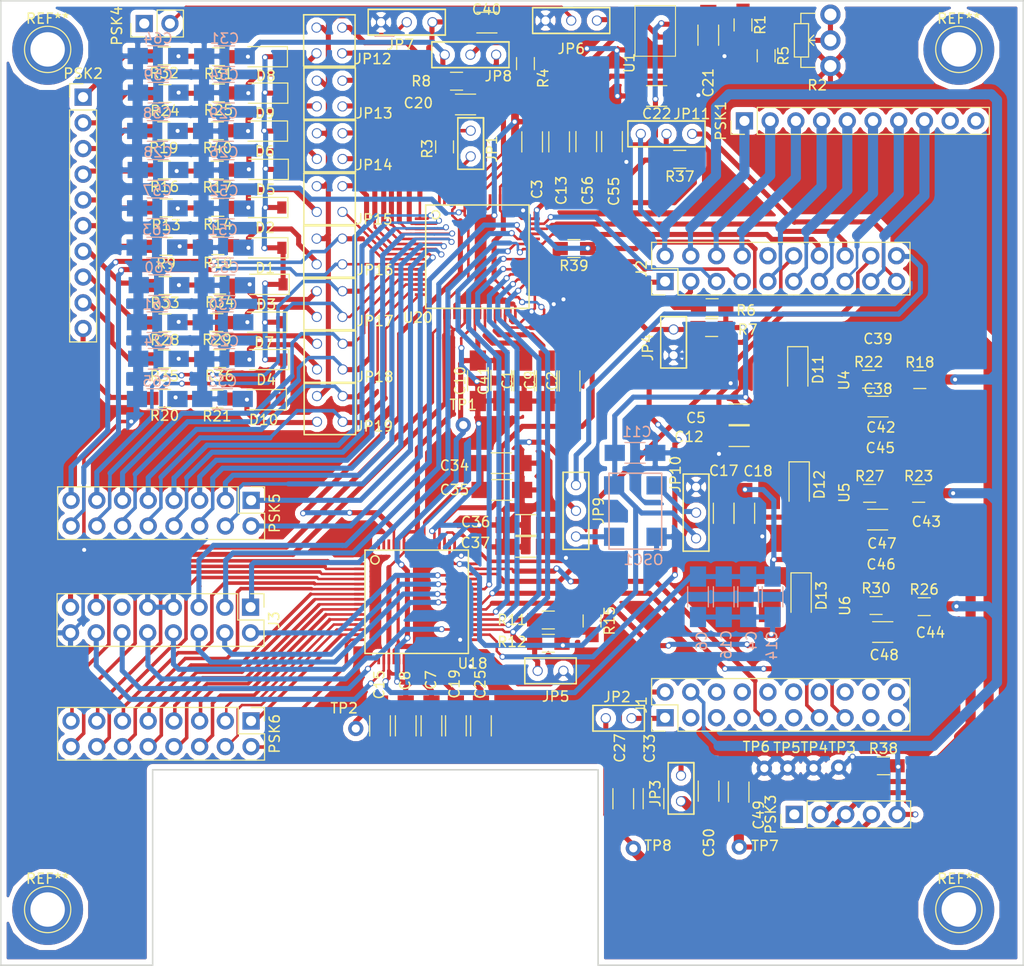
<source format=kicad_pcb>
(kicad_pcb (version 4) (host pcbnew 4.0.6)
  (layers (0 F.Cu signal hide) (31 B.Cu signal) (34 B.Paste user) (35 F.Paste user) (36 B.SilkS user) (37 F.SilkS user) (38 B.Mask user) (39 F.Mask user) (44 Edge.Cuts user))
  (net 0 "")
  (net 1 "Net-(C1-Pad1)")
  (net 2 AVSS)
  (net 3 "Net-(C2-Pad1)")
  (net 4 "Net-(C13-Pad2)")
  (net 5 AVDD)
  (net 6 DVDD)
  (net 7 AGND)
  (net 8 "Net-(C7-Pad1)")
  (net 9 VREFP)
  (net 10 "Net-(C9-Pad1)")
  (net 11 "Net-(C19-Pad1)")
  (net 12 "Net-(C20-Pad1)")
  (net 13 ECG_RL)
  (net 14 ECG_LA)
  (net 15 "Net-(C24-Pad1)")
  (net 16 "Net-(C25-Pad1)")
  (net 17 ECG_V4)
  (net 18 "Net-(C27-Pad2)")
  (net 19 "Net-(C28-Pad1)")
  (net 20 ECG_V5)
  (net 21 ECG_LL)
  (net 22 ECG_V6)
  (net 23 "Net-(C38-Pad1)")
  (net 24 GND)
  (net 25 5V_Supply)
  (net 26 "Net-(C43-Pad1)")
  (net 27 "Net-(C44-Pad1)")
  (net 28 -15V_Supply)
  (net 29 ECG_V2)
  (net 30 ECG_V3)
  (net 31 ECG_RA)
  (net 32 ECG_V1)
  (net 33 ECG_16N)
  (net 34 ECG_12N)
  (net 35 ECG_16P)
  (net 36 ECG_12P)
  (net 37 ECG_15N)
  (net 38 ECG_11N)
  (net 39 ECG_15P)
  (net 40 ECG_11P)
  (net 41 ECG_14N)
  (net 42 ECG_10N)
  (net 43 ECG_14P)
  (net 44 ECG_10P)
  (net 45 ECG_13N)
  (net 46 ECG_9N)
  (net 47 ECG_13P)
  (net 48 ECG_9P)
  (net 49 ECG_8N)
  (net 50 ECG_4N)
  (net 51 ECG_8P)
  (net 52 ECG_4P)
  (net 53 ECG_7N)
  (net 54 ECG_3N)
  (net 55 ECG_7P)
  (net 56 ECG_3P)
  (net 57 ECG_6N)
  (net 58 ECG_2N)
  (net 59 ECG_6P)
  (net 60 ECG_2P)
  (net 61 ECG_5N)
  (net 62 ECG_1N)
  (net 63 ECG_5P)
  (net 64 ECG_1P)
  (net 65 SPI_DRDY2)
  (net 66 "Net-(J3-Pad11)")
  (net 67 SPI_CLK)
  (net 68 EXT_CLK)
  (net 69 SPI_START)
  (net 70 /RESET)
  (net 71 I/O_6)
  (net 72 SPI_DRDY1)
  (net 73 I/O_7)
  (net 74 SPI_CS1)
  (net 75 I/O_8)
  (net 76 I/O_1)
  (net 77 I/O_2)
  (net 78 SPI_IN)
  (net 79 I/O_3)
  (net 80 SPI_OUT)
  (net 81 I/O_4)
  (net 82 I/O_5)
  (net 83 SPI_CS2)
  (net 84 /ADC1298_ECG_FE/ELEC_V2)
  (net 85 /ADC1298_ECG_FE/ELEC_V3)
  (net 86 /ADC1298_ECG_FE/ELEC_V4)
  (net 87 /ADC1298_ECG_FE/ELEC_V5)
  (net 88 /ADC1298_ECG_FE/ELEC_V6)
  (net 89 /ADC1298_ECG_FE/ELEC_RA)
  (net 90 /ADC1298_ECG_FE/ELEC_LA)
  (net 91 /ADC1298_ECG_FE/ELEC_LL)
  (net 92 /ADC1298_ECG_FE/ELEC_V1)
  (net 93 /ADC1298_ECG_FE/ELEC_RL)
  (net 94 PACEOUT21)
  (net 95 PACEOUT22)
  (net 96 PACEOUT11)
  (net 97 PACEOUT12)
  (net 98 GPIO13)
  (net 99 GPIO22)
  (net 100 GPIO14)
  (net 101 /PWDN)
  (net 102 GPIO24)
  (net 103 GPIO23)
  (net 104 GPIO11)
  (net 105 GPIO12)
  (net 106 DAISY_IN)
  (net 107 GPIO21)
  (net 108 "Net-(JP1-Pad2)")
  (net 109 ECG_SHD_DRV)
  (net 110 /WCT)
  (net 111 /CLK)
  (net 112 CLKSEL)
  (net 113 "Net-(PSK1-Pad9)")
  (net 114 "Net-(PSK1-Pad10)")
  (net 115 3.3V_Supply)
  (net 116 15V_Supply)
  (net 117 "Net-(PSK4-Pad1)")
  (net 118 "Net-(R1-Pad2)")
  (net 119 "Net-(R3-Pad2)")
  (net 120 "Net-(R4-Pad1)")
  (net 121 "Net-(R5-Pad2)")
  (net 122 "Net-(U18-Pad64)")
  (net 123 "Net-(U18-Pad63)")
  (net 124 "Net-(U18-Pad62)")
  (net 125 "Net-(U18-Pad60)")
  (net 126 "Net-(U18-Pad27)")
  (net 127 "Net-(U18-Pad29)")
  (net 128 "Net-(U20-Pad27)")
  (net 129 "Net-(U20-Pad29)")
  (net 130 "Net-(C34-Pad2)")
  (net 131 "Net-(C49-Pad2)")
  (net 132 "Net-(C57-Pad1)")
  (net 133 "Net-(C58-Pad1)")
  (net 134 "Net-(C59-Pad1)")
  (net 135 "Net-(C60-Pad1)")
  (net 136 "Net-(C61-Pad1)")
  (net 137 "Net-(C63-Pad1)")
  (net 138 "Net-(C64-Pad1)")
  (net 139 "Net-(C65-Pad1)")
  (net 140 "Net-(J1-Pad1)")
  (net 141 "Net-(J1-Pad2)")
  (net 142 "Net-(J1-Pad3)")
  (net 143 "Net-(J1-Pad5)")
  (net 144 "Net-(J1-Pad6)")
  (net 145 "Net-(J1-Pad7)")
  (net 146 "Net-(J1-Pad8)")
  (net 147 "Net-(J1-Pad10)")
  (net 148 "Net-(J1-Pad11)")
  (net 149 "Net-(J1-Pad12)")
  (net 150 "Net-(J1-Pad14)")
  (net 151 "Net-(J1-Pad16)")
  (net 152 "Net-(J2-Pad10)")
  (net 153 "Net-(J2-Pad19)")
  (net 154 "Net-(JP6-Pad2)")
  (net 155 "Net-(JP12-Pad1)")
  (net 156 "Net-(JP8-Pad2)")
  (net 157 "Net-(JP9-Pad1)")
  (net 158 "Net-(JP10-Pad2)")
  (net 159 "Net-(J1-Pad17)")
  (net 160 "Net-(J1-Pad18)")
  (net 161 "Net-(J1-Pad19)")
  (net 162 "Net-(J1-Pad20)")
  (net 163 "Net-(U20-Pad41)")
  (module Connectors:1pin (layer F.Cu) (at 165.5 57.5)
    (fp_text reference REF** (at 0 -3.048) (layer F.SilkS))
    (fp_text value 1pin)
    (pad 1 thru_hole circle (at 0 0) (size 7 7) (drill 3.4) (layers *.Cu *.Mask))
  )
  (module Connectors:1pin (layer F.Cu) (at 165.5 142.5)
    (fp_text reference REF** (at 0 -3.048) (layer F.SilkS))
    (fp_text value 1pin)
    (pad 1 thru_hole circle (at 0 0) (size 7 7) (drill 3.4) (layers *.Cu *.Mask))
  )
  (module Connectors:1pin (layer F.Cu) (at 75.5 142.5)
    (fp_text reference REF** (at 0 -3.048) (layer F.SilkS))
    (fp_text value 1pin)
    (pad 1 thru_hole circle (at 0 0) (size 7 7) (drill 3.4) (layers *.Cu *.Mask))
  )
  (module Pin_Headers:Pin_Header_Straight_2x08_Pitch2.54mm (layer F.Cu) (at 95.59798 102.05974 270)
    (fp_text reference PSK5 (at 1.27 -2.33 270) (layer F.SilkS))
    (fp_text value CONN_02X08)
    (pad 1 thru_hole rect (at 0 0 270) (size 1.7 1.7) (drill 1) (layers *.Cu *.Mask) (net 61 ECG_5N))
    (pad 2 thru_hole oval (at 2.54 0 270) (size 1.7 1.7) (drill 1) (layers *.Cu *.Mask) (net 63 ECG_5P))
    (pad 3 thru_hole oval (at 0 2.54 270) (size 1.7 1.7) (drill 1) (layers *.Cu *.Mask) (net 57 ECG_6N))
    (pad 4 thru_hole oval (at 2.54 2.54 270) (size 1.7 1.7) (drill 1) (layers *.Cu *.Mask) (net 59 ECG_6P))
    (pad 5 thru_hole oval (at 0 5.08 270) (size 1.7 1.7) (drill 1) (layers *.Cu *.Mask) (net 53 ECG_7N))
    (pad 6 thru_hole oval (at 2.54 5.08 270) (size 1.7 1.7) (drill 1) (layers *.Cu *.Mask) (net 55 ECG_7P))
    (pad 7 thru_hole oval (at 0 7.62 270) (size 1.7 1.7) (drill 1) (layers *.Cu *.Mask) (net 49 ECG_8N))
    (pad 8 thru_hole oval (at 2.54 7.62 270) (size 1.7 1.7) (drill 1) (layers *.Cu *.Mask) (net 51 ECG_8P))
    (pad 9 thru_hole oval (at 0 10.16 270) (size 1.7 1.7) (drill 1) (layers *.Cu *.Mask) (net 62 ECG_1N))
    (pad 10 thru_hole oval (at 2.54 10.16 270) (size 1.7 1.7) (drill 1) (layers *.Cu *.Mask) (net 64 ECG_1P))
    (pad 11 thru_hole oval (at 0 12.7 270) (size 1.7 1.7) (drill 1) (layers *.Cu *.Mask) (net 58 ECG_2N))
    (pad 12 thru_hole oval (at 2.54 12.7 270) (size 1.7 1.7) (drill 1) (layers *.Cu *.Mask) (net 60 ECG_2P))
    (pad 13 thru_hole oval (at 0 15.24 270) (size 1.7 1.7) (drill 1) (layers *.Cu *.Mask) (net 54 ECG_3N))
    (pad 14 thru_hole oval (at 2.54 15.24 270) (size 1.7 1.7) (drill 1) (layers *.Cu *.Mask) (net 56 ECG_3P))
    (pad 15 thru_hole oval (at 0 17.78 270) (size 1.7 1.7) (drill 1) (layers *.Cu *.Mask) (net 50 ECG_4N))
    (pad 16 thru_hole oval (at 2.54 17.78 270) (size 1.7 1.7) (drill 1) (layers *.Cu *.Mask) (net 52 ECG_4P))
  )
  (module ADS1298:ADS1298 (layer F.Cu) (at 111.9505 112.08766)
    (fp_text reference U18 (at 5.5245 6.096) (layer F.SilkS))
    (fp_text value ADS1298)
    (pad 64 smd rect (at -3.75 -5.6642) (size 0.27 1) (layers F.Cu F.Paste F.Mask) (net 122 "Net-(U18-Pad64)"))
    (pad 63 smd rect (at -3.25 -5.6642) (size 0.27 1) (layers F.Cu F.Paste F.Mask) (net 123 "Net-(U18-Pad63)"))
    (pad 61 smd rect (at -2.25 -5.6642) (size 0.27 1) (layers F.Cu F.Paste F.Mask) (net 12 "Net-(C20-Pad1)"))
    (pad 62 smd rect (at -2.75 -5.6642) (size 0.27 1) (layers F.Cu F.Paste F.Mask) (net 124 "Net-(U18-Pad62)"))
    (pad 58 smd rect (at -0.75 -5.6642) (size 0.27 1) (layers F.Cu F.Paste F.Mask) (net 2 AVSS))
    (pad 57 smd rect (at -0.25 -5.6642) (size 0.27 1) (layers F.Cu F.Paste F.Mask) (net 2 AVSS))
    (pad 59 smd rect (at -1.25 -5.6642) (size 0.27 1) (layers F.Cu F.Paste F.Mask) (net 5 AVDD))
    (pad 60 smd rect (at -1.75 -5.6642) (size 0.27 1) (layers F.Cu F.Paste F.Mask) (net 125 "Net-(U18-Pad60)"))
    (pad 52 smd rect (at 2.25 -5.6642) (size 0.27 1) (layers F.Cu F.Paste F.Mask) (net 112 CLKSEL))
    (pad 51 smd rect (at 2.75 -5.6642) (size 0.27 1) (layers F.Cu F.Paste F.Mask) (net 7 AGND))
    (pad 49 smd rect (at 3.75 -5.6642) (size 0.27 1) (layers F.Cu F.Paste F.Mask) (net 7 AGND))
    (pad 50 smd rect (at 3.25 -5.6642) (size 0.27 1) (layers F.Cu F.Paste F.Mask) (net 6 DVDD))
    (pad 54 smd rect (at 1.25 -5.6642) (size 0.27 1) (layers F.Cu F.Paste F.Mask) (net 5 AVDD))
    (pad 53 smd rect (at 1.75 -5.6642) (size 0.27 1) (layers F.Cu F.Paste F.Mask) (net 2 AVSS))
    (pad 55 smd rect (at 0.75 -5.6642) (size 0.27 1) (layers F.Cu F.Paste F.Mask) (net 130 "Net-(C34-Pad2)"))
    (pad 56 smd rect (at 0.25 -5.6642) (size 0.27 1) (layers F.Cu F.Paste F.Mask) (net 5 AVDD))
    (pad 47 smd rect (at 5.6769 -3.25) (size 1 0.27) (layers F.Cu F.Paste F.Mask) (net 65 SPI_DRDY2))
    (pad 48 smd rect (at 5.6769 -3.75) (size 1 0.27) (layers F.Cu F.Paste F.Mask) (net 6 DVDD))
    (pad 46 smd rect (at 5.6769 -2.75) (size 1 0.27) (layers F.Cu F.Paste F.Mask) (net 102 GPIO24))
    (pad 45 smd rect (at 5.6769 -2.25) (size 1 0.27) (layers F.Cu F.Paste F.Mask) (net 103 GPIO23))
    (pad 41 smd rect (at 5.6769 -0.25) (size 1 0.27) (layers F.Cu F.Paste F.Mask) (net 106 DAISY_IN))
    (pad 42 smd rect (at 5.6769 -0.75) (size 1 0.27) (layers F.Cu F.Paste F.Mask) (net 107 GPIO21))
    (pad 44 smd rect (at 5.6769 -1.75) (size 1 0.27) (layers F.Cu F.Paste F.Mask) (net 99 GPIO22))
    (pad 43 smd rect (at 5.6769 -1.25) (size 1 0.27) (layers F.Cu F.Paste F.Mask) (net 80 SPI_OUT))
    (pad 35 smd rect (at 5.6769 2.75) (size 1 0.27) (layers F.Cu F.Paste F.Mask) (net 101 /PWDN))
    (pad 36 smd rect (at 5.6769 2.25) (size 1 0.27) (layers F.Cu F.Paste F.Mask) (net 70 /RESET))
    (pad 34 smd rect (at 5.6769 3.25) (size 1 0.27) (layers F.Cu F.Paste F.Mask) (net 78 SPI_IN))
    (pad 33 smd rect (at 5.6769 3.75) (size 1 0.27) (layers F.Cu F.Paste F.Mask) (net 7 AGND))
    (pad 37 smd rect (at 5.6769 1.75) (size 1 0.27) (layers F.Cu F.Paste F.Mask) (net 111 /CLK))
    (pad 38 smd rect (at 5.6769 1.25) (size 1 0.27) (layers F.Cu F.Paste F.Mask) (net 69 SPI_START))
    (pad 40 smd rect (at 5.6769 0.25) (size 1 0.27) (layers F.Cu F.Paste F.Mask) (net 67 SPI_CLK))
    (pad 39 smd rect (at 5.6769 0.75) (size 1 0.27) (layers F.Cu F.Paste F.Mask) (net 83 SPI_CS2))
    (pad 25 smd rect (at 0.25 5.6769) (size 0.27 1) (layers F.Cu F.Paste F.Mask) (net 2 AVSS))
    (pad 26 smd rect (at 0.75 5.6769) (size 0.27 1) (layers F.Cu F.Paste F.Mask) (net 8 "Net-(C7-Pad1)"))
    (pad 28 smd rect (at 1.75 5.6769) (size 0.27 1) (layers F.Cu F.Paste F.Mask) (net 11 "Net-(C19-Pad1)"))
    (pad 27 smd rect (at 1.25 5.6769) (size 0.27 1) (layers F.Cu F.Paste F.Mask) (net 126 "Net-(U18-Pad27)"))
    (pad 31 smd rect (at 3.25 5.6769) (size 0.27 1) (layers F.Cu F.Paste F.Mask) (net 7 AGND))
    (pad 32 smd rect (at 3.75 5.6769) (size 0.27 1) (layers F.Cu F.Paste F.Mask) (net 2 AVSS))
    (pad 30 smd rect (at 2.75 5.6769) (size 0.27 1) (layers F.Cu F.Paste F.Mask) (net 16 "Net-(C25-Pad1)"))
    (pad 29 smd rect (at 2.25 5.6769) (size 0.27 1) (layers F.Cu F.Paste F.Mask) (net 127 "Net-(U18-Pad29)"))
    (pad 21 smd rect (at -1.75 5.6769) (size 0.27 1) (layers F.Cu F.Paste F.Mask) (net 5 AVDD))
    (pad 22 smd rect (at -1.25 5.6769) (size 0.27 1) (layers F.Cu F.Paste F.Mask) (net 5 AVDD))
    (pad 24 smd rect (at -0.25 5.6769) (size 0.27 1) (layers F.Cu F.Paste F.Mask) (net 9 VREFP))
    (pad 23 smd rect (at -0.75 5.6769) (size 0.27 1) (layers F.Cu F.Paste F.Mask) (net 2 AVSS))
    (pad 19 smd rect (at -2.75 5.6769) (size 0.27 1) (layers F.Cu F.Paste F.Mask) (net 5 AVDD))
    (pad 20 smd rect (at -2.25 5.6769) (size 0.27 1) (layers F.Cu F.Paste F.Mask) (net 2 AVSS))
    (pad 18 smd rect (at -3.25 5.6769) (size 0.27 1) (layers F.Cu F.Paste F.Mask) (net 95 PACEOUT22))
    (pad 10 smd rect (at -5.6769 0.75) (size 1 0.27) (layers F.Cu F.Paste F.Mask) (net 36 ECG_12P))
    (pad 9 smd rect (at -5.6769 0.25) (size 1 0.27) (layers F.Cu F.Paste F.Mask) (net 34 ECG_12N))
    (pad 11 smd rect (at -5.6769 1.25) (size 1 0.27) (layers F.Cu F.Paste F.Mask) (net 38 ECG_11N))
    (pad 12 smd rect (at -5.6769 1.75) (size 1 0.27) (layers F.Cu F.Paste F.Mask) (net 40 ECG_11P))
    (pad 16 smd rect (at -5.6769 3.75) (size 1 0.27) (layers F.Cu F.Paste F.Mask) (net 48 ECG_9P))
    (pad 15 smd rect (at -5.6769 3.25) (size 1 0.27) (layers F.Cu F.Paste F.Mask) (net 46 ECG_9N))
    (pad 13 smd rect (at -5.6769 2.25) (size 1 0.27) (layers F.Cu F.Paste F.Mask) (net 42 ECG_10N))
    (pad 14 smd rect (at -5.6769 2.75) (size 1 0.27) (layers F.Cu F.Paste F.Mask) (net 44 ECG_10P))
    (pad 6 smd rect (at -5.6769 -1.25) (size 1 0.27) (layers F.Cu F.Paste F.Mask) (net 43 ECG_14P))
    (pad 5 smd rect (at -5.6769 -1.75) (size 1 0.27) (layers F.Cu F.Paste F.Mask) (net 41 ECG_14N))
    (pad 7 smd rect (at -5.6769 -0.75) (size 1 0.27) (layers F.Cu F.Paste F.Mask) (net 45 ECG_13N))
    (pad 8 smd rect (at -5.6769 -0.25) (size 1 0.27) (layers F.Cu F.Paste F.Mask) (net 47 ECG_13P))
    (pad 4 smd rect (at -5.6769 -2.25) (size 1 0.27) (layers F.Cu F.Paste F.Mask) (net 39 ECG_15P))
    (pad 3 smd rect (at -5.6769 -2.75) (size 1 0.27) (layers F.Cu F.Paste F.Mask) (net 37 ECG_15N))
    (pad 1 smd rect (at -5.6769 -3.75) (size 1 0.27) (layers F.Cu F.Paste F.Mask) (net 33 ECG_16N))
    (pad 2 smd rect (at -5.6769 -3.25) (size 1 0.27) (layers F.Cu F.Paste F.Mask) (net 35 ECG_16P))
    (pad 17 smd rect (at -3.75 5.6769) (size 0.27 1) (layers F.Cu F.Paste F.Mask) (net 94 PACEOUT21))
  )
  (module ADS1298:ADS1298 (layer F.Cu) (at 117.9449 77.98054)
    (fp_text reference U20 (at -5.8801 6.01726) (layer F.SilkS))
    (fp_text value ADS1298)
    (pad 64 smd rect (at -3.75 -5.6642) (size 0.27 1) (layers F.Cu F.Paste F.Mask) (net 110 /WCT))
    (pad 63 smd rect (at -3.25 -5.6642) (size 0.27 1) (layers F.Cu F.Paste F.Mask) (net 119 "Net-(R3-Pad2)"))
    (pad 61 smd rect (at -2.25 -5.6642) (size 0.27 1) (layers F.Cu F.Paste F.Mask) (net 12 "Net-(C20-Pad1)"))
    (pad 62 smd rect (at -2.75 -5.6642) (size 0.27 1) (layers F.Cu F.Paste F.Mask) (net 108 "Net-(JP1-Pad2)"))
    (pad 58 smd rect (at -0.75 -5.6642) (size 0.27 1) (layers F.Cu F.Paste F.Mask) (net 2 AVSS))
    (pad 57 smd rect (at -0.25 -5.6642) (size 0.27 1) (layers F.Cu F.Paste F.Mask) (net 2 AVSS))
    (pad 59 smd rect (at -1.25 -5.6642) (size 0.27 1) (layers F.Cu F.Paste F.Mask) (net 5 AVDD))
    (pad 60 smd rect (at -1.75 -5.6642) (size 0.27 1) (layers F.Cu F.Paste F.Mask) (net 121 "Net-(R5-Pad2)"))
    (pad 52 smd rect (at 2.25 -5.6642) (size 0.27 1) (layers F.Cu F.Paste F.Mask) (net 112 CLKSEL))
    (pad 51 smd rect (at 2.75 -5.6642) (size 0.27 1) (layers F.Cu F.Paste F.Mask) (net 7 AGND))
    (pad 49 smd rect (at 3.75 -5.6642) (size 0.27 1) (layers F.Cu F.Paste F.Mask) (net 7 AGND))
    (pad 50 smd rect (at 3.25 -5.6642) (size 0.27 1) (layers F.Cu F.Paste F.Mask) (net 6 DVDD))
    (pad 54 smd rect (at 1.25 -5.6642) (size 0.27 1) (layers F.Cu F.Paste F.Mask) (net 5 AVDD))
    (pad 53 smd rect (at 1.75 -5.6642) (size 0.27 1) (layers F.Cu F.Paste F.Mask) (net 2 AVSS))
    (pad 55 smd rect (at 0.75 -5.6642) (size 0.27 1) (layers F.Cu F.Paste F.Mask) (net 4 "Net-(C13-Pad2)"))
    (pad 56 smd rect (at 0.25 -5.6642) (size 0.27 1) (layers F.Cu F.Paste F.Mask) (net 5 AVDD))
    (pad 47 smd rect (at 5.6769 -3.25) (size 1 0.27) (layers F.Cu F.Paste F.Mask) (net 72 SPI_DRDY1))
    (pad 48 smd rect (at 5.6769 -3.75) (size 1 0.27) (layers F.Cu F.Paste F.Mask) (net 6 DVDD))
    (pad 46 smd rect (at 5.6769 -2.75) (size 1 0.27) (layers F.Cu F.Paste F.Mask) (net 100 GPIO14))
    (pad 45 smd rect (at 5.6769 -2.25) (size 1 0.27) (layers F.Cu F.Paste F.Mask) (net 98 GPIO13))
    (pad 41 smd rect (at 5.6769 -0.25) (size 1 0.27) (layers F.Cu F.Paste F.Mask) (net 163 "Net-(U20-Pad41)"))
    (pad 42 smd rect (at 5.6769 -0.75) (size 1 0.27) (layers F.Cu F.Paste F.Mask) (net 104 GPIO11))
    (pad 44 smd rect (at 5.6769 -1.75) (size 1 0.27) (layers F.Cu F.Paste F.Mask) (net 105 GPIO12))
    (pad 43 smd rect (at 5.6769 -1.25) (size 1 0.27) (layers F.Cu F.Paste F.Mask) (net 80 SPI_OUT))
    (pad 35 smd rect (at 5.6769 2.75) (size 1 0.27) (layers F.Cu F.Paste F.Mask) (net 101 /PWDN))
    (pad 36 smd rect (at 5.6769 2.25) (size 1 0.27) (layers F.Cu F.Paste F.Mask) (net 70 /RESET))
    (pad 34 smd rect (at 5.6769 3.25) (size 1 0.27) (layers F.Cu F.Paste F.Mask) (net 7 AGND))
    (pad 33 smd rect (at 5.6769 3.75) (size 1 0.27) (layers F.Cu F.Paste F.Mask) (net 7 AGND))
    (pad 37 smd rect (at 5.6769 1.75) (size 1 0.27) (layers F.Cu F.Paste F.Mask) (net 111 /CLK))
    (pad 38 smd rect (at 5.6769 1.25) (size 1 0.27) (layers F.Cu F.Paste F.Mask) (net 69 SPI_START))
    (pad 40 smd rect (at 5.6769 0.25) (size 1 0.27) (layers F.Cu F.Paste F.Mask) (net 67 SPI_CLK))
    (pad 39 smd rect (at 5.6769 0.75) (size 1 0.27) (layers F.Cu F.Paste F.Mask) (net 74 SPI_CS1))
    (pad 25 smd rect (at 0.25 5.6769) (size 0.27 1) (layers F.Cu F.Paste F.Mask) (net 2 AVSS))
    (pad 26 smd rect (at 0.75 5.6769) (size 0.27 1) (layers F.Cu F.Paste F.Mask) (net 1 "Net-(C1-Pad1)"))
    (pad 28 smd rect (at 1.75 5.6769) (size 0.27 1) (layers F.Cu F.Paste F.Mask) (net 10 "Net-(C9-Pad1)"))
    (pad 27 smd rect (at 1.25 5.6769) (size 0.27 1) (layers F.Cu F.Paste F.Mask) (net 128 "Net-(U20-Pad27)"))
    (pad 31 smd rect (at 3.25 5.6769) (size 0.27 1) (layers F.Cu F.Paste F.Mask) (net 7 AGND))
    (pad 32 smd rect (at 3.75 5.6769) (size 0.27 1) (layers F.Cu F.Paste F.Mask) (net 2 AVSS))
    (pad 30 smd rect (at 2.75 5.6769) (size 0.27 1) (layers F.Cu F.Paste F.Mask) (net 3 "Net-(C2-Pad1)"))
    (pad 29 smd rect (at 2.25 5.6769) (size 0.27 1) (layers F.Cu F.Paste F.Mask) (net 129 "Net-(U20-Pad29)"))
    (pad 21 smd rect (at -1.75 5.6769) (size 0.27 1) (layers F.Cu F.Paste F.Mask) (net 5 AVDD))
    (pad 22 smd rect (at -1.25 5.6769) (size 0.27 1) (layers F.Cu F.Paste F.Mask) (net 5 AVDD))
    (pad 24 smd rect (at -0.25 5.6769) (size 0.27 1) (layers F.Cu F.Paste F.Mask) (net 9 VREFP))
    (pad 23 smd rect (at -0.75 5.6769) (size 0.27 1) (layers F.Cu F.Paste F.Mask) (net 2 AVSS))
    (pad 19 smd rect (at -2.75 5.6769) (size 0.27 1) (layers F.Cu F.Paste F.Mask) (net 5 AVDD))
    (pad 20 smd rect (at -2.25 5.6769) (size 0.27 1) (layers F.Cu F.Paste F.Mask) (net 2 AVSS))
    (pad 18 smd rect (at -3.25 5.6769) (size 0.27 1) (layers F.Cu F.Paste F.Mask) (net 97 PACEOUT12))
    (pad 10 smd rect (at -5.6769 0.75) (size 1 0.27) (layers F.Cu F.Paste F.Mask) (net 52 ECG_4P))
    (pad 9 smd rect (at -5.6769 0.25) (size 1 0.27) (layers F.Cu F.Paste F.Mask) (net 50 ECG_4N))
    (pad 11 smd rect (at -5.6769 1.25) (size 1 0.27) (layers F.Cu F.Paste F.Mask) (net 54 ECG_3N))
    (pad 12 smd rect (at -5.6769 1.75) (size 1 0.27) (layers F.Cu F.Paste F.Mask) (net 56 ECG_3P))
    (pad 16 smd rect (at -5.6769 3.75) (size 1 0.27) (layers F.Cu F.Paste F.Mask) (net 64 ECG_1P))
    (pad 15 smd rect (at -5.6769 3.25) (size 1 0.27) (layers F.Cu F.Paste F.Mask) (net 62 ECG_1N))
    (pad 13 smd rect (at -5.6769 2.25) (size 1 0.27) (layers F.Cu F.Paste F.Mask) (net 58 ECG_2N))
    (pad 14 smd rect (at -5.6769 2.75) (size 1 0.27) (layers F.Cu F.Paste F.Mask) (net 60 ECG_2P))
    (pad 6 smd rect (at -5.6769 -1.25) (size 1 0.27) (layers F.Cu F.Paste F.Mask) (net 59 ECG_6P))
    (pad 5 smd rect (at -5.6769 -1.75) (size 1 0.27) (layers F.Cu F.Paste F.Mask) (net 57 ECG_6N))
    (pad 7 smd rect (at -5.6769 -0.75) (size 1 0.27) (layers F.Cu F.Paste F.Mask) (net 61 ECG_5N))
    (pad 8 smd rect (at -5.6769 -0.25) (size 1 0.27) (layers F.Cu F.Paste F.Mask) (net 63 ECG_5P))
    (pad 4 smd rect (at -5.6769 -2.25) (size 1 0.27) (layers F.Cu F.Paste F.Mask) (net 55 ECG_7P))
    (pad 3 smd rect (at -5.6769 -2.75) (size 1 0.27) (layers F.Cu F.Paste F.Mask) (net 53 ECG_7N))
    (pad 1 smd rect (at -5.6769 -3.75) (size 1 0.27) (layers F.Cu F.Paste F.Mask) (net 49 ECG_8N))
    (pad 2 smd rect (at -5.6769 -3.25) (size 1 0.27) (layers F.Cu F.Paste F.Mask) (net 51 ECG_8P))
    (pad 17 smd rect (at -3.75 5.6769) (size 0.27 1) (layers F.Cu F.Paste F.Mask) (net 96 PACEOUT11))
  )
  (module Capacitors_SMD:C_1206_HandSoldering (layer B.Cu) (at 133.5151 97.3709)
    (fp_text reference C11 (at 0.1905 -2.0701) (layer B.SilkS) (effects (justify mirror)))
    (fp_text value 1uF)
    (pad 1 smd rect (at -2 0) (size 2 1.6) (layers B.Cu B.Paste B.Mask) (net 6 DVDD))
    (pad 2 smd rect (at 2 0) (size 2 1.6) (layers B.Cu B.Paste B.Mask) (net 7 AGND))
  )
  (module Resistors_SMD:R_0805_HandSoldering (layer F.Cu) (at 129.2733 113.9825 90)
    (fp_text reference R15 (at 0.0254 1.7272 90) (layer F.SilkS))
    (fp_text value 10k)
    (pad 1 smd rect (at -1.35 0 90) (size 1.5 1.3) (layers F.Cu F.Paste F.Mask) (net 6 DVDD))
    (pad 2 smd rect (at 1.35 0 90) (size 1.5 1.3) (layers F.Cu F.Paste F.Mask) (net 83 SPI_CS2))
  )
  (module Capacitors_SMD:C_1206_HandSoldering (layer B.Cu) (at 92.81922 84.46262 180)
    (fp_text reference C30 (at 0 1.75 180) (layer B.SilkS) (effects (justify mirror)))
    (fp_text value 47pF)
    (pad 1 smd rect (at -2 0 180) (size 2 1.6) (layers B.Cu B.Paste B.Mask) (net 21 ECG_LL))
    (pad 2 smd rect (at 2 0 180) (size 2 1.6) (layers B.Cu B.Paste B.Mask) (net 7 AGND))
  )
  (module Capacitors_SMD:C_1206_HandSoldering (layer B.Cu) (at 92.97162 88.08466 180)
    (fp_text reference C23 (at 0 1.75 180) (layer B.SilkS) (effects (justify mirror)))
    (fp_text value 47pF)
    (pad 1 smd rect (at -2 0 180) (size 2 1.6) (layers B.Cu B.Paste B.Mask) (net 14 ECG_LA))
    (pad 2 smd rect (at 2 0 180) (size 2 1.6) (layers B.Cu B.Paste B.Mask) (net 7 AGND))
  )
  (module Capacitors_SMD:C_1206_HandSoldering (layer F.Cu) (at 122.56516 90.25128 270)
    (fp_text reference C1 (at -0.127 1.651 270) (layer F.SilkS))
    (fp_text value 1uF)
    (pad 1 smd rect (at -2 0 270) (size 2 1.6) (layers F.Cu F.Paste F.Mask) (net 1 "Net-(C1-Pad1)"))
    (pad 2 smd rect (at 2 0 270) (size 2 1.6) (layers F.Cu F.Paste F.Mask) (net 2 AVSS))
  )
  (module Capacitors_SMD:C_1206_HandSoldering (layer F.Cu) (at 127.05334 90.26906 270)
    (fp_text reference C2 (at 0 1.7145 270) (layer F.SilkS))
    (fp_text value 1uF)
    (pad 1 smd rect (at -2 0 270) (size 2 1.6) (layers F.Cu F.Paste F.Mask) (net 3 "Net-(C2-Pad1)"))
    (pad 2 smd rect (at 2 0 270) (size 2 1.6) (layers F.Cu F.Paste F.Mask) (net 2 AVSS))
  )
  (module Capacitors_SMD:C_1206_HandSoldering (layer F.Cu) (at 123.3551 66.6369 270)
    (fp_text reference C3 (at 4.6863 -0.4826 270) (layer F.SilkS))
    (fp_text value 1uF)
    (pad 1 smd rect (at -2 0 270) (size 2 1.6) (layers F.Cu F.Paste F.Mask) (net 2 AVSS))
    (pad 2 smd rect (at 2 0 270) (size 2 1.6) (layers F.Cu F.Paste F.Mask) (net 4 "Net-(C13-Pad2)"))
  )
  (module Capacitors_SMD:C_1206_HandSoldering (layer B.Cu) (at 144.6911 111.5949 270)
    (fp_text reference C4 (at 4.318 -0.3302 270) (layer B.SilkS) (effects (justify mirror)))
    (fp_text value 1uF)
    (pad 1 smd rect (at -2 0 270) (size 2 1.6) (layers B.Cu B.Paste B.Mask) (net 5 AVDD))
    (pad 2 smd rect (at 2 0 270) (size 2 1.6) (layers B.Cu B.Paste B.Mask) (net 2 AVSS))
  )
  (module Capacitors_SMD:C_1206_HandSoldering (layer F.Cu) (at 143.8021 93.5609 180)
    (fp_text reference C5 (at 4.2672 -0.3556 180) (layer F.SilkS))
    (fp_text value 1uF)
    (pad 1 smd rect (at -2 0 180) (size 2 1.6) (layers F.Cu F.Paste F.Mask) (net 6 DVDD))
    (pad 2 smd rect (at 2 0 180) (size 2 1.6) (layers F.Cu F.Paste F.Mask) (net 7 AGND))
  )
  (module Capacitors_SMD:C_1206_HandSoldering (layer B.Cu) (at 139.7381 111.5949 270)
    (fp_text reference C6 (at 4.3561 -0.3683 270) (layer B.SilkS) (effects (justify mirror)))
    (fp_text value 1uF)
    (pad 1 smd rect (at -2 0 270) (size 2 1.6) (layers B.Cu B.Paste B.Mask) (net 5 AVDD))
    (pad 2 smd rect (at 2 0 270) (size 2 1.6) (layers B.Cu B.Paste B.Mask) (net 2 AVSS))
  )
  (module Capacitors_SMD:C_1206_HandSoldering (layer F.Cu) (at 113.411 124.34316 270)
    (fp_text reference C7 (at -4.51866 0.0508 270) (layer F.SilkS))
    (fp_text value 1uF)
    (pad 1 smd rect (at -2 0 270) (size 2 1.6) (layers F.Cu F.Paste F.Mask) (net 8 "Net-(C7-Pad1)"))
    (pad 2 smd rect (at 2 0 270) (size 2 1.6) (layers F.Cu F.Paste F.Mask) (net 2 AVSS))
  )
  (module Capacitors_SMD:C_1206_HandSoldering (layer F.Cu) (at 110.871 124.34316 90)
    (fp_text reference C8 (at 4.48056 -0.0635 90) (layer F.SilkS))
    (fp_text value 10uF)
    (pad 1 smd rect (at -2 0 90) (size 2 1.6) (layers F.Cu F.Paste F.Mask) (net 2 AVSS))
    (pad 2 smd rect (at 2 0 90) (size 2 1.6) (layers F.Cu F.Paste F.Mask) (net 9 VREFP))
  )
  (module Capacitors_SMD:C_1206_HandSoldering (layer F.Cu) (at 124.79782 90.25382 270)
    (fp_text reference C9 (at -0.0635 1.651 270) (layer F.SilkS))
    (fp_text value 22uF)
    (pad 1 smd rect (at -2 0 270) (size 2 1.6) (layers F.Cu F.Paste F.Mask) (net 10 "Net-(C9-Pad1)"))
    (pad 2 smd rect (at 2 0 270) (size 2 1.6) (layers F.Cu F.Paste F.Mask) (net 2 AVSS))
  )
  (module Capacitors_SMD:C_1206_HandSoldering (layer F.Cu) (at 117.99316 90.25128 90)
    (fp_text reference C10 (at 0 -1.75 90) (layer F.SilkS))
    (fp_text value 0.1uF)
    (pad 1 smd rect (at -2 0 90) (size 2 1.6) (layers F.Cu F.Paste F.Mask) (net 2 AVSS))
    (pad 2 smd rect (at 2 0 90) (size 2 1.6) (layers F.Cu F.Paste F.Mask) (net 9 VREFP))
  )
  (module Capacitors_SMD:C_1206_HandSoldering (layer F.Cu) (at 143.8021 95.7199 180)
    (fp_text reference C12 (at 4.953 -0.0635 180) (layer F.SilkS))
    (fp_text value 0.1uF)
    (pad 1 smd rect (at -2 0 180) (size 2 1.6) (layers F.Cu F.Paste F.Mask) (net 6 DVDD))
    (pad 2 smd rect (at 2 0 180) (size 2 1.6) (layers F.Cu F.Paste F.Mask) (net 7 AGND))
  )
  (module Capacitors_SMD:C_1206_HandSoldering (layer F.Cu) (at 126.0221 66.6369 270)
    (fp_text reference C13 (at 4.8006 -0.2159 270) (layer F.SilkS))
    (fp_text value 0.1uF)
    (pad 1 smd rect (at -2 0 270) (size 2 1.6) (layers F.Cu F.Paste F.Mask) (net 2 AVSS))
    (pad 2 smd rect (at 2 0 270) (size 2 1.6) (layers F.Cu F.Paste F.Mask) (net 4 "Net-(C13-Pad2)"))
  )
  (module Capacitors_SMD:C_1206_HandSoldering (layer B.Cu) (at 147.1041 111.5949 270)
    (fp_text reference C14 (at 4.8006 0.0635 270) (layer B.SilkS) (effects (justify mirror)))
    (fp_text value 0.1uF)
    (pad 1 smd rect (at -2 0 270) (size 2 1.6) (layers B.Cu B.Paste B.Mask) (net 5 AVDD))
    (pad 2 smd rect (at 2 0 270) (size 2 1.6) (layers B.Cu B.Paste B.Mask) (net 2 AVSS))
  )
  (module Capacitors_SMD:C_1206_HandSoldering (layer F.Cu) (at 108.331 124.34316 90)
    (fp_text reference C15 (at 4.06146 -0.0762 90) (layer F.SilkS))
    (fp_text value 0.1uF)
    (pad 1 smd rect (at -2 0 90) (size 2 1.6) (layers F.Cu F.Paste F.Mask) (net 2 AVSS))
    (pad 2 smd rect (at 2 0 90) (size 2 1.6) (layers F.Cu F.Paste F.Mask) (net 9 VREFP))
  )
  (module Capacitors_SMD:C_1206_HandSoldering (layer B.Cu) (at 142.2781 111.5949 270)
    (fp_text reference C16 (at 4.7371 -0.254 270) (layer B.SilkS) (effects (justify mirror)))
    (fp_text value 0.1uF)
    (pad 1 smd rect (at -2 0 270) (size 2 1.6) (layers B.Cu B.Paste B.Mask) (net 5 AVDD))
    (pad 2 smd rect (at 2 0 270) (size 2 1.6) (layers B.Cu B.Paste B.Mask) (net 2 AVSS))
  )
  (module Capacitors_SMD:C_1206_HandSoldering (layer F.Cu) (at 142.2781 103.3399 270)
    (fp_text reference C17 (at -4.2037 0 360) (layer F.SilkS))
    (fp_text value 1uF)
    (pad 1 smd rect (at -2 0 270) (size 2 1.6) (layers F.Cu F.Paste F.Mask) (net 5 AVDD))
    (pad 2 smd rect (at 2 0 270) (size 2 1.6) (layers F.Cu F.Paste F.Mask) (net 7 AGND))
  )
  (module Capacitors_SMD:C_1206_HandSoldering (layer F.Cu) (at 144.3101 103.3399 270)
    (fp_text reference C18 (at -4.1656 -1.3589 360) (layer F.SilkS))
    (fp_text value 0.1uF)
    (pad 1 smd rect (at -2 0 270) (size 2 1.6) (layers F.Cu F.Paste F.Mask) (net 5 AVDD))
    (pad 2 smd rect (at 2 0 270) (size 2 1.6) (layers F.Cu F.Paste F.Mask) (net 7 AGND))
  )
  (module Capacitors_SMD:C_1206_HandSoldering (layer F.Cu) (at 115.824 124.34316 270)
    (fp_text reference C19 (at -4.13766 0.1397 270) (layer F.SilkS))
    (fp_text value 22uF)
    (pad 1 smd rect (at -2 0 270) (size 2 1.6) (layers F.Cu F.Paste F.Mask) (net 11 "Net-(C19-Pad1)"))
    (pad 2 smd rect (at 2 0 270) (size 2 1.6) (layers F.Cu F.Paste F.Mask) (net 2 AVSS))
  )
  (module Capacitors_SMD:C_1206_HandSoldering (layer F.Cu) (at 116.7765 62.9412 180)
    (fp_text reference C20 (at 4.6609 0.1397 180) (layer F.SilkS))
    (fp_text value 0.01uF)
    (pad 1 smd rect (at -2 0 180) (size 2 1.6) (layers F.Cu F.Paste F.Mask) (net 12 "Net-(C20-Pad1)"))
    (pad 2 smd rect (at 2 0 180) (size 2 1.6) (layers F.Cu F.Paste F.Mask) (net 13 ECG_RL))
  )
  (module Capacitors_SMD:C_1206_HandSoldering (layer F.Cu) (at 140.7541 56.0959 90)
    (fp_text reference C21 (at -4.699 0 90) (layer F.SilkS))
    (fp_text value NI)
    (pad 1 smd rect (at -2 0 90) (size 2 1.6) (layers F.Cu F.Paste F.Mask) (net 7 AGND))
    (pad 2 smd rect (at 2 0 90) (size 2 1.6) (layers F.Cu F.Paste F.Mask) (net 5 AVDD))
  )
  (module Capacitors_SMD:C_1206_HandSoldering (layer F.Cu) (at 135.6614 62.103 180)
    (fp_text reference C22 (at 0 -1.75 180) (layer F.SilkS))
    (fp_text value NI)
    (pad 1 smd rect (at -2 0 180) (size 2 1.6) (layers F.Cu F.Paste F.Mask) (net 7 AGND))
    (pad 2 smd rect (at 2 0 180) (size 2 1.6) (layers F.Cu F.Paste F.Mask) (net 2 AVSS))
  )
  (module Capacitors_SMD:C_1206_HandSoldering (layer B.Cu) (at 86.44382 88.0745 180)
    (fp_text reference C24 (at 0 1.75 180) (layer B.SilkS) (effects (justify mirror)))
    (fp_text value 47pF)
    (pad 1 smd rect (at -2 0 180) (size 2 1.6) (layers B.Cu B.Paste B.Mask) (net 15 "Net-(C24-Pad1)"))
    (pad 2 smd rect (at 2 0 180) (size 2 1.6) (layers B.Cu B.Paste B.Mask) (net 7 AGND))
  )
  (module Capacitors_SMD:C_1206_HandSoldering (layer F.Cu) (at 118.3005 124.34316 270)
    (fp_text reference C25 (at -4.09956 0.0635 270) (layer F.SilkS))
    (fp_text value 1uF)
    (pad 1 smd rect (at -2 0 270) (size 2 1.6) (layers F.Cu F.Paste F.Mask) (net 16 "Net-(C25-Pad1)"))
    (pad 2 smd rect (at 2 0 270) (size 2 1.6) (layers F.Cu F.Paste F.Mask) (net 2 AVSS))
  )
  (module Capacitors_SMD:C_1206_HandSoldering (layer B.Cu) (at 92.91574 69.41566 180)
    (fp_text reference C26 (at 0 1.75 180) (layer B.SilkS) (effects (justify mirror)))
    (fp_text value 47pF)
    (pad 1 smd rect (at -2 0 180) (size 2 1.6) (layers B.Cu B.Paste B.Mask) (net 17 ECG_V4))
    (pad 2 smd rect (at 2 0 180) (size 2 1.6) (layers B.Cu B.Paste B.Mask) (net 7 AGND))
  )
  (module Capacitors_SMD:C_1206_HandSoldering (layer F.Cu) (at 132.3548 131.55 90)
    (fp_text reference C27 (at 5.00634 -0.33782 90) (layer F.SilkS))
    (fp_text value 100uF)
    (pad 1 smd rect (at -2 0 90) (size 2 1.6) (layers F.Cu F.Paste F.Mask) (net 115 3.3V_Supply))
    (pad 2 smd rect (at 2 0 90) (size 2 1.6) (layers F.Cu F.Paste F.Mask) (net 18 "Net-(C27-Pad2)"))
  )
  (module Capacitors_SMD:C_1206_HandSoldering (layer B.Cu) (at 86.40318 69.41058 180)
    (fp_text reference C28 (at 0 1.75 180) (layer B.SilkS) (effects (justify mirror)))
    (fp_text value 47pF)
    (pad 1 smd rect (at -2 0 180) (size 2 1.6) (layers B.Cu B.Paste B.Mask) (net 19 "Net-(C28-Pad1)"))
    (pad 2 smd rect (at 2 0 180) (size 2 1.6) (layers B.Cu B.Paste B.Mask) (net 7 AGND))
  )
  (module Capacitors_SMD:C_1206_HandSoldering (layer B.Cu) (at 92.85732 65.56248 180)
    (fp_text reference C29 (at 0 1.75 180) (layer B.SilkS) (effects (justify mirror)))
    (fp_text value 47pF)
    (pad 1 smd rect (at -2 0 180) (size 2 1.6) (layers B.Cu B.Paste B.Mask) (net 20 ECG_V5))
    (pad 2 smd rect (at 2 0 180) (size 2 1.6) (layers B.Cu B.Paste B.Mask) (net 7 AGND))
  )
  (module Capacitors_SMD:C_1206_HandSoldering (layer B.Cu) (at 92.96654 58.17362 180)
    (fp_text reference C31 (at 0 1.75 180) (layer B.SilkS) (effects (justify mirror)))
    (fp_text value 47pF)
    (pad 1 smd rect (at -2 0 180) (size 2 1.6) (layers B.Cu B.Paste B.Mask) (net 13 ECG_RL))
    (pad 2 smd rect (at 2 0 180) (size 2 1.6) (layers B.Cu B.Paste B.Mask) (net 7 AGND))
  )
  (module Capacitors_SMD:C_1206_HandSoldering (layer B.Cu) (at 92.76842 92.04198 180)
    (fp_text reference C32 (at 0 1.75 180) (layer B.SilkS) (effects (justify mirror)))
    (fp_text value 47pF)
    (pad 1 smd rect (at -2 0 180) (size 2 1.6) (layers B.Cu B.Paste B.Mask) (net 22 ECG_V6))
    (pad 2 smd rect (at 2 0 180) (size 2 1.6) (layers B.Cu B.Paste B.Mask) (net 7 AGND))
  )
  (module Capacitors_SMD:C_1206_HandSoldering (layer F.Cu) (at 135.3439 131.5466 90)
    (fp_text reference C33 (at 4.96824 -0.38862 90) (layer F.SilkS))
    (fp_text value 0.1uF)
    (pad 1 smd rect (at -2 0 90) (size 2 1.6) (layers F.Cu F.Paste F.Mask) (net 115 3.3V_Supply))
    (pad 2 smd rect (at 2 0 90) (size 2 1.6) (layers F.Cu F.Paste F.Mask) (net 18 "Net-(C27-Pad2)"))
  )
  (module Capacitors_SMD:C_1206_HandSoldering (layer F.Cu) (at 157.5181 92.7989)
    (fp_text reference C38 (at 0 -1.75) (layer F.SilkS))
    (fp_text value 0.1uF)
    (pad 1 smd rect (at -2 0) (size 2 1.6) (layers F.Cu F.Paste F.Mask) (net 23 "Net-(C38-Pad1)"))
    (pad 2 smd rect (at 2 0) (size 2 1.6) (layers F.Cu F.Paste F.Mask) (net 24 GND))
  )
  (module Jumper:4mmx5,5mmSMDElec (layer F.Cu) (at 157.07741 88.66251)
    (fp_text reference C39 (at 0.44069 -2.55651) (layer F.SilkS))
    (fp_text value 0.1uF)
    (pad 2 smd rect (at 2.3 -0.8) (size 2.6 1.6) (layers F.Cu F.Paste F.Mask) (net 24 GND))
    (pad 1 smd rect (at -1.3 -0.8) (size 2.6 1.6) (layers F.Cu F.Paste F.Mask) (net 25 5V_Supply))
  )
  (module Capacitors_SMD:C_1206_HandSoldering (layer F.Cu) (at 157.47746 103.96474)
    (fp_text reference C43 (at 4.81584 0.21336) (layer F.SilkS))
    (fp_text value 0.1uF)
    (pad 1 smd rect (at -2 0) (size 2 1.6) (layers F.Cu F.Paste F.Mask) (net 26 "Net-(C43-Pad1)"))
    (pad 2 smd rect (at 2 0) (size 2 1.6) (layers F.Cu F.Paste F.Mask) (net 24 GND))
  )
  (module Capacitors_SMD:C_1206_HandSoldering (layer F.Cu) (at 157.98546 115.07724)
    (fp_text reference C44 (at 4.71424 0.06096) (layer F.SilkS))
    (fp_text value 0.1uF)
    (pad 1 smd rect (at -2 0) (size 2 1.6) (layers F.Cu F.Paste F.Mask) (net 27 "Net-(C44-Pad1)"))
    (pad 2 smd rect (at 2 0) (size 2 1.6) (layers F.Cu F.Paste F.Mask) (net 24 GND))
  )
  (module Diodes_SMD:D_SOD-123 (layer F.Cu) (at 96.98482 77.10678 180)
    (fp_text reference D1 (at 0 -2 180) (layer F.SilkS))
    (fp_text value D)
    (pad 1 smd rect (at -1.65 0 180) (size 0.9 1.2) (layers F.Cu F.Paste F.Mask) (net 5 AVDD))
    (pad 2 smd rect (at 1.65 0 180) (size 0.9 1.2) (layers F.Cu F.Paste F.Mask) (net 29 ECG_V2))
  )
  (module Diodes_SMD:D_SOD-123 (layer F.Cu) (at 96.97974 73.12406 180)
    (fp_text reference D2 (at 0 -2 180) (layer F.SilkS))
    (fp_text value D)
    (pad 1 smd rect (at -1.65 0 180) (size 0.9 1.2) (layers F.Cu F.Paste F.Mask) (net 5 AVDD))
    (pad 2 smd rect (at 1.65 0 180) (size 0.9 1.2) (layers F.Cu F.Paste F.Mask) (net 30 ECG_V3))
  )
  (module Diodes_SMD:D_SOD-123 (layer F.Cu) (at 97.10674 80.71866 180)
    (fp_text reference D3 (at 0 -2 180) (layer F.SilkS))
    (fp_text value D)
    (pad 1 smd rect (at -1.65 0 180) (size 0.9 1.2) (layers F.Cu F.Paste F.Mask) (net 5 AVDD))
    (pad 2 smd rect (at 1.65 0 180) (size 0.9 1.2) (layers F.Cu F.Paste F.Mask) (net 31 ECG_RA))
  )
  (module Diodes_SMD:D_SOD-123 (layer F.Cu) (at 97.08134 88.1507 180)
    (fp_text reference D4 (at 0 -2 180) (layer F.SilkS))
    (fp_text value D)
    (pad 1 smd rect (at -1.65 0 180) (size 0.9 1.2) (layers F.Cu F.Paste F.Mask) (net 5 AVDD))
    (pad 2 smd rect (at 1.65 0 180) (size 0.9 1.2) (layers F.Cu F.Paste F.Mask) (net 14 ECG_LA))
  )
  (module Diodes_SMD:D_SOD-123 (layer F.Cu) (at 97.02546 69.3547 180)
    (fp_text reference D5 (at 0 -2 180) (layer F.SilkS))
    (fp_text value D)
    (pad 1 smd rect (at -1.65 0 180) (size 0.9 1.2) (layers F.Cu F.Paste F.Mask) (net 5 AVDD))
    (pad 2 smd rect (at 1.65 0 180) (size 0.9 1.2) (layers F.Cu F.Paste F.Mask) (net 17 ECG_V4))
  )
  (module Diodes_SMD:D_SOD-123 (layer F.Cu) (at 96.94418 65.5701 180)
    (fp_text reference D6 (at 0 -2 180) (layer F.SilkS))
    (fp_text value D)
    (pad 1 smd rect (at -1.65 0 180) (size 0.9 1.2) (layers F.Cu F.Paste F.Mask) (net 5 AVDD))
    (pad 2 smd rect (at 1.65 0 180) (size 0.9 1.2) (layers F.Cu F.Paste F.Mask) (net 20 ECG_V5))
  )
  (module Diodes_SMD:D_SOD-123 (layer F.Cu) (at 96.87814 84.45754 180)
    (fp_text reference D7 (at 0 -2 180) (layer F.SilkS))
    (fp_text value D)
    (pad 1 smd rect (at -1.65 0 180) (size 0.9 1.2) (layers F.Cu F.Paste F.Mask) (net 5 AVDD))
    (pad 2 smd rect (at 1.65 0 180) (size 0.9 1.2) (layers F.Cu F.Paste F.Mask) (net 21 ECG_LL))
  )
  (module Diodes_SMD:D_SOD-123 (layer F.Cu) (at 96.93402 58.21934 180)
    (fp_text reference D8 (at -0.127 -1.905 180) (layer F.SilkS))
    (fp_text value D)
    (pad 1 smd rect (at -1.65 0 180) (size 0.9 1.2) (layers F.Cu F.Paste F.Mask) (net 5 AVDD))
    (pad 2 smd rect (at 1.65 0 180) (size 0.9 1.2) (layers F.Cu F.Paste F.Mask) (net 13 ECG_RL))
  )
  (module Diodes_SMD:D_SOD-123 (layer F.Cu) (at 96.96958 61.82106 180)
    (fp_text reference D9 (at 0 -2 180) (layer F.SilkS))
    (fp_text value D)
    (pad 1 smd rect (at -1.65 0 180) (size 0.9 1.2) (layers F.Cu F.Paste F.Mask) (net 5 AVDD))
    (pad 2 smd rect (at 1.65 0 180) (size 0.9 1.2) (layers F.Cu F.Paste F.Mask) (net 32 ECG_V1))
  )
  (module Diodes_SMD:D_SOD-123 (layer F.Cu) (at 96.83242 92.11056 180)
    (fp_text reference D10 (at 0 -2 180) (layer F.SilkS))
    (fp_text value D)
    (pad 1 smd rect (at -1.65 0 180) (size 0.9 1.2) (layers F.Cu F.Paste F.Mask) (net 5 AVDD))
    (pad 2 smd rect (at 1.65 0 180) (size 0.9 1.2) (layers F.Cu F.Paste F.Mask) (net 22 ECG_V6))
  )
  (module Jumper:Jumper1x2 (layer F.Cu) (at 117.2845 66.802 270)
    (fp_text reference JP1 (at 0.5334 -2.0955 270) (layer F.SilkS))
    (fp_text value Jumper)
    (pad 1 thru_hole circle (at -1.27 0 270) (size 1 1) (drill 0.8) (layers *.Cu *.Mask) (net 13 ECG_RL))
    (pad 2 thru_hole circle (at 1.27 0 270) (size 1 1) (drill 0.8) (layers *.Cu *.Mask) (net 108 "Net-(JP1-Pad2)"))
  )
  (module Jumper:Jumper1x2 (layer F.Cu) (at 131.9022 123.5964)
    (fp_text reference JP2 (at -0.1651 -2.09804) (layer F.SilkS))
    (fp_text value Jumper)
    (pad 1 thru_hole circle (at -1.27 0) (size 1 1) (drill 0.8) (layers *.Cu *.Mask) (net 115 3.3V_Supply))
    (pad 2 thru_hole circle (at 1.27 0) (size 1 1) (drill 0.8) (layers *.Cu *.Mask) (net 140 "Net-(J1-Pad1)"))
  )
  (module Jumper:Jumper1x2 (layer F.Cu) (at 138.0617 130.5306 270)
    (fp_text reference JP3 (at 0.508 2.54 270) (layer F.SilkS))
    (fp_text value Jumper)
    (pad 1 thru_hole circle (at -1.27 0 270) (size 1 1) (drill 0.8) (layers *.Cu *.Mask) (net 141 "Net-(J1-Pad2)"))
    (pad 2 thru_hole circle (at 1.27 0 270) (size 1 1) (drill 0.8) (layers *.Cu *.Mask) (net 25 5V_Supply))
  )
  (module Jumper:Jumper1x2 (layer F.Cu) (at 137.3251 86.4489 270)
    (fp_text reference JP4 (at 0.508 2.54 270) (layer F.SilkS))
    (fp_text value Jumper)
    (pad 1 thru_hole circle (at -1.27 0 270) (size 1 1) (drill 0.8) (layers *.Cu *.Mask) (net 101 /PWDN))
    (pad 2 thru_hole circle (at 1.27 0 270) (size 1 1) (drill 0.8) (layers *.Cu *.Mask) (net 7 AGND))
  )
  (module Jumper:Jumper1x2 (layer F.Cu) (at 125.1712 118.9101)
    (fp_text reference JP5 (at 0.508 2.54) (layer F.SilkS))
    (fp_text value Jumper)
    (pad 1 thru_hole circle (at -1.27 0) (size 1 1) (drill 0.8) (layers *.Cu *.Mask) (net 101 /PWDN))
    (pad 2 thru_hole circle (at 1.27 0) (size 1 1) (drill 0.8) (layers *.Cu *.Mask) (net 7 AGND))
  )
  (module Jumper:FXO-HC735 (layer B.Cu) (at 133.60908 103.09352 270)
    (fp_text reference OSC1 (at 4.84378 -0.74422 360) (layer B.SilkS) (effects (justify mirror)))
    (fp_text value HC735-2.048MHZ)
    (pad 4 smd rect (at -2.51 2.16 270) (size 1.8 2) (layers B.Cu B.Paste B.Mask) (net 6 DVDD))
    (pad 1 smd rect (at -2.51 -2.04 270) (size 1.8 2) (layers B.Cu B.Paste B.Mask) (net 158 "Net-(JP10-Pad2)"))
    (pad 2 smd rect (at 2.57 -2.04 270) (size 1.8 2) (layers B.Cu B.Paste B.Mask) (net 7 AGND))
    (pad 3 smd rect (at 2.57 2.16 270) (size 1.8 2) (layers B.Cu B.Paste B.Mask) (net 157 "Net-(JP9-Pad1)"))
  )
  (module Pin_Headers:Pin_Header_Straight_1x10_Pitch2.54mm (layer F.Cu) (at 144.32534 64.56426 90)
    (fp_text reference PSK1 (at 0 -2.33 90) (layer F.SilkS))
    (fp_text value CONN_01X10)
    (pad 1 thru_hole rect (at 0 0 90) (size 1.7 1.7) (drill 1) (layers *.Cu *.Mask) (net 76 I/O_1))
    (pad 2 thru_hole oval (at 0 2.54 90) (size 1.7 1.7) (drill 1) (layers *.Cu *.Mask) (net 77 I/O_2))
    (pad 3 thru_hole oval (at 0 5.08 90) (size 1.7 1.7) (drill 1) (layers *.Cu *.Mask) (net 79 I/O_3))
    (pad 4 thru_hole oval (at 0 7.62 90) (size 1.7 1.7) (drill 1) (layers *.Cu *.Mask) (net 81 I/O_4))
    (pad 5 thru_hole oval (at 0 10.16 90) (size 1.7 1.7) (drill 1) (layers *.Cu *.Mask) (net 82 I/O_5))
    (pad 6 thru_hole oval (at 0 12.7 90) (size 1.7 1.7) (drill 1) (layers *.Cu *.Mask) (net 71 I/O_6))
    (pad 7 thru_hole oval (at 0 15.24 90) (size 1.7 1.7) (drill 1) (layers *.Cu *.Mask) (net 73 I/O_7))
    (pad 8 thru_hole oval (at 0 17.78 90) (size 1.7 1.7) (drill 1) (layers *.Cu *.Mask) (net 75 I/O_8))
    (pad 9 thru_hole oval (at 0 20.32 90) (size 1.7 1.7) (drill 1) (layers *.Cu *.Mask) (net 113 "Net-(PSK1-Pad9)"))
    (pad 10 thru_hole oval (at 0 22.86 90) (size 1.7 1.7) (drill 1) (layers *.Cu *.Mask) (net 114 "Net-(PSK1-Pad10)"))
  )
  (module Pin_Headers:Pin_Header_Straight_1x05_Pitch2.54mm (layer F.Cu) (at 149.25 133.1 90)
    (fp_text reference PSK3 (at 0 -2.33 90) (layer F.SilkS))
    (fp_text value CONN_01X05)
    (pad 1 thru_hole rect (at 0 0 90) (size 1.7 1.7) (drill 1) (layers *.Cu *.Mask) (net 116 15V_Supply))
    (pad 2 thru_hole oval (at 0 2.54 90) (size 1.7 1.7) (drill 1) (layers *.Cu *.Mask) (net 28 -15V_Supply))
    (pad 3 thru_hole oval (at 0 5.08 90) (size 1.7 1.7) (drill 1) (layers *.Cu *.Mask) (net 25 5V_Supply))
    (pad 4 thru_hole oval (at 0 7.62 90) (size 1.7 1.7) (drill 1) (layers *.Cu *.Mask) (net 115 3.3V_Supply))
    (pad 5 thru_hole oval (at 0 10.16 90) (size 1.7 1.7) (drill 1) (layers *.Cu *.Mask) (net 24 GND))
  )
  (module Pin_Headers:Pin_Header_Straight_1x02_Pitch2.54mm (layer F.Cu) (at 85.04174 54.94274 90)
    (fp_text reference PSK4 (at -0.22606 -2.69494 90) (layer F.SilkS))
    (fp_text value CONN_01X02)
    (pad 1 thru_hole rect (at 0 0 90) (size 1.7 1.7) (drill 1) (layers *.Cu *.Mask) (net 117 "Net-(PSK4-Pad1)"))
    (pad 2 thru_hole oval (at 0 2.54 90) (size 1.7 1.7) (drill 1) (layers *.Cu *.Mask) (net 154 "Net-(JP6-Pad2)"))
  )
  (module Resistors_SMD:R_0805_HandSoldering (layer F.Cu) (at 144.1831 55.0799 270)
    (fp_text reference R1 (at 0 -1.7 270) (layer F.SilkS))
    (fp_text value NI)
    (pad 1 smd rect (at -1.35 0 270) (size 1.5 1.3) (layers F.Cu F.Paste F.Mask) (net 5 AVDD))
    (pad 2 smd rect (at 1.35 0 270) (size 1.5 1.3) (layers F.Cu F.Paste F.Mask) (net 118 "Net-(R1-Pad2)"))
  )
  (module Potentiometers:Potentiometer_WirePads_Small (layer F.Cu) (at 152.8191 59.1439 180)
    (fp_text reference R2 (at 1.3 -1.9 180) (layer F.SilkS))
    (fp_text value NI)
    (pad 2 thru_hole circle (at 0 2.54 180) (size 2 2) (drill 1.2) (layers *.Cu *.Mask) (net 118 "Net-(R1-Pad2)"))
    (pad 3 thru_hole circle (at 0 5.08 180) (size 2 2) (drill 1.2) (layers *.Cu *.Mask) (net 118 "Net-(R1-Pad2)"))
    (pad 1 thru_hole circle (at 0 0 180) (size 2 2) (drill 1.2) (layers *.Cu *.Mask) (net 2 AVSS))
  )
  (module Resistors_SMD:R_0805_HandSoldering (layer F.Cu) (at 114.7064 67.1322 270)
    (fp_text reference R3 (at 0.1905 1.7145 270) (layer F.SilkS))
    (fp_text value 0)
    (pad 1 smd rect (at -1.35 0 270) (size 1.5 1.3) (layers F.Cu F.Paste F.Mask) (net 13 ECG_RL))
    (pad 2 smd rect (at 1.35 0 270) (size 1.5 1.3) (layers F.Cu F.Paste F.Mask) (net 119 "Net-(R3-Pad2)"))
  )
  (module Resistors_SMD:R_0805_HandSoldering (layer F.Cu) (at 122.6947 58.9026 90)
    (fp_text reference R4 (at -1.4478 1.7526 270) (layer F.SilkS))
    (fp_text value NI)
    (pad 1 smd rect (at -1.35 0 90) (size 1.5 1.3) (layers F.Cu F.Paste F.Mask) (net 120 "Net-(R4-Pad1)"))
    (pad 2 smd rect (at 1.35 0 90) (size 1.5 1.3) (layers F.Cu F.Paste F.Mask) (net 156 "Net-(JP8-Pad2)"))
  )
  (module Resistors_SMD:R_0805_HandSoldering (layer F.Cu) (at 146.4691 58.1279 270)
    (fp_text reference R5 (at 0 -1.7 270) (layer F.SilkS))
    (fp_text value NI)
    (pad 1 smd rect (at -1.35 0 270) (size 1.5 1.3) (layers F.Cu F.Paste F.Mask) (net 118 "Net-(R1-Pad2)"))
    (pad 2 smd rect (at 1.35 0 270) (size 1.5 1.3) (layers F.Cu F.Paste F.Mask) (net 121 "Net-(R5-Pad2)"))
  )
  (module Resistors_SMD:R_0805_HandSoldering (layer F.Cu) (at 141.1351 83.0199 180)
    (fp_text reference R6 (at -3.3528 -0.2667 180) (layer F.SilkS))
    (fp_text value 10k)
    (pad 1 smd rect (at -1.35 0 180) (size 1.5 1.3) (layers F.Cu F.Paste F.Mask) (net 6 DVDD))
    (pad 2 smd rect (at 1.35 0 180) (size 1.5 1.3) (layers F.Cu F.Paste F.Mask) (net 70 /RESET))
  )
  (module Resistors_SMD:R_0805_HandSoldering (layer F.Cu) (at 141.0843 84.9884 180)
    (fp_text reference R7 (at -3.556 -0.2032 180) (layer F.SilkS))
    (fp_text value 10k)
    (pad 1 smd rect (at -1.35 0 180) (size 1.5 1.3) (layers F.Cu F.Paste F.Mask) (net 6 DVDD))
    (pad 2 smd rect (at 1.35 0 180) (size 1.5 1.3) (layers F.Cu F.Paste F.Mask) (net 101 /PWDN))
  )
  (module Resistors_SMD:R_0805_HandSoldering (layer F.Cu) (at 115.8875 60.6425 180)
    (fp_text reference R8 (at 3.4925 0 180) (layer F.SilkS))
    (fp_text value 392k)
    (pad 1 smd rect (at -1.35 0 180) (size 1.5 1.3) (layers F.Cu F.Paste F.Mask) (net 12 "Net-(C20-Pad1)"))
    (pad 2 smd rect (at 1.35 0 180) (size 1.5 1.3) (layers F.Cu F.Paste F.Mask) (net 13 ECG_RL))
  )
  (module Resistors_SMD:R_0805_HandSoldering (layer F.Cu) (at 87.19058 76.95946 180)
    (fp_text reference R9 (at 0 -1.7 180) (layer F.SilkS))
    (fp_text value 22.1k)
    (pad 1 smd rect (at -1.35 0 180) (size 1.5 1.3) (layers F.Cu F.Paste F.Mask) (net 137 "Net-(C63-Pad1)"))
    (pad 2 smd rect (at 1.35 0 180) (size 1.5 1.3) (layers F.Cu F.Paste F.Mask) (net 84 /ADC1298_ECG_FE/ELEC_V2))
  )
  (module Resistors_SMD:R_0805_HandSoldering (layer F.Cu) (at 92.31122 76.89596 180)
    (fp_text reference R10 (at 0 -1.7 180) (layer F.SilkS))
    (fp_text value 10k)
    (pad 1 smd rect (at -1.35 0 180) (size 1.5 1.3) (layers F.Cu F.Paste F.Mask) (net 29 ECG_V2))
    (pad 2 smd rect (at 1.35 0 180) (size 1.5 1.3) (layers F.Cu F.Paste F.Mask) (net 137 "Net-(C63-Pad1)"))
  )
  (module Resistors_SMD:R_0805_HandSoldering (layer F.Cu) (at 124.95276 113.88598 180)
    (fp_text reference R11 (at 3.59156 0.00508 180) (layer F.SilkS))
    (fp_text value 10k)
    (pad 1 smd rect (at -1.35 0 180) (size 1.5 1.3) (layers F.Cu F.Paste F.Mask) (net 6 DVDD))
    (pad 2 smd rect (at 1.35 0 180) (size 1.5 1.3) (layers F.Cu F.Paste F.Mask) (net 70 /RESET))
  )
  (module Resistors_SMD:R_0805_HandSoldering (layer F.Cu) (at 124.95276 116.18722 180)
    (fp_text reference R12 (at 3.59156 0.13462 180) (layer F.SilkS))
    (fp_text value 10k)
    (pad 1 smd rect (at -1.35 0 180) (size 1.5 1.3) (layers F.Cu F.Paste F.Mask) (net 6 DVDD))
    (pad 2 smd rect (at 1.35 0 180) (size 1.5 1.3) (layers F.Cu F.Paste F.Mask) (net 101 /PWDN))
  )
  (module Resistors_SMD:R_0805_HandSoldering (layer F.Cu) (at 87.20582 73.1647 180)
    (fp_text reference R13 (at 0 -1.7 180) (layer F.SilkS))
    (fp_text value 22.1k)
    (pad 1 smd rect (at -1.35 0 180) (size 1.5 1.3) (layers F.Cu F.Paste F.Mask) (net 132 "Net-(C57-Pad1)"))
    (pad 2 smd rect (at 1.35 0 180) (size 1.5 1.3) (layers F.Cu F.Paste F.Mask) (net 85 /ADC1298_ECG_FE/ELEC_V3))
  )
  (module Resistors_SMD:R_0805_HandSoldering (layer F.Cu) (at 92.30614 73.11136 180)
    (fp_text reference R14 (at 0 -1.7 180) (layer F.SilkS))
    (fp_text value 10k)
    (pad 1 smd rect (at -1.35 0 180) (size 1.5 1.3) (layers F.Cu F.Paste F.Mask) (net 30 ECG_V3))
    (pad 2 smd rect (at 1.35 0 180) (size 1.5 1.3) (layers F.Cu F.Paste F.Mask) (net 132 "Net-(C57-Pad1)"))
  )
  (module Resistors_SMD:R_0805_HandSoldering (layer F.Cu) (at 156.591 90.0938)
    (fp_text reference R22 (at 0 -1.7) (layer F.SilkS))
    (fp_text value 270)
    (pad 1 smd rect (at -1.35 0) (size 1.5 1.3) (layers F.Cu F.Paste F.Mask) (net 6 DVDD))
    (pad 2 smd rect (at 1.35 0) (size 1.5 1.3) (layers F.Cu F.Paste F.Mask) (net 23 "Net-(C38-Pad1)"))
  )
  (module Measurement_Points:Measurement_Point_Round-TH_Small (layer F.Cu) (at 116.55298 94.61754)
    (fp_text reference TP1 (at 0 -2) (layer F.SilkS))
    (fp_text value TEST)
    (pad 1 thru_hole circle (at 0 0) (size 1.5 1.5) (drill 0.8) (layers *.Cu *.Mask) (net 9 VREFP))
  )
  (module Measurement_Points:Measurement_Point_Round-TH_Small (layer F.Cu) (at 105.93578 124.60986)
    (fp_text reference TP2 (at -1.14808 -2.00406) (layer F.SilkS))
    (fp_text value TEST)
    (pad 1 thru_hole circle (at 0 0) (size 1.5 1.5) (drill 0.8) (layers *.Cu *.Mask) (net 9 VREFP))
  )
  (module Measurement_Points:Measurement_Point_Round-TH_Small (layer F.Cu) (at 153.6319 128.4351)
    (fp_text reference TP3 (at 0.3429 -1.9431) (layer F.SilkS))
    (fp_text value TEST)
    (pad 1 thru_hole circle (at 0 0) (size 1.5 1.5) (drill 0.8) (layers *.Cu *.Mask) (net 7 AGND))
  )
  (module Measurement_Points:Measurement_Point_Round-TH_Small (layer F.Cu) (at 151.1554 128.5113)
    (fp_text reference TP4 (at 0.0762 -2.0193) (layer F.SilkS))
    (fp_text value TEST)
    (pad 1 thru_hole circle (at 0 0) (size 1.5 1.5) (drill 0.8) (layers *.Cu *.Mask) (net 7 AGND))
  )
  (module Measurement_Points:Measurement_Point_Round-TH_Small (layer F.Cu) (at 148.6027 128.5113)
    (fp_text reference TP5 (at -0.0762 -1.9939) (layer F.SilkS))
    (fp_text value TEST)
    (pad 1 thru_hole circle (at 0 0) (size 1.5 1.5) (drill 0.8) (layers *.Cu *.Mask) (net 7 AGND))
  )
  (module Measurement_Points:Measurement_Point_Round-TH_Small (layer F.Cu) (at 146.2913 128.5367)
    (fp_text reference TP6 (at -0.7874 -2.1082) (layer F.SilkS))
    (fp_text value TEST)
    (pad 1 thru_hole circle (at 0 0) (size 1.5 1.5) (drill 0.8) (layers *.Cu *.Mask) (net 7 AGND))
  )
  (module Measurement_Points:Measurement_Point_Round-TH_Small (layer F.Cu) (at 143.8148 136.3218)
    (fp_text reference TP7 (at 2.54 -0.1143) (layer F.SilkS))
    (fp_text value TEST)
    (pad 1 thru_hole circle (at 0 0) (size 1.5 1.5) (drill 0.8) (layers *.Cu *.Mask) (net 25 5V_Supply))
  )
  (module Measurement_Points:Measurement_Point_Round-TH_Small (layer F.Cu) (at 133.35 136.45)
    (fp_text reference TP8 (at 2.4384 -0.2667) (layer F.SilkS))
    (fp_text value TEST)
    (pad 1 thru_hole circle (at 0 0) (size 1.5 1.5) (drill 0.8) (layers *.Cu *.Mask) (net 115 3.3V_Supply))
  )
  (module Jumper:OPA132 (layer F.Cu) (at 133.5151 53.1749 270)
    (fp_text reference U1 (at 5.6642 0.5588 270) (layer F.SilkS))
    (fp_text value OPA132)
    (pad 8 smd rect (at 0.565 -4.55 270) (size 0.51 1.1) (layers F.Cu F.Paste F.Mask))
    (pad 7 smd rect (at 1.835 -4.55 270) (size 0.51 1.1) (layers F.Cu F.Paste F.Mask) (net 5 AVDD))
    (pad 6 smd rect (at 3.105 -4.55 270) (size 0.51 1.1) (layers F.Cu F.Paste F.Mask) (net 109 ECG_SHD_DRV))
    (pad 5 smd rect (at 4.375 -4.55 270) (size 0.51 1.1) (layers F.Cu F.Paste F.Mask))
    (pad 4 smd rect (at 4.375 0.55 270) (size 0.51 1.1) (layers F.Cu F.Paste F.Mask) (net 2 AVSS))
    (pad 3 smd rect (at 3.105 0.55 270) (size 0.51 1.1) (layers F.Cu F.Paste F.Mask) (net 120 "Net-(R4-Pad1)"))
    (pad 2 smd rect (at 1.835 0.55 270) (size 0.51 1.1) (layers F.Cu F.Paste F.Mask) (net 109 ECG_SHD_DRV))
    (pad 1 smd rect (at 0.565 0.55 270) (size 0.51 1.1) (layers F.Cu F.Paste F.Mask))
  )
  (module Linear_Regulator:LM317 (layer F.Cu) (at 149.64791 90.18651 90)
    (fp_text reference U4 (at -0.00508 4.5212 90) (layer F.SilkS))
    (fp_text value LM317T)
    (pad 1 smd rect (at -2.3 2.9 90) (size 0.95 2.15) (layers F.Cu F.Paste F.Mask) (net 23 "Net-(C38-Pad1)"))
    (pad 2 smd rect (at 0 2.9 90) (size 0.95 2.15) (layers F.Cu F.Paste F.Mask) (net 6 DVDD))
    (pad 3 smd rect (at 2.3 2.9 90) (size 0.95 2.15) (layers F.Cu F.Paste F.Mask) (net 25 5V_Supply))
    (pad 4 smd rect (at 0 -2.9 90) (size 3.25 2.15) (layers F.Cu F.Paste F.Mask))
  )
  (module Linear_Regulator:LM317 (layer F.Cu) (at 149.66696 101.29774 90)
    (fp_text reference U5 (at -0.00508 4.5212 90) (layer F.SilkS))
    (fp_text value LM317T)
    (pad 1 smd rect (at -2.3 2.9 90) (size 0.95 2.15) (layers F.Cu F.Paste F.Mask) (net 26 "Net-(C43-Pad1)"))
    (pad 2 smd rect (at 0 2.9 90) (size 0.95 2.15) (layers F.Cu F.Paste F.Mask) (net 5 AVDD))
    (pad 3 smd rect (at 2.3 2.9 90) (size 0.95 2.15) (layers F.Cu F.Paste F.Mask) (net 25 5V_Supply))
    (pad 4 smd rect (at 0 -2.9 90) (size 3.25 2.15) (layers F.Cu F.Paste F.Mask))
  )
  (module Linear_Regulator:LM317 (layer F.Cu) (at 149.73046 112.47374 90)
    (fp_text reference U6 (at -0.00508 4.5212 90) (layer F.SilkS))
    (fp_text value LM337K)
    (pad 1 smd rect (at -2.3 2.9 90) (size 0.95 2.15) (layers F.Cu F.Paste F.Mask) (net 27 "Net-(C44-Pad1)"))
    (pad 2 smd rect (at 0 2.9 90) (size 0.95 2.15) (layers F.Cu F.Paste F.Mask) (net 2 AVSS))
    (pad 3 smd rect (at 2.3 2.9 90) (size 0.95 2.15) (layers F.Cu F.Paste F.Mask) (net 28 -15V_Supply))
    (pad 4 smd rect (at 0 -2.9 90) (size 3.25 2.15) (layers F.Cu F.Paste F.Mask))
  )
  (module Capacitors_SMD:C_1206_HandSoldering (layer F.Cu) (at 120.3071 98.3869 180)
    (fp_text reference C34 (at 4.6228 -0.2413 180) (layer F.SilkS))
    (fp_text value 1uF)
    (pad 1 smd rect (at -2 0 180) (size 2 1.6) (layers F.Cu F.Paste F.Mask) (net 2 AVSS))
    (pad 2 smd rect (at 2 0 180) (size 2 1.6) (layers F.Cu F.Paste F.Mask) (net 130 "Net-(C34-Pad2)"))
  )
  (module Capacitors_SMD:C_1206_HandSoldering (layer F.Cu) (at 120.36298 101.03612 180)
    (fp_text reference C35 (at 4.67868 0.00762 180) (layer F.SilkS))
    (fp_text value 0.1uF)
    (pad 1 smd rect (at -2 0 180) (size 2 1.6) (layers F.Cu F.Paste F.Mask) (net 2 AVSS))
    (pad 2 smd rect (at 2 0 180) (size 2 1.6) (layers F.Cu F.Paste F.Mask) (net 130 "Net-(C34-Pad2)"))
  )
  (module Jumper:4mmx5,5mmSMDElec10uf (layer F.Cu) (at 153.3271 95.2119)
    (fp_text reference C42 (at 4.4704 -0.3556) (layer F.SilkS))
    (fp_text value 10uF)
    (pad 2 smd rect (at 1.9 -0.4) (size 1.8 0.75) (layers F.Cu F.Paste F.Mask) (net 24 GND))
    (pad 1 smd rect (at -0.9 -0.375) (size 1.8 0.75) (layers F.Cu F.Paste F.Mask) (net 6 DVDD))
  )
  (module Jumper:4mmx5,5mmSMDElec (layer F.Cu) (at 157.15996 99.64674)
    (fp_text reference C45 (at 0.58674 -2.75844) (layer F.SilkS))
    (fp_text value 0.1uF)
    (pad 2 smd rect (at 2.3 -0.8) (size 2.6 1.6) (layers F.Cu F.Paste F.Mask) (net 24 GND))
    (pad 1 smd rect (at -1.3 -0.8) (size 2.6 1.6) (layers F.Cu F.Paste F.Mask) (net 25 5V_Supply))
  )
  (module Jumper:4mmx5,5mmSMDElec10uf (layer F.Cu) (at 153.3271 106.3879)
    (fp_text reference C47 (at 4.572 -0.0635) (layer F.SilkS))
    (fp_text value 10uF)
    (pad 2 smd rect (at 1.9 -0.4) (size 1.8 0.75) (layers F.Cu F.Paste F.Mask) (net 24 GND))
    (pad 1 smd rect (at -0.9 -0.375) (size 1.8 0.75) (layers F.Cu F.Paste F.Mask) (net 5 AVDD))
  )
  (module Jumper:4mmx5,5mmSMDElec (layer F.Cu) (at 158.30296 109.29874 180)
    (fp_text reference C46 (at 0.48006 0.90424 180) (layer F.SilkS))
    (fp_text value 0.1uF)
    (pad 2 smd rect (at 2.3 -0.8 180) (size 2.6 1.6) (layers F.Cu F.Paste F.Mask) (net 28 -15V_Supply))
    (pad 1 smd rect (at -1.3 -0.8 180) (size 2.6 1.6) (layers F.Cu F.Paste F.Mask) (net 24 GND))
  )
  (module Jumper:4mmx5,5mmSMDElec10uf (layer F.Cu) (at 154.7241 116.8019 180)
    (fp_text reference C48 (at -3.4036 -0.5461 180) (layer F.SilkS))
    (fp_text value 10uF)
    (pad 2 smd rect (at 1.9 -0.4 180) (size 1.8 0.75) (layers F.Cu F.Paste F.Mask) (net 2 AVSS))
    (pad 1 smd rect (at -0.9 -0.375 180) (size 1.8 0.75) (layers F.Cu F.Paste F.Mask) (net 24 GND))
  )
  (module Pin_Headers:Pin_Header_Straight_1x10_Pitch2.54mm (layer F.Cu) (at 79.00162 62.2173)
    (fp_text reference PSK2 (at 0 -2.33) (layer F.SilkS))
    (fp_text value CONN_01X10)
    (pad 1 thru_hole rect (at 0 0) (size 1.7 1.7) (drill 1) (layers *.Cu *.Mask) (net 93 /ADC1298_ECG_FE/ELEC_RL))
    (pad 2 thru_hole oval (at 0 2.54) (size 1.7 1.7) (drill 1) (layers *.Cu *.Mask) (net 92 /ADC1298_ECG_FE/ELEC_V1))
    (pad 3 thru_hole oval (at 0 5.08) (size 1.7 1.7) (drill 1) (layers *.Cu *.Mask) (net 87 /ADC1298_ECG_FE/ELEC_V5))
    (pad 4 thru_hole oval (at 0 7.62) (size 1.7 1.7) (drill 1) (layers *.Cu *.Mask) (net 86 /ADC1298_ECG_FE/ELEC_V4))
    (pad 5 thru_hole oval (at 0 10.16) (size 1.7 1.7) (drill 1) (layers *.Cu *.Mask) (net 85 /ADC1298_ECG_FE/ELEC_V3))
    (pad 6 thru_hole oval (at 0 12.7) (size 1.7 1.7) (drill 1) (layers *.Cu *.Mask) (net 84 /ADC1298_ECG_FE/ELEC_V2))
    (pad 7 thru_hole oval (at 0 15.24) (size 1.7 1.7) (drill 1) (layers *.Cu *.Mask) (net 89 /ADC1298_ECG_FE/ELEC_RA))
    (pad 8 thru_hole oval (at 0 17.78) (size 1.7 1.7) (drill 1) (layers *.Cu *.Mask) (net 91 /ADC1298_ECG_FE/ELEC_LL))
    (pad 9 thru_hole oval (at 0 20.32) (size 1.7 1.7) (drill 1) (layers *.Cu *.Mask) (net 90 /ADC1298_ECG_FE/ELEC_LA))
    (pad 10 thru_hole oval (at 0 22.86) (size 1.7 1.7) (drill 1) (layers *.Cu *.Mask) (net 88 /ADC1298_ECG_FE/ELEC_V6))
  )
  (module Capacitors_SMD:C_1206_HandSoldering (layer F.Cu) (at 122.7455 104.4956)
    (fp_text reference C36 (at -4.9657 -0.2921) (layer F.SilkS))
    (fp_text value 1uF)
    (pad 1 smd rect (at -2 0) (size 2 1.6) (layers F.Cu F.Paste F.Mask) (net 2 AVSS))
    (pad 2 smd rect (at 2 0) (size 2 1.6) (layers F.Cu F.Paste F.Mask) (net 7 AGND))
  )
  (module Capacitors_SMD:C_1206_HandSoldering (layer F.Cu) (at 122.72645 106.66095)
    (fp_text reference C37 (at -4.98475 -0.40005) (layer F.SilkS))
    (fp_text value 1uF)
    (pad 1 smd rect (at -2 0) (size 2 1.6) (layers F.Cu F.Paste F.Mask) (net 2 AVSS))
    (pad 2 smd rect (at 2 0) (size 2 1.6) (layers F.Cu F.Paste F.Mask) (net 7 AGND))
  )
  (module Capacitors_SMD:C_1206_HandSoldering (layer F.Cu) (at 118.8847 54.8513 180)
    (fp_text reference C40 (at 0.0254 1.2954 180) (layer F.SilkS))
    (fp_text value 100pF)
    (pad 1 smd rect (at -2 0 180) (size 2 1.6) (layers F.Cu F.Paste F.Mask) (net 2 AVSS))
    (pad 2 smd rect (at 2 0 180) (size 2 1.6) (layers F.Cu F.Paste F.Mask) (net 110 /WCT))
  )
  (module Capacitors_SMD:C_1206_HandSoldering (layer F.Cu) (at 120.3071 90.2208 90)
    (fp_text reference C41 (at 0 -1.75 90) (layer F.SilkS))
    (fp_text value 10uF)
    (pad 1 smd rect (at -2 0 90) (size 2 1.6) (layers F.Cu F.Paste F.Mask) (net 2 AVSS))
    (pad 2 smd rect (at 2 0 90) (size 2 1.6) (layers F.Cu F.Paste F.Mask) (net 9 VREFP))
  )
  (module Capacitors_SMD:C_1206_HandSoldering (layer F.Cu) (at 143.7513 130.8989 90)
    (fp_text reference C49 (at -2.2606 1.9812 90) (layer F.SilkS))
    (fp_text value 100uF)
    (pad 1 smd rect (at -2 0 90) (size 2 1.6) (layers F.Cu F.Paste F.Mask) (net 25 5V_Supply))
    (pad 2 smd rect (at 2 0 90) (size 2 1.6) (layers F.Cu F.Paste F.Mask) (net 131 "Net-(C49-Pad2)"))
  )
  (module Capacitors_SMD:C_1206_HandSoldering (layer F.Cu) (at 140.7795 130.7973 90)
    (fp_text reference C50 (at -5.1054 0.0381 90) (layer F.SilkS))
    (fp_text value 0.1uF)
    (pad 1 smd rect (at -2 0 90) (size 2 1.6) (layers F.Cu F.Paste F.Mask) (net 25 5V_Supply))
    (pad 2 smd rect (at 2 0 90) (size 2 1.6) (layers F.Cu F.Paste F.Mask) (net 131 "Net-(C49-Pad2)"))
  )
  (module Capacitors_SMD:C_1206_HandSoldering (layer B.Cu) (at 92.837 77.089 180)
    (fp_text reference C51 (at 0 1.75 180) (layer B.SilkS) (effects (justify mirror)))
    (fp_text value 47pF)
    (pad 1 smd rect (at -2 0 180) (size 2 1.6) (layers B.Cu B.Paste B.Mask) (net 29 ECG_V2))
    (pad 2 smd rect (at 2 0 180) (size 2 1.6) (layers B.Cu B.Paste B.Mask) (net 7 AGND))
  )
  (module Capacitors_SMD:C_1206_HandSoldering (layer B.Cu) (at 92.9132 73.2282 180)
    (fp_text reference C52 (at 0 1.75 180) (layer B.SilkS) (effects (justify mirror)))
    (fp_text value 47pF)
    (pad 1 smd rect (at -2 0 180) (size 2 1.6) (layers B.Cu B.Paste B.Mask) (net 30 ECG_V3))
    (pad 2 smd rect (at 2 0 180) (size 2 1.6) (layers B.Cu B.Paste B.Mask) (net 7 AGND))
  )
  (module Capacitors_SMD:C_1206_HandSoldering (layer B.Cu) (at 92.9894 80.8101 180)
    (fp_text reference C53 (at 0 1.75 180) (layer B.SilkS) (effects (justify mirror)))
    (fp_text value 47pF)
    (pad 1 smd rect (at -2 0 180) (size 2 1.6) (layers B.Cu B.Paste B.Mask) (net 31 ECG_RA))
    (pad 2 smd rect (at 2 0 180) (size 2 1.6) (layers B.Cu B.Paste B.Mask) (net 7 AGND))
  )
  (module Capacitors_SMD:C_1206_HandSoldering (layer B.Cu) (at 92.9386 61.7728 180)
    (fp_text reference C54 (at 0 1.75 180) (layer B.SilkS) (effects (justify mirror)))
    (fp_text value 47pF)
    (pad 1 smd rect (at -2 0 180) (size 2 1.6) (layers B.Cu B.Paste B.Mask) (net 32 ECG_V1))
    (pad 2 smd rect (at 2 0 180) (size 2 1.6) (layers B.Cu B.Paste B.Mask) (net 7 AGND))
  )
  (module Capacitors_SMD:C_1206_HandSoldering (layer F.Cu) (at 131.2418 66.6115 270)
    (fp_text reference C55 (at 4.9149 -0.1905 270) (layer F.SilkS))
    (fp_text value 1uF)
    (pad 1 smd rect (at -2 0 270) (size 2 1.6) (layers F.Cu F.Paste F.Mask) (net 2 AVSS))
    (pad 2 smd rect (at 2 0 270) (size 2 1.6) (layers F.Cu F.Paste F.Mask) (net 7 AGND))
  )
  (module Capacitors_SMD:C_1206_HandSoldering (layer F.Cu) (at 128.7018 66.6115 270)
    (fp_text reference C56 (at 4.826 -0.127 270) (layer F.SilkS))
    (fp_text value 1uF)
    (pad 1 smd rect (at -2 0 270) (size 2 1.6) (layers F.Cu F.Paste F.Mask) (net 2 AVSS))
    (pad 2 smd rect (at 2 0 270) (size 2 1.6) (layers F.Cu F.Paste F.Mask) (net 7 AGND))
  )
  (module Capacitors_SMD:C_1206_HandSoldering (layer B.Cu) (at 86.3346 73.2028 180)
    (fp_text reference C57 (at 0 1.75 180) (layer B.SilkS) (effects (justify mirror)))
    (fp_text value 47pF)
    (pad 1 smd rect (at -2 0 180) (size 2 1.6) (layers B.Cu B.Paste B.Mask) (net 132 "Net-(C57-Pad1)"))
    (pad 2 smd rect (at 2 0 180) (size 2 1.6) (layers B.Cu B.Paste B.Mask) (net 7 AGND))
  )
  (module Capacitors_SMD:C_1206_HandSoldering (layer B.Cu) (at 86.3473 65.5574 180)
    (fp_text reference C58 (at 0 1.75 180) (layer B.SilkS) (effects (justify mirror)))
    (fp_text value 47pF)
    (pad 1 smd rect (at -2 0 180) (size 2 1.6) (layers B.Cu B.Paste B.Mask) (net 133 "Net-(C58-Pad1)"))
    (pad 2 smd rect (at 2 0 180) (size 2 1.6) (layers B.Cu B.Paste B.Mask) (net 7 AGND))
  )
  (module Capacitors_SMD:C_1206_HandSoldering (layer B.Cu) (at 86.4235 61.7728 180)
    (fp_text reference C59 (at 0 1.75 180) (layer B.SilkS) (effects (justify mirror)))
    (fp_text value 47pF)
    (pad 1 smd rect (at -2 0 180) (size 2 1.6) (layers B.Cu B.Paste B.Mask) (net 134 "Net-(C59-Pad1)"))
    (pad 2 smd rect (at 2 0 180) (size 2 1.6) (layers B.Cu B.Paste B.Mask) (net 7 AGND))
  )
  (module Capacitors_SMD:C_1206_HandSoldering (layer B.Cu) (at 86.4997 80.7974 180)
    (fp_text reference C60 (at 0 1.75 180) (layer B.SilkS) (effects (justify mirror)))
    (fp_text value 47pF)
    (pad 1 smd rect (at -2 0 180) (size 2 1.6) (layers B.Cu B.Paste B.Mask) (net 135 "Net-(C60-Pad1)"))
    (pad 2 smd rect (at 2 0 180) (size 2 1.6) (layers B.Cu B.Paste B.Mask) (net 7 AGND))
  )
  (module Capacitors_SMD:C_1206_HandSoldering (layer B.Cu) (at 86.3219 84.455 180)
    (fp_text reference C61 (at 0 1.75 180) (layer B.SilkS) (effects (justify mirror)))
    (fp_text value 47pF)
    (pad 1 smd rect (at -2 0 180) (size 2 1.6) (layers B.Cu B.Paste B.Mask) (net 136 "Net-(C61-Pad1)"))
    (pad 2 smd rect (at 2 0 180) (size 2 1.6) (layers B.Cu B.Paste B.Mask) (net 7 AGND))
  )
  (module Capacitors_SMD:C_1206_HandSoldering (layer B.Cu) (at 86.2965 77.0763 180)
    (fp_text reference C63 (at 0 1.75 180) (layer B.SilkS) (effects (justify mirror)))
    (fp_text value 47pF)
    (pad 1 smd rect (at -2 0 180) (size 2 1.6) (layers B.Cu B.Paste B.Mask) (net 137 "Net-(C63-Pad1)"))
    (pad 2 smd rect (at 2 0 180) (size 2 1.6) (layers B.Cu B.Paste B.Mask) (net 7 AGND))
  )
  (module Capacitors_SMD:C_1206_HandSoldering (layer B.Cu) (at 86.3981 58.1533 180)
    (fp_text reference C64 (at 0 1.75 180) (layer B.SilkS) (effects (justify mirror)))
    (fp_text value 47pF)
    (pad 1 smd rect (at -2 0 180) (size 2 1.6) (layers B.Cu B.Paste B.Mask) (net 138 "Net-(C64-Pad1)"))
    (pad 2 smd rect (at 2 0 180) (size 2 1.6) (layers B.Cu B.Paste B.Mask) (net 7 AGND))
  )
  (module Capacitors_SMD:C_1206_HandSoldering (layer B.Cu) (at 86.3219 92.0496 180)
    (fp_text reference C65 (at 0 1.75 180) (layer B.SilkS) (effects (justify mirror)))
    (fp_text value 47pF)
    (pad 1 smd rect (at -2 0 180) (size 2 1.6) (layers B.Cu B.Paste B.Mask) (net 139 "Net-(C65-Pad1)"))
    (pad 2 smd rect (at 2 0 180) (size 2 1.6) (layers B.Cu B.Paste B.Mask) (net 7 AGND))
  )
  (module Diodes_SMD:D_SOD-123 (layer F.Cu) (at 149.5933 89.1286 270)
    (fp_text reference D11 (at 0 -2 270) (layer F.SilkS))
    (fp_text value D)
    (pad 1 smd rect (at -1.65 0 270) (size 0.9 1.2) (layers F.Cu F.Paste F.Mask) (net 25 5V_Supply))
    (pad 2 smd rect (at 1.65 0 270) (size 0.9 1.2) (layers F.Cu F.Paste F.Mask) (net 6 DVDD))
  )
  (module Diodes_SMD:D_SOD-123 (layer F.Cu) (at 149.733 100.5078 270)
    (fp_text reference D12 (at 0 -2 270) (layer F.SilkS))
    (fp_text value D)
    (pad 1 smd rect (at -1.65 0 270) (size 0.9 1.2) (layers F.Cu F.Paste F.Mask) (net 25 5V_Supply))
    (pad 2 smd rect (at 1.65 0 270) (size 0.9 1.2) (layers F.Cu F.Paste F.Mask) (net 5 AVDD))
  )
  (module Pin_Headers:Pin_Header_Straight_2x10_Pitch2.54mm (layer F.Cu) (at 136.4869 80.4356 90)
    (fp_text reference J2 (at 1.27 -2.33 90) (layer F.SilkS))
    (fp_text value CONN_02X10)
    (pad 1 thru_hole rect (at 0 0 90) (size 1.7 1.7) (drill 1) (layers *.Cu *.Mask) (net 69 SPI_START))
    (pad 2 thru_hole oval (at 2.54 0 90) (size 1.7 1.7) (drill 1) (layers *.Cu *.Mask) (net 24 GND))
    (pad 3 thru_hole oval (at 0 2.54 90) (size 1.7 1.7) (drill 1) (layers *.Cu *.Mask) (net 70 /RESET))
    (pad 4 thru_hole oval (at 2.54 2.54 90) (size 1.7 1.7) (drill 1) (layers *.Cu *.Mask) (net 76 I/O_1))
    (pad 5 thru_hole oval (at 0 5.08 90) (size 1.7 1.7) (drill 1) (layers *.Cu *.Mask) (net 72 SPI_DRDY1))
    (pad 6 thru_hole oval (at 2.54 5.08 90) (size 1.7 1.7) (drill 1) (layers *.Cu *.Mask) (net 77 I/O_2))
    (pad 7 thru_hole oval (at 0 7.62 90) (size 1.7 1.7) (drill 1) (layers *.Cu *.Mask) (net 74 SPI_CS1))
    (pad 8 thru_hole oval (at 2.54 7.62 90) (size 1.7 1.7) (drill 1) (layers *.Cu *.Mask) (net 79 I/O_3))
    (pad 9 thru_hole oval (at 0 10.16 90) (size 1.7 1.7) (drill 1) (layers *.Cu *.Mask) (net 81 I/O_4))
    (pad 10 thru_hole oval (at 2.54 10.16 90) (size 1.7 1.7) (drill 1) (layers *.Cu *.Mask) (net 152 "Net-(J2-Pad10)"))
    (pad 11 thru_hole oval (at 0 12.7 90) (size 1.7 1.7) (drill 1) (layers *.Cu *.Mask) (net 82 I/O_5))
    (pad 12 thru_hole oval (at 2.54 12.7 90) (size 1.7 1.7) (drill 1) (layers *.Cu *.Mask) (net 78 SPI_IN))
    (pad 13 thru_hole oval (at 0 15.24 90) (size 1.7 1.7) (drill 1) (layers *.Cu *.Mask) (net 71 I/O_6))
    (pad 14 thru_hole oval (at 2.54 15.24 90) (size 1.7 1.7) (drill 1) (layers *.Cu *.Mask) (net 80 SPI_OUT))
    (pad 15 thru_hole oval (at 0 17.78 90) (size 1.7 1.7) (drill 1) (layers *.Cu *.Mask) (net 73 I/O_7))
    (pad 16 thru_hole oval (at 2.54 17.78 90) (size 1.7 1.7) (drill 1) (layers *.Cu *.Mask) (net 100 GPIO14))
    (pad 17 thru_hole oval (at 0 20.32 90) (size 1.7 1.7) (drill 1) (layers *.Cu *.Mask) (net 75 I/O_8))
    (pad 18 thru_hole oval (at 2.54 20.32 90) (size 1.7 1.7) (drill 1) (layers *.Cu *.Mask) (net 102 GPIO24))
    (pad 19 thru_hole oval (at 0 22.86 90) (size 1.7 1.7) (drill 1) (layers *.Cu *.Mask) (net 153 "Net-(J2-Pad19)"))
    (pad 20 thru_hole oval (at 2.54 22.86 90) (size 1.7 1.7) (drill 1) (layers *.Cu *.Mask) (net 68 EXT_CLK))
  )
  (module Jumper:jumper1x3 (layer F.Cu) (at 127.2159 54.6481)
    (fp_text reference JP6 (at 0 2.794) (layer F.SilkS))
    (fp_text value Jumper_NC_Dual)
    (pad 1 thru_hole circle (at -2.54 0) (size 1 1) (drill 0.8) (layers *.Cu *.Mask) (net 7 AGND))
    (pad 2 thru_hole circle (at 0 0) (size 1 1) (drill 0.8) (layers *.Cu *.Mask) (net 154 "Net-(JP6-Pad2)"))
    (pad 3 thru_hole circle (at 2.54 0) (size 1 1) (drill 0.8) (layers *.Cu *.Mask) (net 109 ECG_SHD_DRV))
  )
  (module Jumper:jumper1x3 (layer F.Cu) (at 110.9726 54.8132 180)
    (fp_text reference JP7 (at 0.635 -2.2098 180) (layer F.SilkS))
    (fp_text value Jumper_NC_Dual)
    (pad 1 thru_hole circle (at -2.54 0 180) (size 1 1) (drill 0.8) (layers *.Cu *.Mask) (net 110 /WCT))
    (pad 2 thru_hole circle (at 0 0 180) (size 1 1) (drill 0.8) (layers *.Cu *.Mask) (net 155 "Net-(JP12-Pad1)"))
    (pad 3 thru_hole circle (at 2.54 0 180) (size 1 1) (drill 0.8) (layers *.Cu *.Mask) (net 7 AGND))
  )
  (module Jumper:jumper1x3 (layer F.Cu) (at 117.2591 58.0263)
    (fp_text reference JP8 (at 2.7559 2.1209) (layer F.SilkS))
    (fp_text value NI)
    (pad 1 thru_hole circle (at -2.54 0) (size 1 1) (drill 0.8) (layers *.Cu *.Mask) (net 13 ECG_RL))
    (pad 2 thru_hole circle (at 0 0) (size 1 1) (drill 0.8) (layers *.Cu *.Mask) (net 156 "Net-(JP8-Pad2)"))
    (pad 3 thru_hole circle (at 2.54 0) (size 1 1) (drill 0.8) (layers *.Cu *.Mask) (net 12 "Net-(C20-Pad1)"))
  )
  (module Jumper:jumper1x3 (layer F.Cu) (at 127.6858 103.0986 90)
    (fp_text reference JP9 (at 0 2.2352 90) (layer F.SilkS))
    (fp_text value NI)
    (pad 1 thru_hole circle (at -2.54 0 90) (size 1 1) (drill 0.8) (layers *.Cu *.Mask) (net 157 "Net-(JP9-Pad1)"))
    (pad 2 thru_hole circle (at 0 0 90) (size 1 1) (drill 0.8) (layers *.Cu *.Mask) (net 111 /CLK))
    (pad 3 thru_hole circle (at 2.54 0 90) (size 1 1) (drill 0.8) (layers *.Cu *.Mask) (net 68 EXT_CLK))
  )
  (module Jumper:jumper1x3 (layer F.Cu) (at 139.5476 103.2764 90)
    (fp_text reference JP10 (at 3.7846 -2.032 90) (layer F.SilkS))
    (fp_text value NI)
    (pad 1 thru_hole circle (at -2.54 0 90) (size 1 1) (drill 0.8) (layers *.Cu *.Mask) (net 6 DVDD))
    (pad 2 thru_hole circle (at 0 0 90) (size 1 1) (drill 0.8) (layers *.Cu *.Mask) (net 158 "Net-(JP10-Pad2)"))
    (pad 3 thru_hole circle (at 2.54 0 90) (size 1 1) (drill 0.8) (layers *.Cu *.Mask) (net 7 AGND))
  )
  (module Jumper:jumper1x3 (layer F.Cu) (at 136.6266 65.8495)
    (fp_text reference JP11 (at 2.5019 -1.9685) (layer F.SilkS))
    (fp_text value Jumper_NC_Dual)
    (pad 1 thru_hole circle (at -2.54 0) (size 1 1) (drill 0.8) (layers *.Cu *.Mask) (net 24 GND))
    (pad 2 thru_hole circle (at 0 0) (size 1 1) (drill 0.8) (layers *.Cu *.Mask) (net 112 CLKSEL))
    (pad 3 thru_hole circle (at 2.54 0) (size 1 1) (drill 0.8) (layers *.Cu *.Mask) (net 153 "Net-(J2-Pad19)"))
  )
  (module Jumper:Jumper2x2 (layer F.Cu) (at 103.3272 56.6166)
    (fp_text reference JP12 (at 4.3053 1.8288) (layer F.SilkS))
    (fp_text value JP2x2)
    (pad 2 thru_hole circle (at 1.27 -1.27) (size 1 1) (drill 0.8) (layers *.Cu *.Mask) (net 49 ECG_8N))
    (pad 4 thru_hole circle (at 1.27 1.27) (size 1 1) (drill 0.8) (layers *.Cu *.Mask) (net 51 ECG_8P))
    (pad 3 thru_hole circle (at -1.27 1.27) (size 1 1) (drill 0.8) (layers *.Cu *.Mask) (net 32 ECG_V1))
    (pad 1 thru_hole circle (at -1.27 -1.27) (size 1 1) (drill 0.8) (layers *.Cu *.Mask) (net 155 "Net-(JP12-Pad1)"))
  )
  (module Jumper:Jumper2x2 (layer F.Cu) (at 103.3526 61.8617)
    (fp_text reference JP13 (at 4.3942 1.9558) (layer F.SilkS))
    (fp_text value JP2x2)
    (pad 2 thru_hole circle (at 1.27 -1.27) (size 1 1) (drill 0.8) (layers *.Cu *.Mask) (net 53 ECG_7N))
    (pad 4 thru_hole circle (at 1.27 1.27) (size 1 1) (drill 0.8) (layers *.Cu *.Mask) (net 55 ECG_7P))
    (pad 3 thru_hole circle (at -1.27 1.27) (size 1 1) (drill 0.8) (layers *.Cu *.Mask) (net 20 ECG_V5))
    (pad 1 thru_hole circle (at -1.27 -1.27) (size 1 1) (drill 0.8) (layers *.Cu *.Mask) (net 155 "Net-(JP12-Pad1)"))
  )
  (module Jumper:Jumper2x2 (layer F.Cu) (at 103.3653 67.056)
    (fp_text reference JP14 (at 4.3688 1.8669) (layer F.SilkS))
    (fp_text value JP2x2)
    (pad 2 thru_hole circle (at 1.27 -1.27) (size 1 1) (drill 0.8) (layers *.Cu *.Mask) (net 57 ECG_6N))
    (pad 4 thru_hole circle (at 1.27 1.27) (size 1 1) (drill 0.8) (layers *.Cu *.Mask) (net 59 ECG_6P))
    (pad 3 thru_hole circle (at -1.27 1.27) (size 1 1) (drill 0.8) (layers *.Cu *.Mask) (net 17 ECG_V4))
    (pad 1 thru_hole circle (at -1.27 -1.27) (size 1 1) (drill 0.8) (layers *.Cu *.Mask) (net 155 "Net-(JP12-Pad1)"))
  )
  (module Pin_Headers:Pin_Header_Straight_2x08_Pitch2.54mm (layer F.Cu) (at 95.5929 123.8631 270)
    (fp_text reference PSK6 (at 1.27 -2.33 270) (layer F.SilkS))
    (fp_text value CONN_02X08)
    (pad 1 thru_hole rect (at 0 0 270) (size 1.7 1.7) (drill 1) (layers *.Cu *.Mask) (net 46 ECG_9N))
    (pad 2 thru_hole oval (at 2.54 0 270) (size 1.7 1.7) (drill 1) (layers *.Cu *.Mask) (net 48 ECG_9P))
    (pad 3 thru_hole oval (at 0 2.54 270) (size 1.7 1.7) (drill 1) (layers *.Cu *.Mask) (net 42 ECG_10N))
    (pad 4 thru_hole oval (at 2.54 2.54 270) (size 1.7 1.7) (drill 1) (layers *.Cu *.Mask) (net 44 ECG_10P))
    (pad 5 thru_hole oval (at 0 5.08 270) (size 1.7 1.7) (drill 1) (layers *.Cu *.Mask) (net 38 ECG_11N))
    (pad 6 thru_hole oval (at 2.54 5.08 270) (size 1.7 1.7) (drill 1) (layers *.Cu *.Mask) (net 40 ECG_11P))
    (pad 7 thru_hole oval (at 0 7.62 270) (size 1.7 1.7) (drill 1) (layers *.Cu *.Mask) (net 34 ECG_12N))
    (pad 8 thru_hole oval (at 2.54 7.62 270) (size 1.7 1.7) (drill 1) (layers *.Cu *.Mask) (net 36 ECG_12P))
    (pad 9 thru_hole oval (at 0 10.16 270) (size 1.7 1.7) (drill 1) (layers *.Cu *.Mask) (net 45 ECG_13N))
    (pad 10 thru_hole oval (at 2.54 10.16 270) (size 1.7 1.7) (drill 1) (layers *.Cu *.Mask) (net 47 ECG_13P))
    (pad 11 thru_hole oval (at 0 12.7 270) (size 1.7 1.7) (drill 1) (layers *.Cu *.Mask) (net 41 ECG_14N))
    (pad 12 thru_hole oval (at 2.54 12.7 270) (size 1.7 1.7) (drill 1) (layers *.Cu *.Mask) (net 43 ECG_14P))
    (pad 13 thru_hole oval (at 0 15.24 270) (size 1.7 1.7) (drill 1) (layers *.Cu *.Mask) (net 37 ECG_15N))
    (pad 14 thru_hole oval (at 2.54 15.24 270) (size 1.7 1.7) (drill 1) (layers *.Cu *.Mask) (net 39 ECG_15P))
    (pad 15 thru_hole oval (at 0 17.78 270) (size 1.7 1.7) (drill 1) (layers *.Cu *.Mask) (net 33 ECG_16N))
    (pad 16 thru_hole oval (at 2.54 17.78 270) (size 1.7 1.7) (drill 1) (layers *.Cu *.Mask) (net 35 ECG_16P))
  )
  (module Resistors_SMD:R_0805_HandSoldering (layer F.Cu) (at 87.0204 69.4182 180)
    (fp_text reference R16 (at -0.0254 -1.651 180) (layer F.SilkS))
    (fp_text value 22.1k)
    (pad 1 smd rect (at -1.35 0 180) (size 1.5 1.3) (layers F.Cu F.Paste F.Mask) (net 19 "Net-(C28-Pad1)"))
    (pad 2 smd rect (at 1.35 0 180) (size 1.5 1.3) (layers F.Cu F.Paste F.Mask) (net 86 /ADC1298_ECG_FE/ELEC_V4))
  )
  (module Resistors_SMD:R_0805_HandSoldering (layer F.Cu) (at 86.9696 65.5447 180)
    (fp_text reference R19 (at 0 -1.7 180) (layer F.SilkS))
    (fp_text value 22.1k)
    (pad 1 smd rect (at -1.35 0 180) (size 1.5 1.3) (layers F.Cu F.Paste F.Mask) (net 133 "Net-(C58-Pad1)"))
    (pad 2 smd rect (at 1.35 0 180) (size 1.5 1.3) (layers F.Cu F.Paste F.Mask) (net 87 /ADC1298_ECG_FE/ELEC_V5))
  )
  (module Resistors_SMD:R_0805_HandSoldering (layer F.Cu) (at 161.5313 101.3714)
    (fp_text reference R23 (at 0 -1.7) (layer F.SilkS))
    (fp_text value 47)
    (pad 1 smd rect (at -1.35 0) (size 1.5 1.3) (layers F.Cu F.Paste F.Mask) (net 26 "Net-(C43-Pad1)"))
    (pad 2 smd rect (at 1.35 0) (size 1.5 1.3) (layers F.Cu F.Paste F.Mask) (net 24 GND))
  )
  (module Resistors_SMD:R_0805_HandSoldering (layer F.Cu) (at 87.0839 61.8617 180)
    (fp_text reference R24 (at 0 -1.7 180) (layer F.SilkS))
    (fp_text value 22.1k)
    (pad 1 smd rect (at -1.35 0 180) (size 1.5 1.3) (layers F.Cu F.Paste F.Mask) (net 134 "Net-(C59-Pad1)"))
    (pad 2 smd rect (at 1.35 0 180) (size 1.5 1.3) (layers F.Cu F.Paste F.Mask) (net 92 /ADC1298_ECG_FE/ELEC_V1))
  )
  (module Resistors_SMD:R_0805_HandSoldering (layer F.Cu) (at 158.0515 128.2954)
    (fp_text reference R38 (at 0 -1.7) (layer F.SilkS))
    (fp_text value 0)
    (pad 1 smd rect (at -1.35 0) (size 1.5 1.3) (layers F.Cu F.Paste F.Mask) (net 7 AGND))
    (pad 2 smd rect (at 1.35 0) (size 1.5 1.3) (layers F.Cu F.Paste F.Mask) (net 24 GND))
  )
  (module Diodes_SMD:D_SOD-123 (layer F.Cu) (at 149.9235 111.4806 270)
    (fp_text reference D13 (at 0 -2 270) (layer F.SilkS))
    (fp_text value D)
    (pad 1 smd rect (at -1.65 0 270) (size 0.9 1.2) (layers F.Cu F.Paste F.Mask) (net 28 -15V_Supply))
    (pad 2 smd rect (at 1.65 0 270) (size 0.9 1.2) (layers F.Cu F.Paste F.Mask) (net 2 AVSS))
  )
  (module Pin_Headers:Pin_Header_Straight_2x10_Pitch2.54mm (layer F.Cu) (at 136.4869 123.5456 90)
    (fp_text reference J1 (at 1.27 -2.33 90) (layer F.SilkS))
    (fp_text value CONN_02X10)
    (pad 1 thru_hole rect (at 0 0 90) (size 1.7 1.7) (drill 1) (layers *.Cu *.Mask) (net 140 "Net-(J1-Pad1)"))
    (pad 2 thru_hole oval (at 2.54 0 90) (size 1.7 1.7) (drill 1) (layers *.Cu *.Mask) (net 141 "Net-(J1-Pad2)"))
    (pad 3 thru_hole oval (at 0 2.54 90) (size 1.7 1.7) (drill 1) (layers *.Cu *.Mask) (net 142 "Net-(J1-Pad3)"))
    (pad 4 thru_hole oval (at 2.54 2.54 90) (size 1.7 1.7) (drill 1) (layers *.Cu *.Mask) (net 24 GND))
    (pad 5 thru_hole oval (at 0 5.08 90) (size 1.7 1.7) (drill 1) (layers *.Cu *.Mask) (net 143 "Net-(J1-Pad5)"))
    (pad 6 thru_hole oval (at 2.54 5.08 90) (size 1.7 1.7) (drill 1) (layers *.Cu *.Mask) (net 144 "Net-(J1-Pad6)"))
    (pad 7 thru_hole oval (at 0 7.62 90) (size 1.7 1.7) (drill 1) (layers *.Cu *.Mask) (net 145 "Net-(J1-Pad7)"))
    (pad 8 thru_hole oval (at 2.54 7.62 90) (size 1.7 1.7) (drill 1) (layers *.Cu *.Mask) (net 146 "Net-(J1-Pad8)"))
    (pad 9 thru_hole oval (at 0 10.16 90) (size 1.7 1.7) (drill 1) (layers *.Cu *.Mask) (net 65 SPI_DRDY2))
    (pad 10 thru_hole oval (at 2.54 10.16 90) (size 1.7 1.7) (drill 1) (layers *.Cu *.Mask) (net 147 "Net-(J1-Pad10)"))
    (pad 11 thru_hole oval (at 0 12.7 90) (size 1.7 1.7) (drill 1) (layers *.Cu *.Mask) (net 148 "Net-(J1-Pad11)"))
    (pad 12 thru_hole oval (at 2.54 12.7 90) (size 1.7 1.7) (drill 1) (layers *.Cu *.Mask) (net 149 "Net-(J1-Pad12)"))
    (pad 13 thru_hole oval (at 0 15.24 90) (size 1.7 1.7) (drill 1) (layers *.Cu *.Mask) (net 67 SPI_CLK))
    (pad 14 thru_hole oval (at 2.54 15.24 90) (size 1.7 1.7) (drill 1) (layers *.Cu *.Mask) (net 150 "Net-(J1-Pad14)"))
    (pad 15 thru_hole oval (at 0 17.78 90) (size 1.7 1.7) (drill 1) (layers *.Cu *.Mask) (net 83 SPI_CS2))
    (pad 16 thru_hole oval (at 2.54 17.78 90) (size 1.7 1.7) (drill 1) (layers *.Cu *.Mask) (net 151 "Net-(J1-Pad16)"))
    (pad 17 thru_hole oval (at 0 20.32 90) (size 1.7 1.7) (drill 1) (layers *.Cu *.Mask) (net 159 "Net-(J1-Pad17)"))
    (pad 18 thru_hole oval (at 2.54 20.32 90) (size 1.7 1.7) (drill 1) (layers *.Cu *.Mask) (net 160 "Net-(J1-Pad18)"))
    (pad 19 thru_hole oval (at 0 22.86 90) (size 1.7 1.7) (drill 1) (layers *.Cu *.Mask) (net 161 "Net-(J1-Pad19)"))
    (pad 20 thru_hole oval (at 2.54 22.86 90) (size 1.7 1.7) (drill 1) (layers *.Cu *.Mask) (net 162 "Net-(J1-Pad20)"))
  )
  (module Pin_Headers:Pin_Header_Straight_2x08_Pitch2.54mm (layer F.Cu) (at 95.5421 112.62106 270)
    (fp_text reference J3 (at 1.27 -2.33 270) (layer F.SilkS))
    (fp_text value CONN_02X08)
    (pad 1 thru_hole rect (at 0 0 270) (size 1.7 1.7) (drill 1) (layers *.Cu *.Mask) (net 104 GPIO11))
    (pad 2 thru_hole oval (at 2.54 0 270) (size 1.7 1.7) (drill 1) (layers *.Cu *.Mask) (net 103 GPIO23))
    (pad 3 thru_hole oval (at 0 2.54 270) (size 1.7 1.7) (drill 1) (layers *.Cu *.Mask) (net 105 GPIO12))
    (pad 4 thru_hole oval (at 2.54 2.54 270) (size 1.7 1.7) (drill 1) (layers *.Cu *.Mask) (net 99 GPIO22))
    (pad 5 thru_hole oval (at 0 5.08 270) (size 1.7 1.7) (drill 1) (layers *.Cu *.Mask) (net 98 GPIO13))
    (pad 6 thru_hole oval (at 2.54 5.08 270) (size 1.7 1.7) (drill 1) (layers *.Cu *.Mask) (net 107 GPIO21))
    (pad 7 thru_hole oval (at 0 7.62 270) (size 1.7 1.7) (drill 1) (layers *.Cu *.Mask) (net 7 AGND))
    (pad 8 thru_hole oval (at 2.54 7.62 270) (size 1.7 1.7) (drill 1) (layers *.Cu *.Mask) (net 106 DAISY_IN))
    (pad 9 thru_hole oval (at 0 10.16 270) (size 1.7 1.7) (drill 1) (layers *.Cu *.Mask) (net 7 AGND))
    (pad 10 thru_hole oval (at 2.54 10.16 270) (size 1.7 1.7) (drill 1) (layers *.Cu *.Mask) (net 101 /PWDN))
    (pad 11 thru_hole oval (at 0 12.7 270) (size 1.7 1.7) (drill 1) (layers *.Cu *.Mask) (net 66 "Net-(J3-Pad11)"))
    (pad 12 thru_hole oval (at 2.54 12.7 270) (size 1.7 1.7) (drill 1) (layers *.Cu *.Mask) (net 94 PACEOUT21))
    (pad 13 thru_hole oval (at 0 15.24 270) (size 1.7 1.7) (drill 1) (layers *.Cu *.Mask) (net 97 PACEOUT12))
    (pad 14 thru_hole oval (at 2.54 15.24 270) (size 1.7 1.7) (drill 1) (layers *.Cu *.Mask) (net 95 PACEOUT22))
    (pad 15 thru_hole oval (at 0 17.78 270) (size 1.7 1.7) (drill 1) (layers *.Cu *.Mask) (net 96 PACEOUT11))
    (pad 16 thru_hole oval (at 2.54 17.78 270) (size 1.7 1.7) (drill 1) (layers *.Cu *.Mask) (net 7 AGND))
  )
  (module Jumper:Jumper2x2 (layer F.Cu) (at 103.3526 72.2884)
    (fp_text reference JP15 (at 4.3815 2.0066) (layer F.SilkS))
    (fp_text value JP2x2)
    (pad 2 thru_hole circle (at 1.27 -1.27) (size 1 1) (drill 0.8) (layers *.Cu *.Mask) (net 61 ECG_5N))
    (pad 4 thru_hole circle (at 1.27 1.27) (size 1 1) (drill 0.8) (layers *.Cu *.Mask) (net 63 ECG_5P))
    (pad 3 thru_hole circle (at -1.27 1.27) (size 1 1) (drill 0.8) (layers *.Cu *.Mask) (net 30 ECG_V3))
    (pad 1 thru_hole circle (at -1.27 -1.27) (size 1 1) (drill 0.8) (layers *.Cu *.Mask) (net 155 "Net-(JP12-Pad1)"))
  )
  (module Jumper:Jumper2x2 (layer F.Cu) (at 103.3399 77.47)
    (fp_text reference JP16 (at 4.4958 1.8288) (layer F.SilkS))
    (fp_text value JP2x2)
    (pad 2 thru_hole circle (at 1.27 -1.27) (size 1 1) (drill 0.8) (layers *.Cu *.Mask) (net 50 ECG_4N))
    (pad 4 thru_hole circle (at 1.27 1.27) (size 1 1) (drill 0.8) (layers *.Cu *.Mask) (net 52 ECG_4P))
    (pad 3 thru_hole circle (at -1.27 1.27) (size 1 1) (drill 0.8) (layers *.Cu *.Mask) (net 29 ECG_V2))
    (pad 1 thru_hole circle (at -1.27 -1.27) (size 1 1) (drill 0.8) (layers *.Cu *.Mask) (net 155 "Net-(JP12-Pad1)"))
  )
  (module Jumper:Jumper2x2 (layer F.Cu) (at 103.3526 82.6643)
    (fp_text reference JP17 (at 4.4831 1.6764) (layer F.SilkS))
    (fp_text value JP2x2)
    (pad 2 thru_hole circle (at 1.27 -1.27) (size 1 1) (drill 0.8) (layers *.Cu *.Mask) (net 54 ECG_3N))
    (pad 4 thru_hole circle (at 1.27 1.27) (size 1 1) (drill 0.8) (layers *.Cu *.Mask) (net 56 ECG_3P))
    (pad 3 thru_hole circle (at -1.27 1.27) (size 1 1) (drill 0.8) (layers *.Cu *.Mask) (net 21 ECG_LL))
    (pad 1 thru_hole circle (at -1.27 -1.27) (size 1 1) (drill 0.8) (layers *.Cu *.Mask) (net 31 ECG_RA))
  )
  (module Jumper:Jumper2x2 (layer F.Cu) (at 103.378 87.8586)
    (fp_text reference JP18 (at 4.4577 2.0066) (layer F.SilkS))
    (fp_text value JP2x2)
    (pad 2 thru_hole circle (at 1.27 -1.27) (size 1 1) (drill 0.8) (layers *.Cu *.Mask) (net 58 ECG_2N))
    (pad 4 thru_hole circle (at 1.27 1.27) (size 1 1) (drill 0.8) (layers *.Cu *.Mask) (net 60 ECG_2P))
    (pad 3 thru_hole circle (at -1.27 1.27) (size 1 1) (drill 0.8) (layers *.Cu *.Mask) (net 14 ECG_LA))
    (pad 1 thru_hole circle (at -1.27 -1.27) (size 1 1) (drill 0.8) (layers *.Cu *.Mask) (net 31 ECG_RA))
  )
  (module Jumper:Jumper2x2 (layer F.Cu) (at 103.378 93.0275)
    (fp_text reference JP19 (at 4.4069 1.7272) (layer F.SilkS))
    (fp_text value JP2x2)
    (pad 2 thru_hole circle (at 1.27 -1.27) (size 1 1) (drill 0.8) (layers *.Cu *.Mask) (net 62 ECG_1N))
    (pad 4 thru_hole circle (at 1.27 1.27) (size 1 1) (drill 0.8) (layers *.Cu *.Mask) (net 64 ECG_1P))
    (pad 3 thru_hole circle (at -1.27 1.27) (size 1 1) (drill 0.8) (layers *.Cu *.Mask) (net 22 ECG_V6))
    (pad 1 thru_hole circle (at -1.27 -1.27) (size 1 1) (drill 0.8) (layers *.Cu *.Mask) (net 155 "Net-(JP12-Pad1)"))
  )
  (module Resistors_SMD:R_0805_HandSoldering (layer F.Cu) (at 92.2528 69.4309 180)
    (fp_text reference R17 (at 0 -1.7 180) (layer F.SilkS))
    (fp_text value 10k)
    (pad 1 smd rect (at -1.35 0 180) (size 1.5 1.3) (layers F.Cu F.Paste F.Mask) (net 17 ECG_V4))
    (pad 2 smd rect (at 1.35 0 180) (size 1.5 1.3) (layers F.Cu F.Paste F.Mask) (net 19 "Net-(C28-Pad1)"))
  )
  (module Resistors_SMD:R_0805_HandSoldering (layer F.Cu) (at 161.6456 90.1319)
    (fp_text reference R18 (at 0 -1.7) (layer F.SilkS))
    (fp_text value 120)
    (pad 1 smd rect (at -1.35 0) (size 1.5 1.3) (layers F.Cu F.Paste F.Mask) (net 23 "Net-(C38-Pad1)"))
    (pad 2 smd rect (at 1.35 0) (size 1.5 1.3) (layers F.Cu F.Paste F.Mask) (net 24 GND))
  )
  (module Resistors_SMD:R_0805_HandSoldering (layer F.Cu) (at 87.0458 91.9861 180)
    (fp_text reference R20 (at 0 -1.7 180) (layer F.SilkS))
    (fp_text value 22.1k)
    (pad 1 smd rect (at -1.35 0 180) (size 1.5 1.3) (layers F.Cu F.Paste F.Mask) (net 139 "Net-(C65-Pad1)"))
    (pad 2 smd rect (at 1.35 0 180) (size 1.5 1.3) (layers F.Cu F.Paste F.Mask) (net 88 /ADC1298_ECG_FE/ELEC_V6))
  )
  (module Resistors_SMD:R_0805_HandSoldering (layer F.Cu) (at 92.2274 92.0496 180)
    (fp_text reference R21 (at 0 -1.7 180) (layer F.SilkS))
    (fp_text value 10k)
    (pad 1 smd rect (at -1.35 0 180) (size 1.5 1.3) (layers F.Cu F.Paste F.Mask) (net 22 ECG_V6))
    (pad 2 smd rect (at 1.35 0 180) (size 1.5 1.3) (layers F.Cu F.Paste F.Mask) (net 139 "Net-(C65-Pad1)"))
  )
  (module Resistors_SMD:R_0805_HandSoldering (layer F.Cu) (at 92.3671 61.7982 180)
    (fp_text reference R25 (at 0 -1.7 180) (layer F.SilkS))
    (fp_text value 10k)
    (pad 1 smd rect (at -1.35 0 180) (size 1.5 1.3) (layers F.Cu F.Paste F.Mask) (net 32 ECG_V1))
    (pad 2 smd rect (at 1.35 0 180) (size 1.5 1.3) (layers F.Cu F.Paste F.Mask) (net 134 "Net-(C59-Pad1)"))
  )
  (module Resistors_SMD:R_0805_HandSoldering (layer F.Cu) (at 162.0774 112.5728)
    (fp_text reference R26 (at 0 -1.7) (layer F.SilkS))
    (fp_text value 47)
    (pad 1 smd rect (at -1.35 0) (size 1.5 1.3) (layers F.Cu F.Paste F.Mask) (net 27 "Net-(C44-Pad1)"))
    (pad 2 smd rect (at 1.35 0) (size 1.5 1.3) (layers F.Cu F.Paste F.Mask) (net 24 GND))
  )
  (module Resistors_SMD:R_0805_HandSoldering (layer F.Cu) (at 156.6926 101.3714)
    (fp_text reference R27 (at 0 -1.7) (layer F.SilkS))
    (fp_text value 240)
    (pad 1 smd rect (at -1.35 0) (size 1.5 1.3) (layers F.Cu F.Paste F.Mask) (net 5 AVDD))
    (pad 2 smd rect (at 1.35 0) (size 1.5 1.3) (layers F.Cu F.Paste F.Mask) (net 26 "Net-(C43-Pad1)"))
  )
  (module Resistors_SMD:R_0805_HandSoldering (layer F.Cu) (at 87.0839 84.5185 180)
    (fp_text reference R28 (at 0 -1.7 180) (layer F.SilkS))
    (fp_text value 22.1k)
    (pad 1 smd rect (at -1.35 0 180) (size 1.5 1.3) (layers F.Cu F.Paste F.Mask) (net 136 "Net-(C61-Pad1)"))
    (pad 2 smd rect (at 1.35 0 180) (size 1.5 1.3) (layers F.Cu F.Paste F.Mask) (net 91 /ADC1298_ECG_FE/ELEC_LL))
  )
  (module Resistors_SMD:R_0805_HandSoldering (layer F.Cu) (at 92.2147 84.4931 180)
    (fp_text reference R29 (at 0 -1.7 180) (layer F.SilkS))
    (fp_text value 10k)
    (pad 1 smd rect (at -1.35 0 180) (size 1.5 1.3) (layers F.Cu F.Paste F.Mask) (net 21 ECG_LL))
    (pad 2 smd rect (at 1.35 0 180) (size 1.5 1.3) (layers F.Cu F.Paste F.Mask) (net 136 "Net-(C61-Pad1)"))
  )
  (module Resistors_SMD:R_0805_HandSoldering (layer F.Cu) (at 157.3276 112.4585)
    (fp_text reference R30 (at 0 -1.7) (layer F.SilkS))
    (fp_text value 240)
    (pad 1 smd rect (at -1.35 0) (size 1.5 1.3) (layers F.Cu F.Paste F.Mask) (net 2 AVSS))
    (pad 2 smd rect (at 1.35 0) (size 1.5 1.3) (layers F.Cu F.Paste F.Mask) (net 27 "Net-(C44-Pad1)"))
  )
  (module Resistors_SMD:R_0805_HandSoldering (layer F.Cu) (at 92.3798 58.2168 180)
    (fp_text reference R31 (at 0 -1.7 180) (layer F.SilkS))
    (fp_text value 10k)
    (pad 1 smd rect (at -1.35 0 180) (size 1.5 1.3) (layers F.Cu F.Paste F.Mask) (net 13 ECG_RL))
    (pad 2 smd rect (at 1.35 0 180) (size 1.5 1.3) (layers F.Cu F.Paste F.Mask) (net 138 "Net-(C64-Pad1)"))
  )
  (module Resistors_SMD:R_0805_HandSoldering (layer F.Cu) (at 87.0077 58.1406 180)
    (fp_text reference R32 (at 0 -1.7 180) (layer F.SilkS))
    (fp_text value 22.1k)
    (pad 1 smd rect (at -1.35 0 180) (size 1.5 1.3) (layers F.Cu F.Paste F.Mask) (net 138 "Net-(C64-Pad1)"))
    (pad 2 smd rect (at 1.35 0 180) (size 1.5 1.3) (layers F.Cu F.Paste F.Mask) (net 93 /ADC1298_ECG_FE/ELEC_RL))
  )
  (module Resistors_SMD:R_0805_HandSoldering (layer F.Cu) (at 87.0966 80.8355 180)
    (fp_text reference R33 (at 0 -1.7 180) (layer F.SilkS))
    (fp_text value 22.1k)
    (pad 1 smd rect (at -1.35 0 180) (size 1.5 1.3) (layers F.Cu F.Paste F.Mask) (net 135 "Net-(C60-Pad1)"))
    (pad 2 smd rect (at 1.35 0 180) (size 1.5 1.3) (layers F.Cu F.Paste F.Mask) (net 89 /ADC1298_ECG_FE/ELEC_RA))
  )
  (module Resistors_SMD:R_0805_HandSoldering (layer F.Cu) (at 92.4941 80.7974 180)
    (fp_text reference R34 (at 0 -1.7 180) (layer F.SilkS))
    (fp_text value 10k)
    (pad 1 smd rect (at -1.35 0 180) (size 1.5 1.3) (layers F.Cu F.Paste F.Mask) (net 31 ECG_RA))
    (pad 2 smd rect (at 1.35 0 180) (size 1.5 1.3) (layers F.Cu F.Paste F.Mask) (net 135 "Net-(C60-Pad1)"))
  )
  (module Resistors_SMD:R_0805_HandSoldering (layer F.Cu) (at 87.0331 88.0872 180)
    (fp_text reference R35 (at 0 -1.7 180) (layer F.SilkS))
    (fp_text value 22.1k)
    (pad 1 smd rect (at -1.35 0 180) (size 1.5 1.3) (layers F.Cu F.Paste F.Mask) (net 15 "Net-(C24-Pad1)"))
    (pad 2 smd rect (at 1.35 0 180) (size 1.5 1.3) (layers F.Cu F.Paste F.Mask) (net 90 /ADC1298_ECG_FE/ELEC_LA))
  )
  (module Resistors_SMD:R_0805_HandSoldering (layer F.Cu) (at 92.4814 88.0618 180)
    (fp_text reference R36 (at 0 -1.7 180) (layer F.SilkS))
    (fp_text value 10k)
    (pad 1 smd rect (at -1.35 0 180) (size 1.5 1.3) (layers F.Cu F.Paste F.Mask) (net 14 ECG_LA))
    (pad 2 smd rect (at 1.35 0 180) (size 1.5 1.3) (layers F.Cu F.Paste F.Mask) (net 15 "Net-(C24-Pad1)"))
  )
  (module Resistors_SMD:R_0805_HandSoldering (layer F.Cu) (at 137.9347 68.3641 180)
    (fp_text reference R37 (at 0 -1.7 180) (layer F.SilkS))
    (fp_text value 10k)
    (pad 1 smd rect (at -1.35 0 180) (size 1.5 1.3) (layers F.Cu F.Paste F.Mask) (net 6 DVDD))
    (pad 2 smd rect (at 1.35 0 180) (size 1.5 1.3) (layers F.Cu F.Paste F.Mask) (net 112 CLKSEL))
  )
  (module Resistors_SMD:R_0805_HandSoldering (layer F.Cu) (at 127.4826 77.1779 180)
    (fp_text reference R39 (at 0 -1.7 180) (layer F.SilkS))
    (fp_text value 10k)
    (pad 1 smd rect (at -1.35 0 180) (size 1.5 1.3) (layers F.Cu F.Paste F.Mask) (net 6 DVDD))
    (pad 2 smd rect (at 1.35 0 180) (size 1.5 1.3) (layers F.Cu F.Paste F.Mask) (net 74 SPI_CS1))
  )
  (module Resistors_SMD:R_0805_HandSoldering (layer F.Cu) (at 92.2655 65.5447 180)
    (fp_text reference R40 (at 0 -1.7 180) (layer F.SilkS))
    (fp_text value 10k)
    (pad 1 smd rect (at -1.35 0 180) (size 1.5 1.3) (layers F.Cu F.Paste F.Mask) (net 20 ECG_V5))
    (pad 2 smd rect (at 1.35 0 180) (size 1.5 1.3) (layers F.Cu F.Paste F.Mask) (net 133 "Net-(C58-Pad1)"))
  )
  (module Connectors:1pin (layer F.Cu) (at 75.5 57.5)
    (fp_text reference REF** (at 0 -3.048) (layer F.SilkS))
    (fp_text value 1pin)
    (pad 1 thru_hole circle (at 0 0) (size 7 7) (drill 3.4) (layers *.Cu *.Mask))
  )
  (gr_line (start 129.8698 148) (end 129.8698 128.6923) (angle 90) (layer Edge.Cuts) (width 0.15))
  (gr_line (start 129.8698 128.6923) (end 85.8698 128.6923) (angle 90) (layer Edge.Cuts) (width 0.15))
  (gr_line (start 85.8698 128.6923) (end 85.8698 148) (angle 90) (layer Edge.Cuts) (width 0.15))
  (gr_line (start 85.8698 148) (end 70.8698 148) (angle 90) (layer Edge.Cuts) (width 0.15))
  (gr_line (start 70.8698 148) (end 70.8698 52.6923) (angle 90) (layer Edge.Cuts) (width 0.15))
  (gr_line (start 171.8698 148) (end 129.8698 148) (angle 90) (layer Edge.Cuts) (width 0.15))
  (gr_line (start 171.8698 52.6923) (end 171.8698 148) (angle 90) (layer Edge.Cuts) (width 0.15))
  (gr_line (start 70.8698 52.6923) (end 171.8698 52.6923) (angle 90) (layer Edge.Cuts) (width 0.15))
  (segment (start 119.43334 86.52002) (end 121.77522 86.52002) (width 0.5) (layer F.Cu) (net 1))
  (segment (start 118.6949 85.78158) (end 119.43334 86.52002) (width 0.5) (layer F.Cu) (net 1))
  (segment (start 118.6949 83.65744) (end 118.6949 85.78158) (width 0.25) (layer F.Cu) (net 1))
  (segment (start 121.77522 86.52002) (end 122.56516 87.30996) (width 0.5) (layer F.Cu) (net 1))
  (segment (start 122.56516 87.30996) (end 122.56516 88.25128) (width 0.5) (layer F.Cu) (net 1))
  (segment (start 141.4272 60.847202) (end 141.517602 60.847202) (width 0.5) (layer F.Cu) (net 2))
  (segment (start 134.1374 60.847202) (end 141.4272 60.847202) (width 0.5) (layer F.Cu) (net 2))
  (segment (start 133.6614 61.323202) (end 134.1374 60.847202) (width 0.5) (layer F.Cu) (net 2))
  (segment (start 152.8191 60.8203) (end 152.8191 59.1439) (width 0.5) (layer F.Cu) (net 2))
  (segment (start 151.5237 62.1157) (end 152.8191 60.8203) (width 0.5) (layer F.Cu) (net 2))
  (segment (start 142.7861 62.1157) (end 151.5237 62.1157) (width 0.5) (layer F.Cu) (net 2))
  (segment (start 141.517602 60.847202) (end 142.7861 62.1157) (width 0.5) (layer F.Cu) (net 2))
  (segment (start 133.6614 62.103) (end 133.6614 61.323202) (width 0.5) (layer F.Cu) (net 2))
  (segment (start 117.5258 73.533) (end 117.5258 73.5965) (width 0.5) (layer F.Cu) (net 2))
  (segment (start 117.5258 73.5965) (end 117.9449 74.0156) (width 0.5) (layer F.Cu) (net 2))
  (segment (start 118.1227 104.521) (end 116.9924 104.521) (width 0.5) (layer B.Cu) (net 2))
  (segment (start 116.9924 104.521) (end 114.7826 106.7308) (width 0.5) (layer B.Cu) (net 2))
  (segment (start 123.3363 64.6557) (end 121.6279 64.6557) (width 0.5) (layer F.Cu) (net 2))
  (segment (start 119.6213 66.6623) (end 121.6279 64.6557) (width 0.5) (layer B.Cu) (net 2))
  (via (at 121.6279 64.6557) (size 0.6) (drill 0.4) (layers F.Cu B.Cu) (net 2))
  (via (at 119.6213 73.9013) (size 0.6) (drill 0.4) (layers F.Cu B.Cu) (net 2))
  (segment (start 119.6213 66.6623) (end 119.6213 73.9013) (width 0.5) (layer B.Cu) (net 2))
  (segment (start 123.3363 64.6557) (end 123.3551 64.6369) (width 0.5) (layer F.Cu) (net 2))
  (segment (start 119.1641 74.0029) (end 119.5197 74.0029) (width 0.25) (layer F.Cu) (net 2))
  (segment (start 119.5197 74.0029) (end 119.6213 73.9013) (width 0.25) (layer F.Cu) (net 2))
  (segment (start 119.6949 73.8277) (end 119.6213 73.9013) (width 0.25) (layer F.Cu) (net 2))
  (segment (start 119.6949 73.5229) (end 119.6949 73.8277) (width 0.25) (layer F.Cu) (net 2))
  (segment (start 119.6949 73.5229) (end 119.6949 72.31634) (width 0.25) (layer F.Cu) (net 2))
  (segment (start 119.2149 74.0029) (end 119.1641 74.0029) (width 0.35) (layer F.Cu) (net 2))
  (segment (start 119.1641 74.0029) (end 118.1481 74.0029) (width 0.35) (layer F.Cu) (net 2))
  (segment (start 116.3701 87.0077) (end 116.3701 88.773) (width 0.5) (layer B.Cu) (net 2))
  (segment (start 117.99316 90.39606) (end 117.99316 92.25128) (width 0.5) (layer F.Cu) (net 2))
  (segment (start 117.8941 90.297) (end 117.99316 90.39606) (width 0.5) (layer F.Cu) (net 2))
  (via (at 117.8941 90.297) (size 0.6) (drill 0.4) (layers F.Cu B.Cu) (net 2))
  (segment (start 116.3701 88.773) (end 117.8941 90.297) (width 0.5) (layer B.Cu) (net 2))
  (segment (start 117.1949 83.65744) (end 117.1949 85.1923) (width 0.25) (layer F.Cu) (net 2))
  (segment (start 116.3701 87.0077) (end 116.3701 87.0331) (width 0.25) (layer B.Cu) (net 2))
  (via (at 116.3701 87.0077) (size 0.6) (drill 0.4) (layers F.Cu B.Cu) (net 2))
  (segment (start 116.3447 86.0425) (end 116.3701 87.0077) (width 0.25) (layer F.Cu) (net 2))
  (segment (start 117.1949 85.1923) (end 116.3447 86.0425) (width 0.25) (layer F.Cu) (net 2))
  (segment (start 133.6868 62.103) (end 131.7752 62.103) (width 0.5) (layer F.Cu) (net 2))
  (segment (start 131.7244 62.0522) (end 131.7244 57.6072) (width 0.5) (layer B.Cu) (net 2))
  (segment (start 131.7752 62.103) (end 131.7244 62.0522) (width 0.5) (layer B.Cu) (net 2))
  (via (at 131.7752 62.103) (size 0.6) (drill 0.4) (layers F.Cu B.Cu) (net 2))
  (segment (start 132.9651 57.5499) (end 131.7817 57.5499) (width 0.5) (layer F.Cu) (net 2))
  (segment (start 122.6947 54.864) (end 125.2093 57.3786) (width 0.5) (layer F.Cu) (net 2))
  (segment (start 125.2093 57.3786) (end 128.8415 57.3786) (width 0.5) (layer F.Cu) (net 2))
  (segment (start 122.6947 54.864) (end 120.9863 54.864) (width 0.5) (layer F.Cu) (net 2))
  (segment (start 128.7653 57.3786) (end 128.8415 57.3786) (width 0.5) (layer F.Cu) (net 2))
  (segment (start 128.7653 57.4167) (end 128.7653 57.3786) (width 0.5) (layer F.Cu) (net 2))
  (via (at 128.7653 57.4167) (size 0.6) (drill 0.4) (layers F.Cu B.Cu) (net 2))
  (segment (start 131.5339 57.4167) (end 128.7653 57.4167) (width 0.5) (layer B.Cu) (net 2))
  (segment (start 131.7244 57.6072) (end 131.5339 57.4167) (width 0.5) (layer B.Cu) (net 2))
  (via (at 131.7244 57.6072) (size 0.6) (drill 0.4) (layers F.Cu B.Cu) (net 2))
  (segment (start 131.7817 57.5499) (end 131.7244 57.6072) (width 0.5) (layer F.Cu) (net 2))
  (segment (start 113.4745 105.0925) (end 113.4745 105.0417) (width 0.5) (layer B.Cu) (net 2))
  (segment (start 113.4745 105.0417) (end 118.0846 100.4316) (width 0.5) (layer B.Cu) (net 2))
  (segment (start 118.0846 100.4316) (end 118.0846 94.488) (width 0.5) (layer B.Cu) (net 2))
  (via (at 118.0846 94.488) (size 0.6) (drill 0.4) (layers F.Cu B.Cu) (net 2))
  (segment (start 118.0846 94.488) (end 117.99316 94.39656) (width 0.5) (layer F.Cu) (net 2))
  (segment (start 117.99316 94.39656) (end 117.99316 92.25128) (width 0.5) (layer F.Cu) (net 2))
  (segment (start 113.7005 106.42346) (end 113.7005 105.3185) (width 0.25) (layer F.Cu) (net 2))
  (segment (start 118.1481 104.4956) (end 120.7455 104.4956) (width 0.5) (layer F.Cu) (net 2))
  (segment (start 118.1227 104.521) (end 118.1481 104.4956) (width 0.25) (layer F.Cu) (net 2))
  (via (at 118.1227 104.521) (size 0.6) (drill 0.4) (layers F.Cu B.Cu) (net 2))
  (segment (start 114.046 104.521) (end 118.1227 104.521) (width 0.5) (layer B.Cu) (net 2))
  (segment (start 113.4745 105.0925) (end 114.046 104.521) (width 0.5) (layer B.Cu) (net 2))
  (via (at 113.4745 105.0925) (size 0.6) (drill 0.4) (layers F.Cu B.Cu) (net 2))
  (segment (start 113.7005 105.3185) (end 113.4745 105.0925) (width 0.25) (layer F.Cu) (net 2))
  (segment (start 115.7005 117.76456) (end 115.7005 116.7546) (width 0.25) (layer F.Cu) (net 2))
  (segment (start 115.29568 116.34978) (end 111.83366 116.34978) (width 0.5) (layer F.Cu) (net 2))
  (segment (start 115.7005 116.7546) (end 115.29568 116.34978) (width 0.5) (layer F.Cu) (net 2))
  (segment (start 115.7005 117.76456) (end 118.18366 117.76456) (width 0.25) (layer F.Cu) (net 2))
  (segment (start 120.06224 126.34316) (end 118.3005 126.34316) (width 0.5) (layer F.Cu) (net 2))
  (segment (start 120.7135 125.6919) (end 120.06224 126.34316) (width 0.5) (layer F.Cu) (net 2))
  (segment (start 120.7135 120.2944) (end 120.7135 125.6919) (width 0.5) (layer F.Cu) (net 2))
  (segment (start 118.18366 117.76456) (end 120.7135 120.2944) (width 0.5) (layer F.Cu) (net 2))
  (segment (start 122.36298 101.03612) (end 122.36298 102.87812) (width 0.5) (layer F.Cu) (net 2))
  (segment (start 122.36298 102.87812) (end 120.7455 104.4956) (width 0.5) (layer F.Cu) (net 2))
  (segment (start 120.7455 104.4956) (end 120.7455 106.6419) (width 0.5) (layer F.Cu) (net 2))
  (segment (start 120.7455 106.6419) (end 120.72645 106.66095) (width 0.5) (layer F.Cu) (net 2))
  (segment (start 111.7005 106.42346) (end 111.7005 107.71886) (width 0.25) (layer F.Cu) (net 2))
  (segment (start 111.7005 107.5095) (end 111.83366 107.64266) (width 0.25) (layer F.Cu) (net 2))
  (segment (start 111.7005 107.71886) (end 111.7005 107.5095) (width 0.25) (layer F.Cu) (net 2))
  (segment (start 111.42726 107.71886) (end 111.83366 107.71886) (width 0.5) (layer F.Cu) (net 2))
  (segment (start 111.83366 107.71886) (end 111.90986 107.71886) (width 0.5) (layer F.Cu) (net 2))
  (segment (start 111.83366 107.64266) (end 111.83366 116.34978) (width 0.5) (layer F.Cu) (net 2))
  (segment (start 111.83366 116.34978) (end 111.68634 116.4971) (width 0.25) (layer F.Cu) (net 2))
  (segment (start 110.92942 116.4971) (end 111.68634 116.4971) (width 0.5) (layer F.Cu) (net 2))
  (segment (start 111.83366 107.64266) (end 111.90986 107.71886) (width 0.25) (layer F.Cu) (net 2))
  (segment (start 111.83366 107.90682) (end 111.83366 107.71886) (width 0.25) (layer F.Cu) (net 2))
  (segment (start 113.27638 107.90682) (end 111.83366 107.90682) (width 0.35) (layer F.Cu) (net 2))
  (segment (start 111.2005 107.4921) (end 111.42726 107.71886) (width 0.25) (layer F.Cu) (net 2))
  (segment (start 111.2005 116.76818) (end 110.92942 116.4971) (width 0.25) (layer F.Cu) (net 2))
  (segment (start 110.06582 116.4971) (end 110.92942 116.4971) (width 0.5) (layer F.Cu) (net 2))
  (segment (start 122.36298 101.03612) (end 122.36298 101.52532) (width 0.5) (layer F.Cu) (net 2))
  (segment (start 147.1041 113.5949) (end 147.1041 115.1509) (width 0.5) (layer B.Cu) (net 2))
  (via (at 146.9771 115.2779) (size 0.6) (drill 0.4) (layers F.Cu B.Cu) (net 2))
  (segment (start 147.1041 115.1509) (end 146.9771 115.2779) (width 0.5) (layer B.Cu) (net 2))
  (segment (start 144.6911 113.5949) (end 147.1041 113.5949) (width 0.5) (layer B.Cu) (net 2))
  (segment (start 142.2781 113.5949) (end 144.6911 113.5949) (width 0.5) (layer B.Cu) (net 2))
  (segment (start 139.7381 113.5949) (end 142.2781 113.5949) (width 0.5) (layer B.Cu) (net 2))
  (segment (start 149.8981 113.1179) (end 149.8981 115.7859) (width 1) (layer F.Cu) (net 2))
  (segment (start 151.3141 117.2019) (end 152.8241 117.2019) (width 1) (layer F.Cu) (net 2))
  (segment (start 149.8981 115.7859) (end 151.3141 117.2019) (width 1) (layer F.Cu) (net 2))
  (segment (start 152.63046 112.47374) (end 155.74646 112.47374) (width 1) (layer F.Cu) (net 2))
  (segment (start 149.8981 113.1179) (end 151.9863 113.1179) (width 1) (layer F.Cu) (net 2))
  (segment (start 151.9863 113.1179) (end 152.63046 112.47374) (width 1) (layer F.Cu) (net 2))
  (segment (start 117.50167 82.27949) (end 120.68937 82.27949) (width 0.5) (layer F.Cu) (net 2))
  (segment (start 121.6949 82.8964) (end 121.6949 83.65744) (width 0.25) (layer F.Cu) (net 2))
  (segment (start 121.45772 82.65922) (end 121.6949 82.8964) (width 0.25) (layer F.Cu) (net 2))
  (segment (start 121.0691 82.65922) (end 121.45772 82.65922) (width 0.5) (layer F.Cu) (net 2))
  (segment (start 120.68937 82.27949) (end 121.0691 82.65922) (width 0.5) (layer F.Cu) (net 2))
  (segment (start 115.6949 83.65744) (end 115.6949 82.73498) (width 0.25) (layer F.Cu) (net 2))
  (segment (start 118.1949 82.86858) (end 118.1949 83.65744) (width 0.25) (layer F.Cu) (net 2))
  (segment (start 115.6949 82.73498) (end 116.0399 82.38998) (width 0.25) (layer F.Cu) (net 2))
  (segment (start 117.70106 82.0801) (end 117.50167 82.27949) (width 0.5) (layer F.Cu) (net 2))
  (segment (start 117.50167 82.27949) (end 117.39118 82.38998) (width 0.5) (layer F.Cu) (net 2))
  (segment (start 117.1949 83.65744) (end 117.1949 82.56962) (width 0.25) (layer F.Cu) (net 2))
  (segment (start 117.1949 82.56962) (end 117.01526 82.38998) (width 0.25) (layer F.Cu) (net 2))
  (segment (start 117.39118 82.38998) (end 117.7163 82.38998) (width 0.25) (layer F.Cu) (net 2))
  (segment (start 117.7163 82.38998) (end 118.1949 82.86858) (width 0.25) (layer F.Cu) (net 2))
  (segment (start 116.0399 82.38998) (end 117.01526 82.38998) (width 0.5) (layer F.Cu) (net 2))
  (segment (start 117.01526 82.38998) (end 117.39118 82.38998) (width 0.25) (layer F.Cu) (net 2))
  (segment (start 117.6949 72.31634) (end 117.6949 73.49382) (width 0.25) (layer F.Cu) (net 2))
  (segment (start 117.6949 73.49382) (end 117.70106 73.49998) (width 0.25) (layer F.Cu) (net 2))
  (segment (start 117.1949 72.31634) (end 117.1949 73.44086) (width 0.25) (layer F.Cu) (net 2))
  (segment (start 117.1949 73.44086) (end 117.40134 73.6473) (width 0.25) (layer F.Cu) (net 2))
  (segment (start 113.7005 107.51318) (end 113.67002 107.51318) (width 0.25) (layer F.Cu) (net 2))
  (segment (start 113.7005 106.42346) (end 113.7005 107.51318) (width 0.25) (layer F.Cu) (net 2))
  (segment (start 113.67002 107.51318) (end 113.27638 107.90682) (width 0.25) (layer F.Cu) (net 2))
  (segment (start 111.2005 106.42346) (end 111.2005 107.4921) (width 0.25) (layer F.Cu) (net 2))
  (segment (start 111.2005 117.76456) (end 111.2005 116.76818) (width 0.25) (layer F.Cu) (net 2))
  (segment (start 109.7005 117.76456) (end 109.7005 116.86242) (width 0.25) (layer F.Cu) (net 2))
  (segment (start 109.7005 116.86242) (end 110.06582 116.4971) (width 0.25) (layer F.Cu) (net 2))
  (segment (start 111.68634 116.4971) (end 112.2005 117.01126) (width 0.25) (layer F.Cu) (net 2))
  (segment (start 112.2005 117.01126) (end 112.2005 117.76456) (width 0.25) (layer F.Cu) (net 2))
  (segment (start 155.74646 112.47374) (end 155.80996 112.53724) (width 1) (layer F.Cu) (net 2))
  (segment (start 120.6754 83.63794) (end 120.6754 84.53628) (width 0.25) (layer F.Cu) (net 3))
  (segment (start 127.05334 87.02802) (end 127.05334 88.26906) (width 0.5) (layer F.Cu) (net 3))
  (segment (start 125.01118 84.98586) (end 127.05334 87.02802) (width 0.5) (layer F.Cu) (net 3))
  (segment (start 121.12498 84.98586) (end 123.2281 84.98586) (width 0.25) (layer F.Cu) (net 3))
  (segment (start 123.2281 84.98586) (end 125.01118 84.98586) (width 0.5) (layer F.Cu) (net 3))
  (segment (start 120.6754 84.53628) (end 121.12498 84.98586) (width 0.25) (layer F.Cu) (net 3))
  (segment (start 118.6949 72.31634) (end 118.6949 71.3733) (width 0.25) (layer F.Cu) (net 4))
  (segment (start 121.4313 68.6369) (end 123.3551 68.6369) (width 0.25) (layer F.Cu) (net 4))
  (segment (start 118.6949 71.3733) (end 121.4313 68.6369) (width 0.25) (layer F.Cu) (net 4))
  (segment (start 126.0221 68.6369) (end 123.3551 68.6369) (width 0.5) (layer F.Cu) (net 4))
  (segment (start 117.8179 71.404902) (end 117.8179 71.3486) (width 0.25) (layer F.Cu) (net 5))
  (segment (start 136.2137 55.0099) (end 138.0651 55.0099) (width 0.5) (layer F.Cu) (net 5))
  (segment (start 136.1186 54.9148) (end 136.2137 55.0099) (width 0.25) (layer F.Cu) (net 5))
  (via (at 136.1186 54.9148) (size 0.6) (drill 0.4) (layers F.Cu B.Cu) (net 5))
  (segment (start 135.509 55.5244) (end 136.1186 54.9148) (width 0.5) (layer B.Cu) (net 5))
  (segment (start 135.509 62.3824) (end 135.509 55.5244) (width 0.5) (layer B.Cu) (net 5))
  (segment (start 135.5344 62.4078) (end 135.509 62.3824) (width 0.25) (layer B.Cu) (net 5))
  (via (at 135.5344 62.4078) (size 0.6) (drill 0.4) (layers F.Cu B.Cu) (net 5))
  (segment (start 135.5344 66.0654) (end 135.5344 62.4078) (width 0.5) (layer F.Cu) (net 5))
  (segment (start 134.6708 66.929) (end 135.5344 66.0654) (width 0.5) (layer F.Cu) (net 5))
  (segment (start 122.2375 66.929) (end 134.6708 66.929) (width 0.5) (layer F.Cu) (net 5))
  (segment (start 117.8179 71.3486) (end 122.2375 66.929) (width 0.25) (layer F.Cu) (net 5))
  (segment (start 116.0145 73.6981) (end 114.8461 73.6981) (width 0.25) (layer B.Cu) (net 5))
  (segment (start 116.1034 73.6092) (end 116.0145 73.6981) (width 0.25) (layer B.Cu) (net 5))
  (via (at 116.1034 73.6092) (size 0.6) (drill 0.4) (layers F.Cu B.Cu) (net 5))
  (segment (start 116.2558 73.4568) (end 116.1034 73.6092) (width 0.25) (layer F.Cu) (net 5))
  (segment (start 116.6949 73.4568) (end 116.2558 73.4568) (width 0.25) (layer F.Cu) (net 5))
  (segment (start 116.6949 73.4568) (end 116.6949 73.5584) (width 0.25) (layer F.Cu) (net 5))
  (segment (start 116.6949 73.5584) (end 116.6949 73.8705) (width 0.25) (layer F.Cu) (net 5))
  (segment (start 113.4491 72.3011) (end 114.8461 73.6981) (width 0.5) (layer B.Cu) (net 5))
  (segment (start 101.4857 72.3011) (end 113.4491 72.3011) (width 0.5) (layer B.Cu) (net 5))
  (segment (start 100.3935 71.2089) (end 101.4857 72.3011) (width 0.5) (layer B.Cu) (net 5))
  (segment (start 100.3935 71.2089) (end 97.00006 71.2089) (width 0.5) (layer B.Cu) (net 5))
  (segment (start 97.00006 71.2089) (end 97.00006 69.31914) (width 0.5) (layer B.Cu) (net 5))
  (segment (start 118.1949 72.31634) (end 118.1949 73.1226) (width 0.25) (layer F.Cu) (net 5))
  (segment (start 119.1949 73.0323) (end 119.1949 72.31634) (width 0.25) (layer F.Cu) (net 5))
  (segment (start 118.9609 73.2663) (end 119.1949 73.0323) (width 0.25) (layer F.Cu) (net 5))
  (segment (start 118.3386 73.2663) (end 118.9609 73.2663) (width 0.25) (layer F.Cu) (net 5))
  (segment (start 118.1949 73.1226) (end 118.3386 73.2663) (width 0.25) (layer F.Cu) (net 5))
  (segment (start 112.02162 105.17378) (end 112.02162 96.93402) (width 0.5) (layer F.Cu) (net 5))
  (segment (start 112.2005 106.42346) (end 112.2005 107.15098) (width 0.25) (layer F.Cu) (net 5))
  (segment (start 112.2005 107.15098) (end 112.4331 107.38358) (width 0.25) (layer F.Cu) (net 5))
  (segment (start 112.2005 106.42346) (end 112.2005 105.35266) (width 0.25) (layer F.Cu) (net 5))
  (segment (start 112.2005 105.35266) (end 112.02162 105.17378) (width 0.25) (layer F.Cu) (net 5))
  (segment (start 112.02162 105.17378) (end 111.15802 105.17378) (width 0.35) (layer F.Cu) (net 5))
  (segment (start 110.2005 117.76456) (end 110.2005 119.2149) (width 0.25) (layer F.Cu) (net 5))
  (segment (start 110.2005 119.2149) (end 110.1471 119.2149) (width 0.25) (layer F.Cu) (net 5))
  (segment (start 109.5121 119.2149) (end 110.1471 119.2149) (width 0.35) (layer F.Cu) (net 5))
  (segment (start 110.1471 119.2149) (end 110.5281 119.2149) (width 0.35) (layer F.Cu) (net 5))
  (segment (start 115.49634 86.02218) (end 115.49634 85.31606) (width 0.35) (layer F.Cu) (net 5))
  (segment (start 115.49634 86.94674) (end 115.49634 86.02218) (width 0.5) (layer F.Cu) (net 5))
  (segment (start 115.49634 86.02218) (end 115.49634 85.99678) (width 0.5) (layer F.Cu) (net 5))
  (segment (start 115.49634 85.99678) (end 115.46586 85.9663) (width 0.5) (layer F.Cu) (net 5))
  (segment (start 115.41506 93.54058) (end 115.593898 93.54058) (width 0.5) (layer F.Cu) (net 5))
  (segment (start 115.41506 93.54058) (end 112.02162 96.93402) (width 0.5) (layer F.Cu) (net 5))
  (segment (start 115.49634 93.443022) (end 115.49634 86.94674) (width 0.5) (layer F.Cu) (net 5))
  (segment (start 115.49634 86.94674) (end 115.49634 86.94166) (width 0.5) (layer F.Cu) (net 5))
  (segment (start 115.49634 86.94166) (end 115.49634 86.90102) (width 0.5) (layer F.Cu) (net 5))
  (segment (start 115.593898 93.54058) (end 115.49634 93.443022) (width 0.5) (layer F.Cu) (net 5))
  (segment (start 110.5281 119.2149) (end 110.7005 119.0425) (width 0.35) (layer F.Cu) (net 5))
  (segment (start 109.2005 118.9033) (end 109.5121 119.2149) (width 0.35) (layer F.Cu) (net 5))
  (segment (start 112.4331 107.38358) (end 113.12398 107.38358) (width 0.25) (layer F.Cu) (net 5))
  (segment (start 115.49634 85.31606) (end 115.63858 85.17382) (width 0.35) (layer F.Cu) (net 5))
  (segment (start 115.15598 83.1215) (end 115.15598 83.61852) (width 0.25) (layer F.Cu) (net 5))
  (segment (start 115.15598 83.61852) (end 115.1949 83.65744) (width 0.25) (layer F.Cu) (net 5))
  (segment (start 118.1949 72.31634) (end 118.1949 71.665062) (width 0.25) (layer F.Cu) (net 5))
  (segment (start 116.6949 71.62578) (end 116.6949 72.31634) (width 0.25) (layer F.Cu) (net 5))
  (segment (start 116.915778 71.404902) (end 116.6949 71.62578) (width 0.25) (layer F.Cu) (net 5))
  (segment (start 117.93474 71.404902) (end 117.8179 71.404902) (width 0.25) (layer F.Cu) (net 5))
  (segment (start 117.8179 71.404902) (end 116.915778 71.404902) (width 0.25) (layer F.Cu) (net 5))
  (segment (start 118.1949 71.665062) (end 117.93474 71.404902) (width 0.25) (layer F.Cu) (net 5))
  (segment (start 116.6949 72.31634) (end 116.6949 73.4568) (width 0.25) (layer F.Cu) (net 5))
  (segment (start 115.15598 82.11566) (end 115.15598 83.1215) (width 0.25) (layer F.Cu) (net 5))
  (segment (start 115.15598 83.1215) (end 115.15598 83.1469) (width 0.25) (layer F.Cu) (net 5))
  (segment (start 117.0559 80.21574) (end 115.15598 82.11566) (width 0.25) (layer F.Cu) (net 5))
  (segment (start 117.0559 74.2315) (end 117.0559 80.21574) (width 0.25) (layer F.Cu) (net 5))
  (segment (start 116.6949 73.8705) (end 117.0559 74.2315) (width 0.25) (layer F.Cu) (net 5))
  (segment (start 116.1949 83.65744) (end 116.1949 84.95278) (width 0.25) (layer F.Cu) (net 5))
  (segment (start 116.1669 84.98078) (end 116.1669 85.05698) (width 0.25) (layer F.Cu) (net 5))
  (segment (start 116.1949 84.95278) (end 116.1669 84.98078) (width 0.25) (layer F.Cu) (net 5))
  (segment (start 115.1949 83.65744) (end 115.1949 84.77586) (width 0.25) (layer F.Cu) (net 5))
  (segment (start 115.59286 85.17382) (end 115.63858 85.17382) (width 0.25) (layer F.Cu) (net 5))
  (segment (start 115.1949 84.77586) (end 115.59286 85.17382) (width 0.25) (layer F.Cu) (net 5))
  (segment (start 116.6949 84.52898) (end 116.6949 83.65744) (width 0.25) (layer F.Cu) (net 5))
  (segment (start 116.05006 85.17382) (end 116.1669 85.05698) (width 0.25) (layer F.Cu) (net 5))
  (segment (start 115.63858 85.17382) (end 116.05006 85.17382) (width 0.25) (layer F.Cu) (net 5))
  (segment (start 116.1669 85.05698) (end 116.6949 84.52898) (width 0.25) (layer F.Cu) (net 5))
  (segment (start 108.88726 119.94642) (end 108.88726 120.54078) (width 0.5) (layer B.Cu) (net 5))
  (segment (start 127.56134 121.05894) (end 139.02538 109.5949) (width 0.5) (layer B.Cu) (net 5))
  (segment (start 109.40542 121.05894) (end 127.56134 121.05894) (width 0.5) (layer B.Cu) (net 5))
  (segment (start 108.88726 120.54078) (end 109.40542 121.05894) (width 0.5) (layer B.Cu) (net 5))
  (segment (start 139.02538 109.5949) (end 139.7381 109.5949) (width 0.5) (layer B.Cu) (net 5))
  (segment (start 108.88726 119.94642) (end 108.84154 119.99214) (width 0.35) (layer B.Cu) (net 5))
  (via (at 108.88726 119.94642) (size 0.6) (drill 0.4) (layers F.Cu B.Cu) (net 5))
  (segment (start 147.2311 107.9119) (end 147.2311 102.05974) (width 0.5) (layer B.Cu) (net 5))
  (segment (start 144.38122 100.99802) (end 144.3101 101.06914) (width 0.5) (layer F.Cu) (net 5))
  (via (at 144.38122 100.99802) (size 0.6) (drill 0.4) (layers F.Cu B.Cu) (net 5))
  (segment (start 146.16938 100.99802) (end 144.38122 100.99802) (width 0.5) (layer B.Cu) (net 5))
  (segment (start 147.2311 102.05974) (end 146.16938 100.99802) (width 0.5) (layer B.Cu) (net 5))
  (segment (start 144.3101 101.06914) (end 144.3101 101.3399) (width 0.5) (layer F.Cu) (net 5))
  (segment (start 98.73134 88.1507) (end 98.73134 91.86164) (width 0.5) (layer F.Cu) (net 5))
  (segment (start 98.73134 91.86164) (end 98.48242 92.11056) (width 0.5) (layer F.Cu) (net 5))
  (segment (start 98.75674 80.71866) (end 98.75674 77.2287) (width 0.5) (layer F.Cu) (net 5))
  (segment (start 98.75674 77.2287) (end 98.63482 77.10678) (width 0.5) (layer F.Cu) (net 5))
  (segment (start 98.58402 58.21934) (end 97.03562 58.21934) (width 0.5) (layer F.Cu) (net 5))
  (segment (start 96.96958 58.28538) (end 96.96958 61.7601) (width 0.5) (layer B.Cu) (net 5))
  (via (at 96.96958 58.28538) (size 0.6) (drill 0.4) (layers F.Cu B.Cu) (net 5))
  (segment (start 97.03562 58.21934) (end 96.96958 58.28538) (width 0.5) (layer F.Cu) (net 5))
  (segment (start 96.89338 65.53454) (end 96.89338 61.8363) (width 0.5) (layer B.Cu) (net 5))
  (segment (start 97.03054 61.82106) (end 98.61958 61.82106) (width 0.5) (layer F.Cu) (net 5))
  (segment (start 96.96958 61.7601) (end 97.03054 61.82106) (width 0.5) (layer F.Cu) (net 5))
  (via (at 96.96958 61.7601) (size 0.6) (drill 0.4) (layers F.Cu B.Cu) (net 5))
  (segment (start 96.89338 61.8363) (end 96.96958 61.7601) (width 0.5) (layer B.Cu) (net 5))
  (segment (start 98.59418 65.5701) (end 96.92894 65.5701) (width 0.5) (layer F.Cu) (net 5))
  (segment (start 97.03054 65.6717) (end 97.03054 69.28866) (width 0.5) (layer B.Cu) (net 5))
  (segment (start 96.89338 65.53454) (end 97.03054 65.6717) (width 0.5) (layer B.Cu) (net 5))
  (via (at 96.89338 65.53454) (size 0.6) (drill 0.4) (layers F.Cu B.Cu) (net 5))
  (segment (start 96.92894 65.5701) (end 96.89338 65.53454) (width 0.5) (layer F.Cu) (net 5))
  (segment (start 97.00006 73.12914) (end 97.00006 71.2089) (width 0.5) (layer B.Cu) (net 5))
  (segment (start 97.00006 69.31914) (end 97.03054 69.28866) (width 0.5) (layer B.Cu) (net 5))
  (segment (start 97.09658 69.3547) (end 98.67546 69.3547) (width 0.5) (layer F.Cu) (net 5))
  (segment (start 97.03054 69.28866) (end 97.09658 69.3547) (width 0.5) (layer F.Cu) (net 5))
  (via (at 97.03054 69.28866) (size 0.6) (drill 0.4) (layers F.Cu B.Cu) (net 5))
  (segment (start 98.62974 73.12406) (end 97.00514 73.12406) (width 0.5) (layer F.Cu) (net 5))
  (segment (start 96.90862 73.22058) (end 96.90862 77.12202) (width 0.5) (layer B.Cu) (net 5))
  (segment (start 97.00006 73.12914) (end 96.90862 73.22058) (width 0.5) (layer B.Cu) (net 5))
  (via (at 97.00006 73.12914) (size 0.6) (drill 0.4) (layers F.Cu B.Cu) (net 5))
  (segment (start 97.00514 73.12406) (end 97.00006 73.12914) (width 0.5) (layer F.Cu) (net 5))
  (segment (start 98.63482 77.10678) (end 96.92386 77.10678) (width 0.5) (layer F.Cu) (net 5))
  (segment (start 96.90862 77.12202) (end 96.98482 77.19822) (width 0.5) (layer B.Cu) (net 5))
  (via (at 96.90862 77.12202) (size 0.6) (drill 0.4) (layers F.Cu B.Cu) (net 5))
  (segment (start 96.92386 77.10678) (end 96.90862 77.12202) (width 0.5) (layer F.Cu) (net 5))
  (segment (start 96.96958 84.48294) (end 96.96958 80.65262) (width 0.5) (layer B.Cu) (net 5))
  (segment (start 97.0661 80.71866) (end 98.75674 80.71866) (width 0.5) (layer F.Cu) (net 5))
  (segment (start 96.98482 80.63738) (end 97.0661 80.71866) (width 0.5) (layer F.Cu) (net 5))
  (via (at 96.98482 80.63738) (size 0.6) (drill 0.4) (layers F.Cu B.Cu) (net 5))
  (segment (start 96.96958 80.65262) (end 96.98482 80.63738) (width 0.5) (layer B.Cu) (net 5))
  (segment (start 98.52814 84.45754) (end 96.99498 84.45754) (width 0.5) (layer F.Cu) (net 5))
  (segment (start 96.98482 84.49818) (end 96.98482 88.14562) (width 0.5) (layer B.Cu) (net 5))
  (segment (start 96.96958 84.48294) (end 96.98482 84.49818) (width 0.5) (layer B.Cu) (net 5))
  (via (at 96.96958 84.48294) (size 0.6) (drill 0.4) (layers F.Cu B.Cu) (net 5))
  (segment (start 96.99498 84.45754) (end 96.96958 84.48294) (width 0.5) (layer F.Cu) (net 5))
  (segment (start 96.9899 88.1507) (end 98.73134 88.1507) (width 0.5) (layer F.Cu) (net 5))
  (segment (start 96.98482 88.14562) (end 96.9899 88.1507) (width 0.5) (layer F.Cu) (net 5))
  (via (at 96.98482 88.14562) (size 0.6) (drill 0.4) (layers F.Cu B.Cu) (net 5))
  (segment (start 138.0651 55.0099) (end 139.4271 55.0099) (width 0.5) (layer F.Cu) (net 5))
  (segment (start 139.4271 55.0099) (end 140.3411 54.0959) (width 0.5) (layer F.Cu) (net 5))
  (segment (start 140.3411 54.0959) (end 140.7541 54.0959) (width 0.5) (layer F.Cu) (net 5))
  (segment (start 140.7541 54.0959) (end 143.8171 54.0959) (width 0.5) (layer F.Cu) (net 5))
  (segment (start 143.8171 54.0959) (end 144.1831 53.7299) (width 0.5) (layer F.Cu) (net 5))
  (segment (start 110.7005 119.0425) (end 110.7005 117.76456) (width 0.25) (layer F.Cu) (net 5))
  (segment (start 144.3101 101.3399) (end 144.3101 102.9589) (width 0.5) (layer F.Cu) (net 5))
  (segment (start 148.1191 103.7209) (end 149.7711 102.0689) (width 0.5) (layer F.Cu) (net 5))
  (segment (start 145.0721 103.7209) (end 148.1191 103.7209) (width 0.5) (layer F.Cu) (net 5))
  (segment (start 144.3101 102.9589) (end 145.0721 103.7209) (width 0.5) (layer F.Cu) (net 5))
  (segment (start 142.2781 101.3399) (end 144.3101 101.3399) (width 0.5) (layer F.Cu) (net 5))
  (segment (start 147.2311 107.9119) (end 150.5281 107.9119) (width 0.5) (layer F.Cu) (net 5))
  (segment (start 147.1041 108.0389) (end 147.2311 107.9119) (width 0.5) (layer B.Cu) (net 5))
  (via (at 147.2311 107.9119) (size 0.6) (drill 0.4) (layers F.Cu B.Cu) (net 5))
  (segment (start 147.1041 109.5949) (end 147.1041 108.0389) (width 0.5) (layer B.Cu) (net 5))
  (segment (start 150.5281 107.9119) (end 152.4271 106.0129) (width 0.5) (layer F.Cu) (net 5))
  (segment (start 144.6911 109.5949) (end 147.1041 109.5949) (width 0.5) (layer B.Cu) (net 5))
  (segment (start 139.7381 109.5949) (end 142.2781 109.5949) (width 0.5) (layer B.Cu) (net 5))
  (segment (start 142.2781 109.5949) (end 144.6911 109.5949) (width 0.5) (layer B.Cu) (net 5))
  (segment (start 149.7711 102.0689) (end 149.7711 104.4829) (width 1) (layer F.Cu) (net 5))
  (segment (start 151.3011 106.0129) (end 152.4271 106.0129) (width 1) (layer F.Cu) (net 5))
  (segment (start 149.7711 104.4829) (end 151.3011 106.0129) (width 1) (layer F.Cu) (net 5))
  (segment (start 152.56696 101.29774) (end 155.17496 101.29774) (width 1) (layer F.Cu) (net 5))
  (segment (start 152.56696 101.29774) (end 151.81326 101.29774) (width 1) (layer F.Cu) (net 5))
  (segment (start 151.81326 101.29774) (end 151.0421 102.0689) (width 1) (layer F.Cu) (net 5))
  (segment (start 151.0421 102.0689) (end 149.7711 102.0689) (width 1) (layer F.Cu) (net 5))
  (segment (start 109.2005 119.63318) (end 108.88726 119.94642) (width 0.35) (layer F.Cu) (net 5))
  (segment (start 109.2005 117.76456) (end 109.2005 116.2499) (width 0.25) (layer F.Cu) (net 5))
  (segment (start 109.2073 108.69422) (end 109.2073 116.2431) (width 0.5) (layer F.Cu) (net 5))
  (segment (start 109.2005 116.2499) (end 109.2073 116.2431) (width 0.25) (layer F.Cu) (net 5))
  (segment (start 109.2005 118.9033) (end 109.2005 119.63318) (width 0.35) (layer F.Cu) (net 5))
  (segment (start 109.2005 117.76456) (end 109.2005 118.9033) (width 0.25) (layer F.Cu) (net 5))
  (segment (start 110.7005 107.20102) (end 109.2073 108.69422) (width 0.25) (layer F.Cu) (net 5))
  (segment (start 110.7005 107.20102) (end 110.7005 106.42346) (width 0.25) (layer F.Cu) (net 5))
  (segment (start 110.7005 105.6313) (end 110.7005 106.42346) (width 0.25) (layer F.Cu) (net 5))
  (segment (start 111.15802 105.17378) (end 110.7005 105.6313) (width 0.35) (layer F.Cu) (net 5))
  (segment (start 113.2005 107.30706) (end 113.2005 106.42346) (width 0.25) (layer F.Cu) (net 5))
  (segment (start 113.12398 107.38358) (end 113.2005 107.30706) (width 0.25) (layer F.Cu) (net 5))
  (segment (start 155.17496 101.29774) (end 155.23846 101.36124) (width 1) (layer F.Cu) (net 5))
  (segment (start 155.09241 90.18651) (end 155.15591 90.12301) (width 1) (layer F.Cu) (net 6))
  (segment (start 149.6441 90.7659) (end 149.6441 91.6559) (width 0.5) (layer F.Cu) (net 6))
  (segment (start 149.6441 91.6559) (end 147.7391 93.5609) (width 0.5) (layer F.Cu) (net 6))
  (segment (start 149.6441 90.7659) (end 149.6441 93.1799) (width 1) (layer F.Cu) (net 6))
  (segment (start 149.6441 93.1799) (end 151.3011 94.8369) (width 1) (layer F.Cu) (net 6))
  (segment (start 151.4231 90.7659) (end 149.6441 90.7659) (width 1) (layer F.Cu) (net 6))
  (segment (start 123.825 73.3806) (end 123.825 73.3552) (width 0.5) (layer F.Cu) (net 6))
  (segment (start 139.3736 70.6844) (end 139.3736 68.4403) (width 0.5) (layer F.Cu) (net 6))
  (segment (start 137.414 72.644) (end 139.3736 70.6844) (width 0.5) (layer F.Cu) (net 6))
  (segment (start 124.5362 72.644) (end 137.414 72.644) (width 0.5) (layer F.Cu) (net 6))
  (segment (start 123.825 73.3552) (end 124.5362 72.644) (width 0.5) (layer F.Cu) (net 6))
  (segment (start 123.825 73.3806) (end 123.825 75.1967) (width 0.5) (layer B.Cu) (net 6))
  (segment (start 123.6218 73.5838) (end 123.825 73.3806) (width 0.25) (layer F.Cu) (net 6))
  (via (at 123.825 73.3806) (size 0.6) (drill 0.4) (layers F.Cu B.Cu) (net 6))
  (segment (start 123.6218 74.23054) (end 123.6218 73.5838) (width 0.25) (layer F.Cu) (net 6))
  (segment (start 128.8542 77.1525) (end 128.8796 77.1779) (width 0.25) (layer F.Cu) (net 6))
  (via (at 128.8542 77.1525) (size 0.6) (drill 0.4) (layers F.Cu B.Cu) (net 6))
  (segment (start 125.7808 77.1525) (end 128.8542 77.1525) (width 0.5) (layer B.Cu) (net 6))
  (segment (start 123.825 75.1967) (end 125.7808 77.1525) (width 0.5) (layer B.Cu) (net 6))
  (segment (start 128.8796 77.1779) (end 129.0231 77.1779) (width 0.25) (layer F.Cu) (net 6))
  (segment (start 126.3904 116.3955) (end 128.2954 116.3955) (width 0.5) (layer B.Cu) (net 6))
  (segment (start 133.5786 111.1123) (end 133.5786 102.72776) (width 0.5) (layer B.Cu) (net 6))
  (segment (start 128.2954 116.3955) (end 133.5786 111.1123) (width 0.5) (layer B.Cu) (net 6))
  (segment (start 144.4371 91.86418) (end 133.34492 91.86418) (width 0.5) (layer B.Cu) (net 6))
  (segment (start 131.5151 93.694) (end 131.5151 97.3709) (width 0.5) (layer B.Cu) (net 6))
  (segment (start 133.34492 91.86418) (end 131.5151 93.694) (width 0.5) (layer B.Cu) (net 6))
  (segment (start 116.1923 108.3564) (end 116.84 108.3564) (width 0.5) (layer B.Cu) (net 6))
  (segment (start 126.3904 116.3955) (end 126.30276 116.30786) (width 0.5) (layer F.Cu) (net 6))
  (via (at 126.3904 116.3955) (size 0.6) (drill 0.4) (layers F.Cu B.Cu) (net 6))
  (segment (start 118.7323 116.3955) (end 126.3904 116.3955) (width 0.5) (layer B.Cu) (net 6))
  (segment (start 118.1608 115.824) (end 118.7323 116.3955) (width 0.5) (layer B.Cu) (net 6))
  (segment (start 118.1608 109.6772) (end 118.1608 115.824) (width 0.5) (layer B.Cu) (net 6))
  (segment (start 116.84 108.3564) (end 118.1608 109.6772) (width 0.5) (layer B.Cu) (net 6))
  (segment (start 126.30276 116.30786) (end 126.30276 116.18722) (width 0.5) (layer F.Cu) (net 6))
  (segment (start 129.2606 115.0912) (end 127.39878 115.0912) (width 0.5) (layer F.Cu) (net 6))
  (segment (start 127.39878 115.0912) (end 126.30276 116.18722) (width 0.5) (layer F.Cu) (net 6))
  (segment (start 126.30276 113.88598) (end 126.30276 116.18722) (width 0.5) (layer F.Cu) (net 6))
  (segment (start 145.34642 77.21346) (end 145.34642 81.82102) (width 0.35) (layer F.Cu) (net 6))
  (segment (start 144.4879 82.67954) (end 142.82546 82.67954) (width 0.35) (layer F.Cu) (net 6))
  (segment (start 145.34642 81.82102) (end 144.4879 82.67954) (width 0.35) (layer F.Cu) (net 6))
  (segment (start 142.82546 82.67954) (end 142.4851 83.0199) (width 0.35) (layer F.Cu) (net 6))
  (segment (start 129.0231 77.1779) (end 133.60654 77.1779) (width 0.5) (layer F.Cu) (net 6))
  (segment (start 145.34642 77.21346) (end 145.38706 77.21346) (width 0.5) (layer F.Cu) (net 6))
  (segment (start 144.67586 76.5429) (end 145.34642 77.21346) (width 0.5) (layer F.Cu) (net 6))
  (segment (start 134.24154 76.5429) (end 144.67586 76.5429) (width 0.5) (layer F.Cu) (net 6))
  (segment (start 133.60654 77.1779) (end 134.24154 76.5429) (width 0.5) (layer F.Cu) (net 6))
  (segment (start 142.4343 84.9884) (end 144.12976 84.9884) (width 0.5) (layer F.Cu) (net 6))
  (segment (start 144.4371 91.86418) (end 145.8021 93.22918) (width 0.5) (layer F.Cu) (net 6))
  (via (at 144.4371 91.86418) (size 0.6) (drill 0.4) (layers F.Cu B.Cu) (net 6))
  (segment (start 144.4371 85.21954) (end 144.4371 91.86418) (width 0.5) (layer B.Cu) (net 6))
  (segment (start 144.16786 84.9503) (end 144.4371 85.21954) (width 0.5) (layer B.Cu) (net 6))
  (via (at 144.16786 84.9503) (size 0.6) (drill 0.4) (layers F.Cu B.Cu) (net 6))
  (segment (start 144.12976 84.9884) (end 144.16786 84.9503) (width 0.5) (layer F.Cu) (net 6))
  (segment (start 145.8021 93.22918) (end 145.8021 93.5609) (width 0.5) (layer F.Cu) (net 6))
  (segment (start 142.4851 83.0199) (end 142.4851 84.9376) (width 0.5) (layer F.Cu) (net 6))
  (segment (start 142.4851 84.9376) (end 142.4343 84.9884) (width 0.5) (layer F.Cu) (net 6))
  (segment (start 147.7391 93.5609) (end 145.8021 93.5609) (width 0.5) (layer F.Cu) (net 6))
  (segment (start 145.8021 93.5609) (end 145.8021 95.7199) (width 0.5) (layer F.Cu) (net 6))
  (segment (start 151.3011 94.8369) (end 152.4271 94.8369) (width 1) (layer F.Cu) (net 6))
  (segment (start 152.54791 90.18651) (end 152.00249 90.18651) (width 1) (layer F.Cu) (net 6))
  (segment (start 152.00249 90.18651) (end 151.4231 90.7659) (width 1) (layer F.Cu) (net 6))
  (segment (start 152.54791 90.18651) (end 155.09241 90.18651) (width 1) (layer F.Cu) (net 6))
  (segment (start 131.5151 97.3709) (end 131.5151 100.5175) (width 0.5) (layer B.Cu) (net 6))
  (segment (start 131.5151 100.5175) (end 131.44908 100.58352) (width 0.5) (layer B.Cu) (net 6))
  (segment (start 121.1949 72.31634) (end 121.1949 73.10508) (width 0.25) (layer F.Cu) (net 6))
  (segment (start 122.32036 74.23054) (end 123.6218 74.23054) (width 0.25) (layer F.Cu) (net 6))
  (segment (start 121.1949 73.10508) (end 122.32036 74.23054) (width 0.25) (layer F.Cu) (net 6))
  (segment (start 131.44908 100.58352) (end 131.44908 100.59824) (width 0.5) (layer B.Cu) (net 6))
  (segment (start 131.44908 100.59824) (end 133.5786 102.72776) (width 0.5) (layer B.Cu) (net 6))
  (segment (start 133.5786 102.72776) (end 134.16534 103.3145) (width 0.5) (layer B.Cu) (net 6))
  (segment (start 134.16534 103.3145) (end 137.23366 103.3145) (width 0.5) (layer B.Cu) (net 6))
  (via (at 116.1923 108.3564) (size 0.6) (drill 0.4) (layers F.Cu B.Cu) (net 6))
  (segment (start 117.60866 108.3564) (end 116.1923 108.3564) (width 0.25) (layer F.Cu) (net 6))
  (segment (start 116.17356 108.33766) (end 116.1923 108.3564) (width 0.25) (layer F.Cu) (net 6))
  (segment (start 115.71382 108.33766) (end 116.17356 108.33766) (width 0.25) (layer F.Cu) (net 6))
  (segment (start 117.60866 108.3564) (end 117.6274 108.33766) (width 0.25) (layer F.Cu) (net 6))
  (segment (start 115.2005 107.82434) (end 115.2005 106.42346) (width 0.25) (layer F.Cu) (net 6))
  (segment (start 115.2005 107.82434) (end 115.71382 108.33766) (width 0.25) (layer F.Cu) (net 6))
  (segment (start 137.23366 103.3145) (end 139.62888 105.70972) (width 0.5) (layer B.Cu) (net 6))
  (segment (start 153.6319 128.4351) (end 153.9649 128.4351) (width 0.5) (layer B.Cu) (net 7))
  (segment (start 153.9649 128.4351) (end 155 127.4) (width 0.5) (layer B.Cu) (net 7))
  (segment (start 156.7015 128.2954) (end 155.8954 128.2954) (width 0.5) (layer F.Cu) (net 7))
  (via (at 155 127.4) (size 0.6) (drill 0.4) (layers F.Cu B.Cu) (net 7))
  (segment (start 155.8954 128.2954) (end 155 127.4) (width 0.5) (layer F.Cu) (net 7))
  (segment (start 124.7455 104.4956) (end 124.7455 106.6419) (width 0.5) (layer F.Cu) (net 7))
  (segment (start 124.7455 106.6419) (end 124.72645 106.66095) (width 0.5) (layer F.Cu) (net 7))
  (segment (start 116.2431 115.83766) (end 116.72666 115.83766) (width 0.5) (layer F.Cu) (net 7))
  (segment (start 125.1585 120.1928) (end 126.4412 118.9101) (width 0.5) (layer F.Cu) (net 7))
  (segment (start 121.9708 120.1928) (end 125.1585 120.1928) (width 0.5) (layer F.Cu) (net 7))
  (segment (start 118.7958 117.0178) (end 121.9708 120.1928) (width 0.5) (layer F.Cu) (net 7))
  (segment (start 117.9068 117.0178) (end 118.7958 117.0178) (width 0.5) (layer F.Cu) (net 7))
  (segment (start 116.72666 115.83766) (end 117.9068 117.0178) (width 0.5) (layer F.Cu) (net 7))
  (segment (start 141.8021 93.5609) (end 141.8021 91.6493) (width 0.5) (layer F.Cu) (net 7))
  (segment (start 140.1953 87.7189) (end 137.3251 87.7189) (width 0.5) (layer B.Cu) (net 7))
  (segment (start 142.9639 90.4875) (end 140.1953 87.7189) (width 0.5) (layer B.Cu) (net 7))
  (via (at 142.9639 90.4875) (size 0.6) (drill 0.4) (layers F.Cu B.Cu) (net 7))
  (segment (start 141.8021 91.6493) (end 142.9639 90.4875) (width 0.5) (layer F.Cu) (net 7))
  (segment (start 131.0386 68.5734) (end 132.6195 68.5734) (width 0.5) (layer F.Cu) (net 7))
  (via (at 132.6642 68.6181) (size 0.6) (drill 0.4) (layers F.Cu B.Cu) (net 7))
  (segment (start 132.6195 68.5734) (end 132.6642 68.6181) (width 0.5) (layer F.Cu) (net 7))
  (segment (start 128.6256 68.5734) (end 131.0386 68.5734) (width 0.5) (layer F.Cu) (net 7))
  (segment (start 137.6868 62.103) (end 139.7 62.103) (width 0.5) (layer F.Cu) (net 7))
  (segment (start 139.8016 62.0522) (end 139.8016 62.0649) (width 0.5) (layer B.Cu) (net 7))
  (segment (start 139.7762 62.0268) (end 139.8016 62.0522) (width 0.5) (layer B.Cu) (net 7))
  (via (at 139.7762 62.0268) (size 0.6) (drill 0.4) (layers F.Cu B.Cu) (net 7))
  (segment (start 139.7 62.103) (end 139.7762 62.0268) (width 0.5) (layer F.Cu) (net 7))
  (segment (start 140.7541 58.0959) (end 142.2842 58.0959) (width 0.5) (layer F.Cu) (net 7))
  (via (at 142.3543 58.166) (size 0.6) (drill 0.4) (layers F.Cu B.Cu) (net 7))
  (segment (start 142.2842 58.0959) (end 142.3543 58.166) (width 0.5) (layer F.Cu) (net 7))
  (segment (start 77.7621 115.16106) (end 79.0067 113.91646) (width 0.35) (layer B.Cu) (net 7))
  (segment (start 79.0067 107.061) (end 79.0067 113.91646) (width 0.35) (layer B.Cu) (net 7))
  (segment (start 79.0067 107.061) (end 79.1083 106.9594) (width 0.35) (layer B.Cu) (net 7))
  (via (at 79.1083 106.9594) (size 0.6) (drill 0.4) (layers F.Cu B.Cu) (net 7))
  (segment (start 83.7565 94.2721) (end 82.7151 94.2721) (width 0.35) (layer F.Cu) (net 7))
  (segment (start 79.1083 106.9594) (end 79.1083 107.0102) (width 0.35) (layer F.Cu) (net 7))
  (segment (start 79.0829 106.934) (end 79.1083 106.9594) (width 0.35) (layer F.Cu) (net 7))
  (segment (start 79.0829 97.9043) (end 79.0829 106.934) (width 0.35) (layer F.Cu) (net 7))
  (segment (start 82.7151 94.2721) (end 79.0829 97.9043) (width 0.35) (layer F.Cu) (net 7))
  (segment (start 84.22538 92.02674) (end 84.22538 93.80322) (width 0.5) (layer B.Cu) (net 7))
  (segment (start 83.7565 94.2721) (end 83.7438 94.2594) (width 0.5) (layer F.Cu) (net 7))
  (via (at 83.7565 94.2721) (size 0.6) (drill 0.4) (layers F.Cu B.Cu) (net 7))
  (segment (start 84.22538 93.80322) (end 83.7565 94.2721) (width 0.5) (layer B.Cu) (net 7))
  (segment (start 123.6218 81.73054) (end 124.54224 81.73054) (width 0.25) (layer F.Cu) (net 7))
  (segment (start 122.9868 73.93432) (end 122.46356 73.41108) (width 0.5) (layer B.Cu) (net 7))
  (segment (start 122.9868 80.1751) (end 122.9868 73.93432) (width 0.5) (layer B.Cu) (net 7))
  (segment (start 125.4887 82.677) (end 122.9868 80.1751) (width 0.5) (layer B.Cu) (net 7))
  (via (at 125.4887 82.677) (size 0.6) (drill 0.4) (layers F.Cu B.Cu) (net 7))
  (segment (start 124.54224 81.73054) (end 125.4887 82.677) (width 0.25) (layer F.Cu) (net 7))
  (segment (start 117.2845 116.87906) (end 116.2431 115.83766) (width 0.25) (layer B.Cu) (net 7))
  (segment (start 117.2845 118.4402) (end 117.2845 116.87906) (width 0.25) (layer B.Cu) (net 7))
  (segment (start 117.2718 118.4529) (end 117.2845 118.4402) (width 0.25) (layer B.Cu) (net 7))
  (via (at 117.2718 118.4529) (size 0.6) (drill 0.4) (layers F.Cu B.Cu) (net 7))
  (segment (start 117.0559 118.6688) (end 117.2718 118.4529) (width 0.25) (layer F.Cu) (net 7))
  (segment (start 115.474442 118.6688) (end 117.0559 118.6688) (width 0.25) (layer F.Cu) (net 7))
  (segment (start 115.2005 118.394858) (end 115.474442 118.6688) (width 0.25) (layer F.Cu) (net 7))
  (segment (start 115.2005 117.76456) (end 115.2005 118.394858) (width 0.25) (layer F.Cu) (net 7))
  (segment (start 117.4242 115.4176) (end 116.66316 115.4176) (width 0.25) (layer B.Cu) (net 7))
  (segment (start 115.8113 107.5182) (end 115.4811 107.8484) (width 0.25) (layer B.Cu) (net 7))
  (segment (start 115.4811 107.8484) (end 115.4811 108.7247) (width 0.25) (layer B.Cu) (net 7))
  (segment (start 115.4811 108.7247) (end 117.4242 110.6678) (width 0.25) (layer B.Cu) (net 7))
  (segment (start 117.4242 110.6678) (end 117.4242 115.4176) (width 0.25) (layer B.Cu) (net 7))
  (segment (start 115.7005 106.42346) (end 115.7005 107.32104) (width 0.25) (layer F.Cu) (net 7))
  (via (at 116.34724 107.5182) (size 0.6) (drill 0.4) (layers F.Cu B.Cu) (net 7))
  (segment (start 115.7005 107.32104) (end 116.34724 107.5182) (width 0.25) (layer F.Cu) (net 7))
  (segment (start 116.34724 107.5182) (end 115.8113 107.5182) (width 0.25) (layer B.Cu) (net 7))
  (segment (start 116.66316 115.4176) (end 116.2431 115.83766) (width 0.25) (layer B.Cu) (net 7))
  (via (at 116.2431 115.83766) (size 0.6) (drill 0.4) (layers F.Cu B.Cu) (net 7))
  (segment (start 116.2431 115.83766) (end 116.2431 115.8367) (width 0.25) (layer B.Cu) (net 7))
  (segment (start 141.8021 95.7199) (end 141.8021 97.4664) (width 0.5) (layer F.Cu) (net 7))
  (segment (start 141.8082 97.4725) (end 141.8336 97.4471) (width 0.5) (layer B.Cu) (net 7))
  (via (at 141.8082 97.4725) (size 0.6) (drill 0.4) (layers F.Cu B.Cu) (net 7))
  (segment (start 141.8021 97.4664) (end 141.8082 97.4725) (width 0.5) (layer F.Cu) (net 7))
  (segment (start 141.8021 93.5609) (end 141.8021 95.7199) (width 0.5) (layer F.Cu) (net 7))
  (segment (start 126.6952 107.7468) (end 126.6317 107.7468) (width 0.35) (layer F.Cu) (net 7))
  (via (at 126.6952 107.7468) (size 0.6) (drill 0.4) (layers F.Cu B.Cu) (net 7))
  (segment (start 125.60935 106.66095) (end 126.6952 107.7468) (width 0.5) (layer F.Cu) (net 7))
  (segment (start 116.4971 105.4989) (end 115.7005 105.4989) (width 0.35) (layer F.Cu) (net 7))
  (segment (start 119.0879 108.0897) (end 116.4971 105.4989) (width 0.35) (layer F.Cu) (net 7))
  (segment (start 126.2888 108.0897) (end 119.0879 108.0897) (width 0.35) (layer F.Cu) (net 7))
  (segment (start 126.6317 107.7468) (end 126.2888 108.0897) (width 0.35) (layer F.Cu) (net 7))
  (segment (start 124.72645 106.66095) (end 125.60935 106.66095) (width 0.5) (layer F.Cu) (net 7))
  (segment (start 115.7005 105.7148) (end 115.7005 106.42346) (width 0.25) (layer F.Cu) (net 7))
  (segment (start 115.7005 105.4643) (end 115.7005 105.4989) (width 0.25) (layer F.Cu) (net 7))
  (segment (start 114.7005 106.42346) (end 114.7005 105.5175) (width 0.25) (layer F.Cu) (net 7))
  (segment (start 114.9731 105.2449) (end 115.4811 105.2449) (width 0.25) (layer F.Cu) (net 7))
  (segment (start 115.4811 105.2449) (end 115.7005 105.4643) (width 0.25) (layer F.Cu) (net 7))
  (segment (start 114.7005 105.5175) (end 114.9731 105.2449) (width 0.25) (layer F.Cu) (net 7))
  (segment (start 115.7005 105.4989) (end 115.7005 105.7148) (width 0.25) (layer F.Cu) (net 7))
  (segment (start 90.94114 61.78042) (end 90.94114 58.19902) (width 1) (layer B.Cu) (net 7))
  (segment (start 90.94114 58.19902) (end 90.96654 58.17362) (width 1) (layer B.Cu) (net 7))
  (segment (start 90.85732 65.56248) (end 90.85732 61.86424) (width 1) (layer B.Cu) (net 7))
  (segment (start 90.85732 61.86424) (end 90.94114 61.78042) (width 1) (layer B.Cu) (net 7))
  (segment (start 90.91574 69.41566) (end 90.91574 65.6209) (width 1) (layer B.Cu) (net 7))
  (segment (start 90.91574 65.6209) (end 90.85732 65.56248) (width 1) (layer B.Cu) (net 7))
  (segment (start 90.89542 73.22058) (end 90.89542 69.43598) (width 1) (layer B.Cu) (net 7))
  (segment (start 90.89542 69.43598) (end 90.91574 69.41566) (width 1) (layer B.Cu) (net 7))
  (segment (start 90.88018 77.08138) (end 90.88018 73.23582) (width 1) (layer B.Cu) (net 7))
  (segment (start 90.88018 73.23582) (end 90.89542 73.22058) (width 1) (layer B.Cu) (net 7))
  (segment (start 90.88018 77.08138) (end 90.88018 80.67294) (width 1) (layer B.Cu) (net 7))
  (segment (start 90.88018 80.67294) (end 91.01734 80.8101) (width 1) (layer B.Cu) (net 7))
  (segment (start 90.81922 84.46262) (end 90.81922 81.00822) (width 1) (layer B.Cu) (net 7))
  (segment (start 90.81922 81.00822) (end 91.01734 80.8101) (width 1) (layer B.Cu) (net 7))
  (segment (start 90.97162 88.08466) (end 90.97162 84.61502) (width 1) (layer B.Cu) (net 7))
  (segment (start 90.97162 84.61502) (end 90.81922 84.46262) (width 1) (layer B.Cu) (net 7))
  (segment (start 90.76842 92.04198) (end 90.76842 88.28786) (width 1) (layer B.Cu) (net 7))
  (segment (start 90.76842 88.28786) (end 90.97162 88.08466) (width 1) (layer B.Cu) (net 7))
  (segment (start 84.44382 88.0745) (end 84.44382 91.8083) (width 1) (layer B.Cu) (net 7))
  (segment (start 84.44382 91.8083) (end 84.22538 92.02674) (width 1) (layer B.Cu) (net 7))
  (segment (start 84.2711 84.47278) (end 84.2711 87.90178) (width 1) (layer B.Cu) (net 7))
  (segment (start 84.2711 87.90178) (end 84.44382 88.0745) (width 1) (layer B.Cu) (net 7))
  (segment (start 84.46922 80.79486) (end 84.46922 84.27466) (width 1) (layer B.Cu) (net 7))
  (segment (start 84.46922 84.27466) (end 84.2711 84.47278) (width 1) (layer B.Cu) (net 7))
  (segment (start 84.34222 77.08646) (end 84.34222 80.66786) (width 1) (layer B.Cu) (net 7))
  (segment (start 84.34222 80.66786) (end 84.46922 80.79486) (width 1) (layer B.Cu) (net 7))
  (segment (start 84.35746 73.22058) (end 84.35746 69.4563) (width 1) (layer B.Cu) (net 7))
  (segment (start 84.35746 69.4563) (end 84.40318 69.41058) (width 1) (layer B.Cu) (net 7))
  (segment (start 84.40318 69.41058) (end 84.40318 77.0255) (width 1) (layer B.Cu) (net 7))
  (segment (start 84.40318 77.0255) (end 84.34222 77.08646) (width 1) (layer B.Cu) (net 7))
  (segment (start 84.33968 65.55232) (end 84.33968 69.34708) (width 1) (layer B.Cu) (net 7))
  (segment (start 84.33968 69.34708) (end 84.40318 69.41058) (width 1) (layer B.Cu) (net 7))
  (segment (start 84.39048 61.77026) (end 84.39048 65.50152) (width 1) (layer B.Cu) (net 7))
  (segment (start 84.39048 65.50152) (end 84.33968 65.55232) (width 1) (layer B.Cu) (net 7))
  (segment (start 84.4235 58.17362) (end 84.4235 61.73724) (width 1) (layer B.Cu) (net 7))
  (segment (start 84.4235 61.73724) (end 84.39048 61.77026) (width 1) (layer B.Cu) (net 7))
  (segment (start 144.3101 105.3399) (end 145.8021 105.3399) (width 0.5) (layer F.Cu) (net 7))
  (via (at 146.0881 105.6259) (size 0.6) (drill 0.4) (layers F.Cu B.Cu) (net 7))
  (segment (start 145.8021 105.3399) (end 146.0881 105.6259) (width 0.5) (layer F.Cu) (net 7))
  (segment (start 142.2781 105.3399) (end 144.3101 105.3399) (width 0.5) (layer F.Cu) (net 7))
  (segment (start 121.1949 83.65744) (end 121.1949 84.3395) (width 0.25) (layer F.Cu) (net 7))
  (segment (start 122.176962 84.535858) (end 123.3043 83.40852) (width 0.25) (layer F.Cu) (net 7))
  (segment (start 121.391258 84.535858) (end 122.176962 84.535858) (width 0.25) (layer F.Cu) (net 7))
  (segment (start 121.1949 84.3395) (end 121.391258 84.535858) (width 0.25) (layer F.Cu) (net 7))
  (segment (start 123.6218 81.73054) (end 123.6218 83.09102) (width 0.25) (layer F.Cu) (net 7))
  (segment (start 123.6218 83.09102) (end 123.3043 83.40852) (width 0.25) (layer F.Cu) (net 7))
  (via (at 123.3043 83.40852) (size 0.6) (drill 0.4) (layers F.Cu B.Cu) (net 7))
  (segment (start 123.3043 83.40852) (end 123.31954 83.42376) (width 0.25) (layer B.Cu) (net 7))
  (segment (start 123.31954 83.42376) (end 123.31954 83.43138) (width 0.25) (layer B.Cu) (net 7))
  (segment (start 121.1707 83.63324) (end 121.1949 83.65744) (width 0.25) (layer F.Cu) (net 7))
  (segment (start 121.6949 72.31634) (end 121.6949 72.96246) (width 0.25) (layer F.Cu) (net 7))
  (segment (start 121.6949 72.96246) (end 122.14352 73.41108) (width 0.25) (layer F.Cu) (net 7))
  (segment (start 122.14352 73.41108) (end 122.46356 73.41108) (width 0.25) (layer F.Cu) (net 7))
  (via (at 122.46356 73.41108) (size 0.6) (drill 0.4) (layers F.Cu B.Cu) (net 7))
  (segment (start 122.47626 73.42378) (end 122.50928 73.42378) (width 0.25) (layer B.Cu) (net 7))
  (segment (start 122.46356 73.41108) (end 122.47626 73.42378) (width 0.25) (layer B.Cu) (net 7))
  (segment (start 120.6949 72.31634) (end 120.6949 71.498138) (width 0.25) (layer F.Cu) (net 7))
  (segment (start 121.6949 71.49942) (end 121.6949 72.31634) (width 0.25) (layer F.Cu) (net 7))
  (segment (start 121.47042 71.27494) (end 121.6949 71.49942) (width 0.25) (layer F.Cu) (net 7))
  (segment (start 120.918098 71.27494) (end 121.47042 71.27494) (width 0.25) (layer F.Cu) (net 7))
  (segment (start 120.6949 71.498138) (end 120.918098 71.27494) (width 0.25) (layer F.Cu) (net 7))
  (segment (start 117.6274 115.83766) (end 116.2431 115.83766) (width 0.25) (layer F.Cu) (net 7))
  (segment (start 116.2431 115.83766) (end 116.2269 115.83766) (width 0.25) (layer F.Cu) (net 7))
  (segment (start 87.9221 112.62106) (end 87.9221 111.0779) (width 0.25) (layer B.Cu) (net 7))
  (segment (start 87.9221 111.0779) (end 88.35 110.65) (width 0.25) (layer B.Cu) (net 7))
  (segment (start 123.6218 81.23054) (end 125.08054 81.23054) (width 0.25) (layer F.Cu) (net 7))
  (via (at 126.45 82.2) (size 0.6) (drill 0.4) (layers F.Cu B.Cu) (net 7))
  (segment (start 126.05 82.2) (end 126.45 82.2) (width 0.25) (layer F.Cu) (net 7))
  (segment (start 125.08054 81.23054) (end 126.05 82.2) (width 0.25) (layer F.Cu) (net 7))
  (segment (start 85.3821 112.62106) (end 85.3821 110.8179) (width 0.25) (layer B.Cu) (net 7))
  (segment (start 85.3821 110.8179) (end 85.7 110.5) (width 0.25) (layer B.Cu) (net 7))
  (segment (start 112.7005 117.76456) (end 112.7005 120.15794) (width 0.25) (layer F.Cu) (net 8))
  (segment (start 112.7005 120.15794) (end 113.411 120.86844) (width 0.5) (layer F.Cu) (net 8))
  (segment (start 113.411 120.86844) (end 113.411 122.34316) (width 0.5) (layer F.Cu) (net 8))
  (segment (start 111.36884 120.05564) (end 110.98784 120.05564) (width 0.5) (layer F.Cu) (net 9))
  (segment (start 110.0201 119.9769) (end 110.98784 120.05564) (width 0.5) (layer F.Cu) (net 9))
  (via (at 110.0201 119.9769) (size 0.6) (drill 0.4) (layers F.Cu B.Cu) (net 9))
  (segment (start 110.0201 116.6749) (end 110.0201 119.9769) (width 0.5) (layer B.Cu) (net 9))
  (segment (start 111.0361 115.6589) (end 110.0201 116.6749) (width 0.5) (layer B.Cu) (net 9))
  (via (at 111.0361 115.6589) (size 0.6) (drill 0.4) (layers F.Cu B.Cu) (net 9))
  (segment (start 111.0361 109.0549) (end 111.0361 115.6589) (width 0.5) (layer F.Cu) (net 9))
  (segment (start 110.43666 108.4199) (end 111.0361 109.0549) (width 0.5) (layer F.Cu) (net 9))
  (segment (start 111.7005 117.76456) (end 111.7005 119.72398) (width 0.25) (layer F.Cu) (net 9))
  (segment (start 111.7005 119.72398) (end 111.36884 120.05564) (width 0.5) (layer F.Cu) (net 9))
  (segment (start 111.36884 120.05564) (end 110.871 120.55348) (width 0.5) (layer F.Cu) (net 9))
  (segment (start 110.0201 107.0229) (end 110.0201 108.00334) (width 0.5) (layer B.Cu) (net 9))
  (segment (start 116.55298 95.38462) (end 115.85702 96.08058) (width 0.5) (layer B.Cu) (net 9))
  (segment (start 115.85702 96.08058) (end 115.85702 100.12934) (width 0.5) (layer B.Cu) (net 9))
  (segment (start 115.85702 100.12934) (end 110.0201 105.96626) (width 0.5) (layer B.Cu) (net 9))
  (segment (start 110.0201 105.96626) (end 110.0201 107.0229) (width 0.5) (layer B.Cu) (net 9))
  (via (at 110.43666 108.4199) (size 0.6) (drill 0.4) (layers F.Cu B.Cu) (net 9))
  (segment (start 116.55298 95.38462) (end 116.55298 94.61754) (width 0.5) (layer B.Cu) (net 9))
  (segment (start 110.0201 108.00334) (end 110.43666 108.4199) (width 0.5) (layer B.Cu) (net 9))
  (segment (start 116.55298 94.61754) (end 116.55298 95.15602) (width 0.5) (layer F.Cu) (net 9))
  (segment (start 117.99316 88.25128) (end 116.6048 88.25128) (width 0.5) (layer F.Cu) (net 9))
  (segment (start 116.2939 88.56218) (end 116.2939 94.35846) (width 0.5) (layer F.Cu) (net 9))
  (segment (start 116.6048 88.25128) (end 116.2939 88.56218) (width 0.5) (layer F.Cu) (net 9))
  (segment (start 116.2939 94.35846) (end 116.55298 94.61754) (width 0.5) (layer F.Cu) (net 9))
  (segment (start 117.99316 88.25128) (end 117.99316 85.92312) (width 0.5) (layer F.Cu) (net 9))
  (segment (start 117.6949 85.62486) (end 117.6949 83.65744) (width 0.25) (layer F.Cu) (net 9))
  (segment (start 117.99316 85.92312) (end 117.6949 85.62486) (width 0.5) (layer F.Cu) (net 9))
  (segment (start 117.6949 87.95302) (end 117.99316 88.25128) (width 0.25) (layer F.Cu) (net 9))
  (segment (start 120.27916 88.25128) (end 117.99316 88.25128) (width 0.5) (layer F.Cu) (net 9))
  (segment (start 105.93578 124.60986) (end 105.93578 123.9139) (width 0.5) (layer F.Cu) (net 9))
  (segment (start 105.93578 123.9139) (end 107.50652 122.34316) (width 0.5) (layer F.Cu) (net 9))
  (segment (start 107.50652 122.34316) (end 108.331 122.34316) (width 0.5) (layer F.Cu) (net 9))
  (segment (start 110.871 120.55348) (end 110.871 122.34316) (width 0.5) (layer F.Cu) (net 9))
  (segment (start 108.331 122.34316) (end 110.871 122.34316) (width 0.5) (layer F.Cu) (net 9))
  (segment (start 124.41682 87.12962) (end 124.41682 86.78418) (width 0.5) (layer F.Cu) (net 10))
  (segment (start 124.41682 87.87282) (end 124.41682 87.12962) (width 0.5) (layer F.Cu) (net 10))
  (segment (start 119.6949 85.30838) (end 119.6949 83.65744) (width 0.25) (layer F.Cu) (net 10))
  (segment (start 120.08866 85.70214) (end 119.6949 85.30838) (width 0.5) (layer F.Cu) (net 10))
  (segment (start 123.33478 85.70214) (end 120.08866 85.70214) (width 0.5) (layer F.Cu) (net 10))
  (segment (start 124.41682 86.78418) (end 123.33478 85.70214) (width 0.5) (layer F.Cu) (net 10))
  (segment (start 124.41682 87.87282) (end 124.79782 88.25382) (width 0.25) (layer F.Cu) (net 10))
  (segment (start 115.59286 122.11202) (end 115.59286 120.96242) (width 0.5) (layer F.Cu) (net 11))
  (segment (start 115.59286 122.11202) (end 115.824 122.34316) (width 0.25) (layer F.Cu) (net 11))
  (segment (start 113.7005 119.07006) (end 115.59286 120.96242) (width 0.5) (layer F.Cu) (net 11))
  (segment (start 113.7005 119.07006) (end 113.7005 117.76456) (width 0.25) (layer F.Cu) (net 11))
  (segment (start 117.2375 60.6425) (end 118.1735 60.6425) (width 0.5) (layer F.Cu) (net 12))
  (segment (start 118.7765 61.2455) (end 118.7765 62.9412) (width 0.5) (layer F.Cu) (net 12))
  (segment (start 115.6949 70.7411) (end 115.6949 70.703) (width 0.25) (layer F.Cu) (net 12))
  (segment (start 118.7765 62.9412) (end 118.7765 68.4977) (width 0.25) (layer F.Cu) (net 12))
  (segment (start 116.1796 70.2183) (end 116.1034 70.2945) (width 0.25) (layer F.Cu) (net 12))
  (segment (start 117.0559 70.2183) (end 116.1796 70.2183) (width 0.25) (layer F.Cu) (net 12))
  (segment (start 118.7765 68.4977) (end 117.0559 70.2183) (width 0.25) (layer F.Cu) (net 12))
  (segment (start 115.6949 70.7411) (end 115.6949 72.31634) (width 0.25) (layer F.Cu) (net 12))
  (segment (start 115.6949 70.703) (end 116.1034 70.2945) (width 0.25) (layer F.Cu) (net 12))
  (segment (start 115.4684 73.914) (end 116.2685 74.7141) (width 0.25) (layer F.Cu) (net 12))
  (segment (start 115.4684 73.66762) (end 115.4684 73.914) (width 0.25) (layer F.Cu) (net 12))
  (segment (start 116.2685 74.7141) (end 116.2685 77.02296) (width 0.5) (layer F.Cu) (net 12))
  (segment (start 115.4684 73.3552) (end 115.4684 73.66762) (width 0.25) (layer F.Cu) (net 12))
  (segment (start 115.6949 73.1287) (end 115.4684 73.3552) (width 0.25) (layer F.Cu) (net 12))
  (segment (start 115.6949 72.31634) (end 115.6949 73.1287) (width 0.25) (layer F.Cu) (net 12))
  (segment (start 116.2685 74.42962) (end 116.2685 74.7141) (width 0.5) (layer F.Cu) (net 12))
  (segment (start 110.26902 85.62086) (end 110.26902 93.8149) (width 0.5) (layer F.Cu) (net 12))
  (segment (start 110.26902 93.8149) (end 100.73894 103.34498) (width 0.5) (layer F.Cu) (net 12))
  (via (at 100.73894 103.34498) (size 0.6) (drill 0.4) (layers F.Cu B.Cu) (net 12))
  (segment (start 100.73894 103.34498) (end 100.79482 103.2891) (width 0.5) (layer B.Cu) (net 12))
  (segment (start 100.79482 103.2891) (end 105.3211 103.2891) (width 0.5) (layer B.Cu) (net 12))
  (via (at 105.3211 103.2891) (size 0.6) (drill 0.4) (layers F.Cu B.Cu) (net 12))
  (segment (start 116.2685 79.62138) (end 110.26902 85.62086) (width 0.5) (layer F.Cu) (net 12))
  (segment (start 116.2685 77.02296) (end 116.2685 79.62138) (width 0.5) (layer F.Cu) (net 12))
  (segment (start 109.7005 106.42346) (end 109.7005 104.8999) (width 0.25) (layer F.Cu) (net 12))
  (segment (start 108.0897 103.2891) (end 109.6645 104.8639) (width 0.5) (layer F.Cu) (net 12))
  (segment (start 108.0897 103.2891) (end 105.3211 103.2891) (width 0.5) (layer F.Cu) (net 12))
  (segment (start 109.7005 104.8999) (end 109.6645 104.8639) (width 0.25) (layer F.Cu) (net 12))
  (segment (start 105.3211 103.2891) (end 105.37698 103.2891) (width 0.5) (layer F.Cu) (net 12))
  (segment (start 119.8245 58.9915) (end 118.1735 60.6425) (width 0.5) (layer F.Cu) (net 12))
  (segment (start 118.1735 60.6425) (end 118.7765 61.2455) (width 0.5) (layer F.Cu) (net 12))
  (segment (start 119.8245 57.9755) (end 119.8245 58.9915) (width 0.5) (layer F.Cu) (net 12))
  (segment (start 94.96654 58.17362) (end 95.08998 58.17362) (width 0.5) (layer B.Cu) (net 13))
  (segment (start 95.08998 58.17362) (end 96.4692 56.7944) (width 0.5) (layer B.Cu) (net 13))
  (segment (start 96.4692 56.7944) (end 113.5634 56.7944) (width 0.5) (layer B.Cu) (net 13))
  (segment (start 114.5375 60.6425) (end 114.5375 58.1825) (width 0.5) (layer F.Cu) (net 13))
  (segment (start 114.7765 62.9412) (end 114.7765 65.7121) (width 0.35) (layer F.Cu) (net 13))
  (segment (start 114.7765 65.7121) (end 114.7064 65.7822) (width 0.35) (layer F.Cu) (net 13))
  (segment (start 114.474 60.6552) (end 114.474 62.6387) (width 0.35) (layer F.Cu) (net 13))
  (segment (start 114.474 62.6387) (end 114.7765 62.9412) (width 0.35) (layer F.Cu) (net 13))
  (segment (start 117.2845 65.532) (end 114.9566 65.532) (width 0.35) (layer F.Cu) (net 13))
  (segment (start 114.9566 65.532) (end 114.7064 65.7822) (width 0.35) (layer F.Cu) (net 13))
  (via (at 95.28402 58.21934) (size 0.6) (drill 0.4) (layers F.Cu B.Cu) (net 13))
  (segment (start 95.28402 58.21934) (end 95.2383 58.17362) (width 0.5) (layer B.Cu) (net 13))
  (segment (start 95.2383 58.17362) (end 94.96654 58.17362) (width 0.5) (layer B.Cu) (net 13))
  (segment (start 113.5634 56.7944) (end 114.7445 57.9755) (width 0.5) (layer B.Cu) (net 13))
  (segment (start 114.5375 58.1825) (end 114.7445 57.9755) (width 0.5) (layer F.Cu) (net 13))
  (segment (start 95.28402 58.21934) (end 93.81362 58.21934) (width 0.5) (layer F.Cu) (net 13))
  (segment (start 93.81362 58.21934) (end 93.73742 58.14314) (width 0.5) (layer F.Cu) (net 13))
  (segment (start 93.93046 88.07958) (end 95.36022 88.07958) (width 0.5) (layer F.Cu) (net 14))
  (segment (start 95.36022 88.07958) (end 95.43134 88.1507) (width 0.5) (layer F.Cu) (net 14))
  (segment (start 102.0953 89.14638) (end 102.0953 88.7857) (width 0.5) (layer F.Cu) (net 14))
  (segment (start 102.0953 88.7857) (end 99.9871 86.6775) (width 0.5) (layer F.Cu) (net 14))
  (segment (start 99.9871 86.6775) (end 95.88754 86.6775) (width 0.5) (layer F.Cu) (net 14))
  (segment (start 95.88754 86.6775) (end 95.43134 87.1337) (width 0.5) (layer F.Cu) (net 14))
  (segment (start 95.43134 87.1337) (end 95.43134 88.1507) (width 0.5) (layer F.Cu) (net 14))
  (via (at 95.43134 88.1507) (size 0.6) (drill 0.4) (layers F.Cu B.Cu) (net 14))
  (segment (start 95.43134 88.1507) (end 95.3653 88.08466) (width 0.5) (layer B.Cu) (net 14))
  (segment (start 95.3653 88.08466) (end 94.97162 88.08466) (width 0.5) (layer B.Cu) (net 14))
  (segment (start 88.57106 88.1507) (end 91.15934 88.1507) (width 0.5) (layer F.Cu) (net 15))
  (segment (start 91.15934 88.1507) (end 91.23046 88.07958) (width 0.5) (layer F.Cu) (net 15))
  (via (at 88.44382 88.0745) (size 0.6) (drill 0.4) (layers F.Cu B.Cu) (net 15))
  (segment (start 88.44382 88.0745) (end 88.52002 88.1507) (width 0.5) (layer F.Cu) (net 15))
  (segment (start 88.52002 88.1507) (end 88.57106 88.1507) (width 0.5) (layer F.Cu) (net 15))
  (segment (start 118.3005 120.7643) (end 118.3005 122.34316) (width 0.5) (layer F.Cu) (net 16))
  (segment (start 116.81206 119.27586) (end 118.3005 120.7643) (width 0.5) (layer F.Cu) (net 16))
  (segment (start 115.19662 119.27586) (end 116.81206 119.27586) (width 0.5) (layer F.Cu) (net 16))
  (segment (start 114.7005 118.77974) (end 115.19662 119.27586) (width 0.5) (layer F.Cu) (net 16))
  (segment (start 114.7005 117.76456) (end 114.7005 118.77974) (width 0.25) (layer F.Cu) (net 16))
  (segment (start 102.07498 68.29806) (end 102.07498 68.20662) (width 0.5) (layer F.Cu) (net 17))
  (segment (start 102.07498 68.20662) (end 101.38918 67.52082) (width 0.5) (layer F.Cu) (net 17))
  (segment (start 101.38918 67.52082) (end 95.76562 67.52082) (width 0.5) (layer F.Cu) (net 17))
  (segment (start 95.76562 67.52082) (end 95.37546 67.91098) (width 0.5) (layer F.Cu) (net 17))
  (segment (start 95.37546 67.91098) (end 95.37546 69.3547) (width 0.5) (layer F.Cu) (net 17))
  (via (at 95.37546 69.3547) (size 0.6) (drill 0.4) (layers F.Cu B.Cu) (net 17))
  (segment (start 95.37546 69.3547) (end 95.3145 69.41566) (width 0.5) (layer B.Cu) (net 17))
  (segment (start 95.3145 69.41566) (end 94.91574 69.41566) (width 0.5) (layer B.Cu) (net 17))
  (segment (start 95.37546 69.3547) (end 93.91268 69.3547) (width 0.5) (layer F.Cu) (net 17))
  (segment (start 93.91268 69.3547) (end 93.75012 69.51726) (width 0.5) (layer F.Cu) (net 17))
  (segment (start 132.3548 129.55) (end 135.1548 129.55) (width 0.5) (layer F.Cu) (net 18))
  (segment (start 135.1548 129.55) (end 135.3548 129.35) (width 0.5) (layer F.Cu) (net 18))
  (segment (start 91.04504 69.52234) (end 91.05012 69.51726) (width 0.5) (layer F.Cu) (net 19))
  (segment (start 88.24594 69.52234) (end 91.04504 69.52234) (width 0.5) (layer F.Cu) (net 19))
  (via (at 88.24594 69.52234) (size 0.6) (drill 0.4) (layers F.Cu B.Cu) (net 19))
  (segment (start 88.24594 69.52234) (end 88.3577 69.41058) (width 0.5) (layer B.Cu) (net 19))
  (segment (start 88.3577 69.41058) (end 88.40318 69.41058) (width 0.5) (layer B.Cu) (net 19))
  (segment (start 93.50882 65.43548) (end 95.15956 65.43548) (width 0.5) (layer F.Cu) (net 20))
  (segment (start 95.15956 65.43548) (end 95.29418 65.5701) (width 0.5) (layer F.Cu) (net 20))
  (segment (start 102.07498 63.09106) (end 101.0285 63.09106) (width 0.5) (layer F.Cu) (net 20))
  (segment (start 95.29418 64.39562) (end 95.29418 65.5701) (width 0.5) (layer F.Cu) (net 20))
  (segment (start 96.03994 63.64986) (end 95.29418 64.39562) (width 0.5) (layer F.Cu) (net 20))
  (segment (start 100.4697 63.64986) (end 96.03994 63.64986) (width 0.5) (layer F.Cu) (net 20))
  (segment (start 101.0285 63.09106) (end 100.4697 63.64986) (width 0.5) (layer F.Cu) (net 20))
  (via (at 95.29418 65.5701) (size 0.6) (drill 0.4) (layers F.Cu B.Cu) (net 20))
  (segment (start 95.29418 65.5701) (end 95.28656 65.56248) (width 0.5) (layer B.Cu) (net 20))
  (segment (start 95.28656 65.56248) (end 94.85732 65.56248) (width 0.5) (layer B.Cu) (net 20))
  (segment (start 95.15956 84.52612) (end 95.22814 84.45754) (width 0.5) (layer F.Cu) (net 21))
  (segment (start 95.22814 84.45754) (end 95.22814 83.61834) (width 0.5) (layer F.Cu) (net 21))
  (segment (start 101.11994 82.97926) (end 102.07498 83.9343) (width 0.5) (layer F.Cu) (net 21))
  (segment (start 95.86722 82.97926) (end 98.21926 82.97926) (width 0.5) (layer F.Cu) (net 21))
  (segment (start 98.21926 82.97926) (end 101.11994 82.97926) (width 0.5) (layer F.Cu) (net 21))
  (segment (start 95.22814 83.61834) (end 95.86722 82.97926) (width 0.5) (layer F.Cu) (net 21))
  (via (at 95.22814 84.45754) (size 0.6) (drill 0.4) (layers F.Cu B.Cu) (net 21))
  (segment (start 95.22814 84.45754) (end 95.22306 84.46262) (width 0.5) (layer B.Cu) (net 21))
  (segment (start 95.22306 84.46262) (end 94.81922 84.46262) (width 0.5) (layer B.Cu) (net 21))
  (segment (start 93.53422 84.52612) (end 95.15956 84.52612) (width 0.5) (layer F.Cu) (net 21))
  (segment (start 95.05542 91.98356) (end 95.18242 92.11056) (width 0.5) (layer F.Cu) (net 22))
  (segment (start 95.18242 92.11056) (end 95.18242 93.36378) (width 0.5) (layer F.Cu) (net 22))
  (segment (start 96.19234 94.3737) (end 102.11054 94.3737) (width 0.5) (layer F.Cu) (net 22))
  (segment (start 95.18242 93.36378) (end 96.19234 94.3737) (width 0.5) (layer F.Cu) (net 22))
  (via (at 95.18242 92.11056) (size 0.6) (drill 0.4) (layers F.Cu B.Cu) (net 22))
  (segment (start 95.18242 92.11056) (end 95.11384 92.04198) (width 0.5) (layer B.Cu) (net 22))
  (segment (start 95.11384 92.04198) (end 94.76842 92.04198) (width 0.5) (layer B.Cu) (net 22))
  (segment (start 93.35642 91.98356) (end 95.05542 91.98356) (width 0.5) (layer F.Cu) (net 22))
  (segment (start 152.54791 92.48651) (end 155.20571 92.48651) (width 1) (layer F.Cu) (net 23))
  (segment (start 155.20571 92.48651) (end 155.5181 92.7989) (width 1) (layer F.Cu) (net 23))
  (segment (start 157.85591 91.44509) (end 156.5021 92.7989) (width 0.5) (layer F.Cu) (net 23))
  (segment (start 156.5021 92.7989) (end 155.5181 92.7989) (width 0.5) (layer F.Cu) (net 23))
  (segment (start 157.85591 90.12301) (end 157.85591 91.44509) (width 0.5) (layer F.Cu) (net 23))
  (segment (start 157.85591 90.12301) (end 160.36291 90.12301) (width 1) (layer F.Cu) (net 23))
  (segment (start 169.272098 113.480998) (end 169.272098 120.046602) (width 1) (layer B.Cu) (net 24))
  (segment (start 169.10685 120.21185) (end 162.9918 126.3269) (width 1) (layer B.Cu) (net 24))
  (segment (start 162.9918 126.3269) (end 159.4612 126.3269) (width 1) (layer B.Cu) (net 24))
  (segment (start 169.272098 120.046602) (end 169.10685 120.21185) (width 1) (layer B.Cu) (net 24))
  (segment (start 159.512 128.397) (end 159.512 132.998) (width 0.5) (layer B.Cu) (net 24))
  (segment (start 159.512 132.998) (end 159.41 133.1) (width 0.5) (layer B.Cu) (net 24))
  (segment (start 159.41 133.1) (end 161.2 133.1) (width 0.5) (layer F.Cu) (net 24))
  (via (at 161.2 133.1) (size 0.6) (drill 0.4) (layers F.Cu B.Cu) (net 24))
  (segment (start 159.4612 126.3269) (end 159.4612 128.3462) (width 0.5) (layer B.Cu) (net 24))
  (segment (start 159.4612 128.3462) (end 159.512 128.397) (width 0.5) (layer B.Cu) (net 24))
  (via (at 159.512 128.397) (size 0.6) (drill 0.4) (layers F.Cu B.Cu) (net 24))
  (segment (start 159.512 128.397) (end 159.4358 128.3208) (width 0.5) (layer F.Cu) (net 24))
  (segment (start 159.4358 128.3208) (end 159.3634 128.3208) (width 0.5) (layer F.Cu) (net 24))
  (segment (start 159.4612 126.3269) (end 158.6357 126.3269) (width 1) (layer B.Cu) (net 24))
  (segment (start 140.2969 122.0597) (end 139.29614 121.05894) (width 0.35) (layer B.Cu) (net 24))
  (segment (start 140.2969 122.0597) (end 140.2969 124.8537) (width 0.35) (layer B.Cu) (net 24))
  (segment (start 140.2969 124.8537) (end 141.7701 126.3269) (width 0.5) (layer B.Cu) (net 24))
  (segment (start 141.7701 126.3269) (end 158.4071 126.3269) (width 1) (layer B.Cu) (net 24))
  (segment (start 158.6357 126.3269) (end 158.4071 126.3269) (width 1) (layer B.Cu) (net 24))
  (segment (start 155.2271 94.8119) (end 159.1881 94.8119) (width 1) (layer F.Cu) (net 24))
  (segment (start 159.98546 115.07724) (end 159.98546 115.85854) (width 1) (layer F.Cu) (net 24))
  (segment (start 159.98546 115.85854) (end 158.6671 117.1769) (width 1) (layer F.Cu) (net 24))
  (segment (start 158.6671 117.1769) (end 155.6241 117.1769) (width 1) (layer F.Cu) (net 24))
  (segment (start 162.54476 115.07724) (end 159.98546 115.07724) (width 1) (layer F.Cu) (net 24))
  (segment (start 159.60296 110.09874) (end 162.75294 110.09874) (width 1) (layer F.Cu) (net 24))
  (segment (start 162.75294 110.09874) (end 163.71696 111.06276) (width 1) (layer F.Cu) (net 24))
  (segment (start 159.47746 103.96474) (end 159.47746 105.19054) (width 1) (layer F.Cu) (net 24))
  (segment (start 158.6801 105.9879) (end 155.2271 105.9879) (width 1) (layer F.Cu) (net 24))
  (segment (start 159.47746 105.19054) (end 158.6801 105.9879) (width 1) (layer F.Cu) (net 24))
  (segment (start 161.97326 103.96474) (end 159.47746 103.96474) (width 1) (layer F.Cu) (net 24))
  (segment (start 159.45996 98.84674) (end 162.16894 98.84674) (width 1) (layer F.Cu) (net 24))
  (segment (start 162.16894 98.84674) (end 162.95496 99.63276) (width 1) (layer F.Cu) (net 24))
  (segment (start 159.5181 94.4819) (end 159.5181 92.7989) (width 1) (layer F.Cu) (net 24))
  (segment (start 159.1881 94.8119) (end 159.5181 94.4819) (width 1) (layer F.Cu) (net 24))
  (segment (start 162.3441 92.7989) (end 159.5181 92.7989) (width 1) (layer F.Cu) (net 24))
  (segment (start 159.37741 87.86251) (end 162.48771 87.86251) (width 1) (layer F.Cu) (net 24))
  (segment (start 162.48771 87.86251) (end 163.06291 88.43771) (width 1) (layer F.Cu) (net 24))
  (segment (start 134.0612 65.8622) (end 134.0612 73.3933) (width 0.5) (layer B.Cu) (net 24))
  (segment (start 163.06291 92.08009) (end 162.3441 92.7989) (width 1) (layer F.Cu) (net 24))
  (segment (start 168.32834 112.53724) (end 169.10685 113.31575) (width 1) (layer B.Cu) (net 24))
  (segment (start 169.10685 113.31575) (end 169.272098 113.480998) (width 1) (layer B.Cu) (net 24))
  (segment (start 165.2651 112.53724) (end 168.32834 112.53724) (width 1) (layer B.Cu) (net 24))
  (segment (start 169.272098 102.165298) (end 169.272098 113.480998) (width 1) (layer B.Cu) (net 24))
  (segment (start 162.95496 102.98304) (end 161.97326 103.96474) (width 1) (layer F.Cu) (net 24))
  (segment (start 165.31844 112.4839) (end 165.2651 112.53724) (width 1) (layer B.Cu) (net 24))
  (via (at 165.2651 112.53724) (size 0.6) (drill 0.4) (layers F.Cu B.Cu) (net 24))
  (segment (start 165.2651 112.53724) (end 165.33876 112.53724) (width 1) (layer F.Cu) (net 24))
  (segment (start 163.71696 113.90504) (end 162.54476 115.07724) (width 1) (layer F.Cu) (net 24))
  (segment (start 164.93744 101.36124) (end 168.46804 101.36124) (width 1) (layer B.Cu) (net 24))
  (via (at 164.93744 101.36124) (size 0.6) (drill 0.4) (layers F.Cu B.Cu) (net 24))
  (segment (start 168.46804 101.36124) (end 169.272098 102.165298) (width 1) (layer B.Cu) (net 24))
  (segment (start 169.272098 89.515802) (end 169.272098 102.165298) (width 1) (layer B.Cu) (net 24))
  (segment (start 168.66489 90.12301) (end 169.272098 89.515802) (width 1) (layer B.Cu) (net 24))
  (segment (start 169.272098 62.503198) (end 169.272098 89.515802) (width 1) (layer B.Cu) (net 24))
  (segment (start 165.12921 90.12301) (end 168.66489 90.12301) (width 1) (layer B.Cu) (net 24))
  (segment (start 165.12921 90.12301) (end 165.1381 90.1319) (width 1) (layer B.Cu) (net 24))
  (via (at 165.12921 90.12301) (size 0.6) (drill 0.4) (layers F.Cu B.Cu) (net 24))
  (segment (start 134.0612 73.3933) (end 136.45134 75.78344) (width 0.5) (layer B.Cu) (net 24))
  (segment (start 168.7068 61.9379) (end 169.272098 62.503198) (width 1) (layer B.Cu) (net 24))
  (segment (start 136.45134 75.00366) (end 141.5161 69.9389) (width 1) (layer B.Cu) (net 24))
  (segment (start 136.45134 75.78344) (end 136.45134 75.00366) (width 1) (layer B.Cu) (net 24))
  (segment (start 141.5161 69.9389) (end 141.5161 63.2079) (width 1) (layer B.Cu) (net 24))
  (segment (start 141.5161 63.2079) (end 142.7861 61.9379) (width 1) (layer B.Cu) (net 24))
  (segment (start 168.1099 61.9379) (end 168.7068 61.9379) (width 1) (layer B.Cu) (net 24))
  (segment (start 142.7861 61.9379) (end 168.1099 61.9379) (width 1) (layer B.Cu) (net 24))
  (segment (start 138.99134 121.05894) (end 139.29614 121.05894) (width 0.35) (layer B.Cu) (net 24))
  (segment (start 136.45134 75.78344) (end 136.45134 77.9653) (width 0.5) (layer B.Cu) (net 24))
  (segment (start 165.12921 90.12301) (end 163.06291 90.12301) (width 1) (layer F.Cu) (net 24))
  (segment (start 163.06291 90.12301) (end 163.06291 92.08009) (width 1) (layer F.Cu) (net 24))
  (segment (start 163.06291 88.43771) (end 163.06291 90.12301) (width 1) (layer F.Cu) (net 24))
  (segment (start 162.95496 101.36124) (end 164.93744 101.36124) (width 1) (layer F.Cu) (net 24))
  (segment (start 162.95496 101.36124) (end 162.95496 102.98304) (width 1) (layer F.Cu) (net 24))
  (segment (start 162.95496 99.63276) (end 162.95496 101.36124) (width 1) (layer F.Cu) (net 24))
  (segment (start 163.71696 112.53724) (end 165.2651 112.53724) (width 1) (layer F.Cu) (net 24))
  (segment (start 163.71696 112.53724) (end 163.71696 113.90504) (width 1) (layer F.Cu) (net 24))
  (segment (start 163.71696 111.06276) (end 163.71696 112.53724) (width 1) (layer F.Cu) (net 24))
  (segment (start 154.33 133.1) (end 154.33 132.97) (width 0.5) (layer F.Cu) (net 25))
  (segment (start 154.33 132.97) (end 156.35 130.95) (width 0.5) (layer F.Cu) (net 25))
  (segment (start 168.4401 96.7359) (end 168.4401 127.3429) (width 1) (layer F.Cu) (net 25))
  (segment (start 168.4401 127.3429) (end 167.4876 127.3429) (width 1) (layer F.Cu) (net 25))
  (segment (start 163.8805 130.95) (end 167.4876 127.3429) (width 0.5) (layer F.Cu) (net 25))
  (segment (start 156.35 130.95) (end 163.8805 130.95) (width 0.5) (layer F.Cu) (net 25))
  (segment (start 143.8148 136.3218) (end 151.1082 136.3218) (width 0.5) (layer F.Cu) (net 25))
  (segment (start 151.1082 136.3218) (end 154.33 133.1) (width 0.5) (layer F.Cu) (net 25))
  (segment (start 144.04442 132.6896) (end 143.77162 132.9624) (width 1) (layer F.Cu) (net 25))
  (segment (start 143.77162 132.9624) (end 143.77162 135.85952) (width 1) (layer F.Cu) (net 25))
  (segment (start 143.77162 135.85952) (end 143.7767 135.8646) (width 1) (layer F.Cu) (net 25))
  (segment (start 141.20114 132.9624) (end 143.77162 132.9624) (width 1) (layer F.Cu) (net 25))
  (segment (start 138.0617 131.8006) (end 138.3157 131.8006) (width 1) (layer F.Cu) (net 25))
  (segment (start 138.3157 131.8006) (end 139.4775 132.9624) (width 1) (layer F.Cu) (net 25))
  (segment (start 139.4775 132.9624) (end 141.20114 132.9624) (width 1) (layer F.Cu) (net 25))
  (segment (start 155.85996 97.75904) (end 156.8831 96.7359) (width 1) (layer F.Cu) (net 25))
  (segment (start 155.85996 97.75904) (end 155.85996 98.84674) (width 1) (layer F.Cu) (net 25))
  (segment (start 165.7731 85.4329) (end 167.0431 85.4329) (width 1) (layer F.Cu) (net 25))
  (segment (start 157.1371 85.4329) (end 155.77741 86.79259) (width 1) (layer F.Cu) (net 25))
  (segment (start 165.7731 85.4329) (end 157.1371 85.4329) (width 1) (layer F.Cu) (net 25))
  (segment (start 155.77741 86.79259) (end 155.77741 87.86251) (width 1) (layer F.Cu) (net 25))
  (segment (start 152.56696 98.99774) (end 155.70896 98.99774) (width 1) (layer F.Cu) (net 25))
  (segment (start 155.70896 98.99774) (end 155.85996 98.84674) (width 1) (layer F.Cu) (net 25))
  (segment (start 149.7711 98.7689) (end 152.33812 98.7689) (width 1) (layer F.Cu) (net 25))
  (segment (start 152.33812 98.7689) (end 152.56696 98.99774) (width 1) (layer F.Cu) (net 25))
  (segment (start 152.1273 87.4659) (end 152.54791 87.88651) (width 1) (layer F.Cu) (net 25))
  (segment (start 152.54791 87.88651) (end 155.75341 87.88651) (width 1) (layer F.Cu) (net 25))
  (segment (start 155.75341 87.88651) (end 155.77741 87.86251) (width 1) (layer F.Cu) (net 25))
  (segment (start 168.4401 96.7359) (end 166.9161 96.7359) (width 1) (layer F.Cu) (net 25))
  (segment (start 156.8831 96.7359) (end 166.9161 96.7359) (width 1) (layer F.Cu) (net 25))
  (segment (start 168.4401 86.8299) (end 167.0431 85.4329) (width 1) (layer F.Cu) (net 25))
  (segment (start 168.4401 96.7359) (end 168.4401 86.8299) (width 1) (layer F.Cu) (net 25))
  (segment (start 149.6441 87.4659) (end 152.1273 87.4659) (width 1) (layer F.Cu) (net 25))
  (segment (start 156.63926 103.96474) (end 155.47746 103.96474) (width 0.5) (layer F.Cu) (net 26))
  (segment (start 152.56696 103.59774) (end 155.11046 103.59774) (width 1) (layer F.Cu) (net 26))
  (segment (start 155.11046 103.59774) (end 155.47746 103.96474) (width 1) (layer F.Cu) (net 26))
  (segment (start 157.93846 102.66554) (end 156.63926 103.96474) (width 0.5) (layer F.Cu) (net 26))
  (segment (start 157.93846 101.36124) (end 160.25496 101.36124) (width 0.5) (layer F.Cu) (net 26))
  (segment (start 157.93846 101.36124) (end 157.93846 102.66554) (width 0.5) (layer F.Cu) (net 26))
  (segment (start 157.21076 115.07724) (end 155.98546 115.07724) (width 0.5) (layer F.Cu) (net 27))
  (segment (start 152.63046 114.77374) (end 155.68196 114.77374) (width 1) (layer F.Cu) (net 27))
  (segment (start 155.68196 114.77374) (end 155.98546 115.07724) (width 1) (layer F.Cu) (net 27))
  (segment (start 158.50996 113.77804) (end 157.21076 115.07724) (width 0.5) (layer F.Cu) (net 27))
  (segment (start 158.50996 112.53724) (end 161.01696 112.53724) (width 0.5) (layer F.Cu) (net 27))
  (segment (start 158.50996 112.53724) (end 158.50996 113.77804) (width 0.5) (layer F.Cu) (net 27))
  (segment (start 151.79 133.1) (end 152.05 133.1) (width 0.5) (layer F.Cu) (net 28))
  (segment (start 152.05 133.1) (end 155.3 129.85) (width 0.5) (layer F.Cu) (net 28))
  (segment (start 155.3 129.85) (end 161.107 129.85) (width 0.5) (layer F.Cu) (net 28))
  (segment (start 161.107 129.85) (end 165.5191 125.4379) (width 0.5) (layer F.Cu) (net 28))
  (segment (start 166.6621 124.2949) (end 165.5191 125.4379) (width 1) (layer F.Cu) (net 28))
  (segment (start 157.6451 107.9119) (end 156.00296 109.55404) (width 1) (layer F.Cu) (net 28))
  (segment (start 164.5031 107.9119) (end 157.6451 107.9119) (width 1) (layer F.Cu) (net 28))
  (segment (start 166.6621 110.0709) (end 164.5031 107.9119) (width 1) (layer F.Cu) (net 28))
  (segment (start 166.6621 124.1679) (end 166.6621 110.0709) (width 1) (layer F.Cu) (net 28))
  (segment (start 166.6621 124.1679) (end 166.6621 124.2949) (width 1) (layer F.Cu) (net 28))
  (segment (start 156.00296 109.55404) (end 156.00296 110.09874) (width 1) (layer F.Cu) (net 28))
  (segment (start 149.8981 109.8179) (end 152.27462 109.8179) (width 1) (layer F.Cu) (net 28))
  (segment (start 152.27462 109.8179) (end 152.63046 110.17374) (width 1) (layer F.Cu) (net 28))
  (segment (start 152.63046 110.17374) (end 155.92796 110.17374) (width 1) (layer F.Cu) (net 28))
  (segment (start 155.92796 110.17374) (end 156.00296 110.09874) (width 1) (layer F.Cu) (net 28))
  (segment (start 95.33482 77.10678) (end 93.87204 77.10678) (width 0.5) (layer F.Cu) (net 29))
  (segment (start 93.87204 77.10678) (end 93.66122 76.89596) (width 0.5) (layer F.Cu) (net 29))
  (segment (start 102.05466 78.74254) (end 102.05466 78.4987) (width 0.5) (layer F.Cu) (net 29))
  (segment (start 102.05466 78.4987) (end 100.2919 76.73594) (width 0.5) (layer F.Cu) (net 29))
  (segment (start 100.2919 76.73594) (end 100.2919 75.97394) (width 0.5) (layer F.Cu) (net 29))
  (segment (start 100.2919 75.97394) (end 99.56546 75.2475) (width 0.5) (layer F.Cu) (net 29))
  (segment (start 99.56546 75.2475) (end 96.2533 75.2475) (width 0.5) (layer F.Cu) (net 29))
  (segment (start 96.2533 75.2475) (end 95.33482 76.16598) (width 0.5) (layer F.Cu) (net 29))
  (segment (start 95.33482 76.16598) (end 95.33482 77.10678) (width 0.5) (layer F.Cu) (net 29))
  (via (at 95.33482 77.10678) (size 0.6) (drill 0.4) (layers F.Cu B.Cu) (net 29))
  (segment (start 95.33482 77.10678) (end 95.30942 77.08138) (width 0.5) (layer B.Cu) (net 29))
  (segment (start 95.30942 77.08138) (end 94.88018 77.08138) (width 0.5) (layer B.Cu) (net 29))
  (segment (start 93.65614 73.11136) (end 95.31704 73.11136) (width 0.5) (layer F.Cu) (net 30))
  (segment (start 95.31704 73.11136) (end 95.32974 73.12406) (width 0.5) (layer F.Cu) (net 30))
  (segment (start 95.32974 73.12406) (end 95.32974 71.59398) (width 0.5) (layer F.Cu) (net 30))
  (segment (start 99.89058 71.35622) (end 102.04958 73.51522) (width 0.5) (layer F.Cu) (net 30))
  (segment (start 95.5675 71.35622) (end 99.89058 71.35622) (width 0.5) (layer F.Cu) (net 30))
  (segment (start 95.32974 71.59398) (end 95.5675 71.35622) (width 0.5) (layer F.Cu) (net 30))
  (via (at 95.32974 73.12406) (size 0.6) (drill 0.4) (layers F.Cu B.Cu) (net 30))
  (segment (start 95.32974 73.12406) (end 95.23322 73.22058) (width 0.5) (layer B.Cu) (net 30))
  (segment (start 95.23322 73.22058) (end 94.89542 73.22058) (width 0.5) (layer B.Cu) (net 30))
  (segment (start 93.77044 80.7847) (end 93.77044 81.90612) (width 0.5) (layer F.Cu) (net 31))
  (segment (start 93.77044 80.7847) (end 95.3907 80.7847) (width 0.5) (layer F.Cu) (net 31))
  (segment (start 92.27566 83.4009) (end 93.77044 81.90612) (width 0.5) (layer F.Cu) (net 31))
  (segment (start 92.27566 83.4009) (end 92.27566 85.3821) (width 0.5) (layer F.Cu) (net 31))
  (segment (start 92.27566 85.3821) (end 92.70238 85.80882) (width 0.5) (layer F.Cu) (net 31))
  (segment (start 92.70238 85.80882) (end 101.02342 85.80882) (width 0.5) (layer F.Cu) (net 31))
  (segment (start 101.02342 85.80882) (end 101.82098 86.60638) (width 0.5) (layer F.Cu) (net 31))
  (segment (start 101.82098 86.60638) (end 102.0953 86.60638) (width 0.5) (layer F.Cu) (net 31))
  (segment (start 95.3907 80.7847) (end 95.45674 80.71866) (width 0.5) (layer F.Cu) (net 31))
  (segment (start 102.07498 81.3943) (end 102.07498 81.40446) (width 0.5) (layer F.Cu) (net 31))
  (segment (start 102.07498 81.40446) (end 101.26726 82.21218) (width 0.5) (layer F.Cu) (net 31))
  (segment (start 95.45674 81.5223) (end 95.45674 80.71866) (width 0.5) (layer F.Cu) (net 31))
  (segment (start 96.14662 82.21218) (end 95.45674 81.5223) (width 0.5) (layer F.Cu) (net 31))
  (segment (start 101.26726 82.21218) (end 96.14662 82.21218) (width 0.5) (layer F.Cu) (net 31))
  (segment (start 101.72954 81.3943) (end 102.07498 81.3943) (width 0.5) (layer F.Cu) (net 31))
  (via (at 95.45674 80.71866) (size 0.6) (drill 0.4) (layers F.Cu B.Cu) (net 31))
  (segment (start 95.45674 80.71866) (end 95.3653 80.8101) (width 0.5) (layer B.Cu) (net 31))
  (segment (start 95.3653 80.8101) (end 95.01734 80.8101) (width 0.5) (layer B.Cu) (net 31))
  (segment (start 95.31958 61.82106) (end 93.40722 61.82106) (width 0.5) (layer F.Cu) (net 32))
  (segment (start 93.40722 61.82106) (end 93.39198 61.8363) (width 0.5) (layer F.Cu) (net 32))
  (segment (start 95.31958 61.82106) (end 95.31958 60.91074) (width 0.5) (layer F.Cu) (net 32))
  (segment (start 100.05822 59.91606) (end 102.10546 57.86882) (width 0.5) (layer F.Cu) (net 32))
  (segment (start 96.31426 59.91606) (end 100.05822 59.91606) (width 0.5) (layer F.Cu) (net 32))
  (segment (start 95.31958 60.91074) (end 96.31426 59.91606) (width 0.5) (layer F.Cu) (net 32))
  (via (at 95.31958 61.82106) (size 0.6) (drill 0.4) (layers F.Cu B.Cu) (net 32))
  (segment (start 95.31958 61.82106) (end 95.27894 61.78042) (width 0.5) (layer B.Cu) (net 32))
  (segment (start 95.27894 61.78042) (end 94.94114 61.78042) (width 0.5) (layer B.Cu) (net 32))
  (segment (start 106.2736 108.33766) (end 103.47102 108.33766) (width 0.25) (layer F.Cu) (net 33))
  (segment (start 103.47102 108.33766) (end 103.17226 108.0389) (width 0.25) (layer F.Cu) (net 33))
  (segment (start 103.17226 108.0389) (end 103.22814 108.09478) (width 0.35) (layer F.Cu) (net 33))
  (segment (start 84.26958 108.0389) (end 103.17226 108.0389) (width 0.35) (layer F.Cu) (net 33))
  (segment (start 81.5467 110.76178) (end 84.26958 108.0389) (width 0.35) (layer F.Cu) (net 33))
  (segment (start 81.5467 116.30914) (end 81.5467 110.76178) (width 0.35) (layer F.Cu) (net 33))
  (segment (start 77.90434 119.9515) (end 81.5467 116.30914) (width 0.35) (layer F.Cu) (net 33))
  (segment (start 77.90434 123.90374) (end 77.90434 119.9515) (width 0.35) (layer F.Cu) (net 33))
  (segment (start 106.2736 112.33766) (end 102.33806 112.33766) (width 0.25) (layer F.Cu) (net 34))
  (segment (start 95.10522 119.5959) (end 102.27818 112.42294) (width 0.35) (layer F.Cu) (net 34))
  (segment (start 102.27818 112.42294) (end 102.27818 112.39754) (width 0.35) (layer F.Cu) (net 34))
  (segment (start 102.33806 112.33766) (end 102.27818 112.39754) (width 0.25) (layer F.Cu) (net 34))
  (segment (start 90.80754 119.5959) (end 95.10522 119.5959) (width 0.35) (layer F.Cu) (net 34))
  (segment (start 88.06434 122.3391) (end 90.80754 119.5959) (width 0.35) (layer F.Cu) (net 34))
  (segment (start 88.06434 122.3391) (end 88.06434 123.90374) (width 0.35) (layer F.Cu) (net 34))
  (segment (start 106.2736 108.83766) (end 103.0109 108.83766) (width 0.25) (layer F.Cu) (net 35))
  (segment (start 103.0109 108.83766) (end 102.762142 108.588902) (width 0.25) (layer F.Cu) (net 35))
  (segment (start 86.24062 108.588902) (end 102.762142 108.588902) (width 0.35) (layer F.Cu) (net 35))
  (segment (start 102.762142 108.588902) (end 102.91826 108.588902) (width 0.35) (layer F.Cu) (net 35))
  (segment (start 84.14258 110.686942) (end 86.24062 108.588902) (width 0.35) (layer F.Cu) (net 35))
  (segment (start 84.14258 116.19738) (end 84.14258 110.686942) (width 0.35) (layer F.Cu) (net 35))
  (segment (start 79.06258 121.27738) (end 84.14258 116.19738) (width 0.35) (layer F.Cu) (net 35))
  (segment (start 79.06258 125.0823) (end 79.06258 121.27738) (width 0.35) (layer F.Cu) (net 35))
  (segment (start 77.90434 126.44374) (end 77.90434 126.24054) (width 0.35) (layer F.Cu) (net 35))
  (segment (start 77.90434 126.24054) (end 79.06258 125.0823) (width 0.35) (layer F.Cu) (net 35))
  (segment (start 77.90434 126.13386) (end 77.90434 126.44374) (width 0.25) (layer F.Cu) (net 35))
  (segment (start 106.2736 112.83766) (end 102.66102 112.83766) (width 0.25) (layer F.Cu) (net 36))
  (segment (start 102.66102 112.83766) (end 102.56266 112.93602) (width 0.25) (layer F.Cu) (net 36))
  (segment (start 95.3135 120.18518) (end 102.56266 112.93602) (width 0.35) (layer F.Cu) (net 36))
  (segment (start 91.24442 120.18518) (end 95.3135 120.18518) (width 0.35) (layer F.Cu) (net 36))
  (segment (start 89.23528 122.19432) (end 91.24442 120.18518) (width 0.35) (layer F.Cu) (net 36))
  (segment (start 89.23528 125.52172) (end 89.23528 122.19432) (width 0.35) (layer F.Cu) (net 36))
  (segment (start 89.23528 125.52172) (end 88.31326 126.44374) (width 0.35) (layer F.Cu) (net 36))
  (segment (start 88.06434 126.44374) (end 88.31326 126.44374) (width 0.35) (layer F.Cu) (net 36))
  (segment (start 88.06434 126.44374) (end 88.36914 126.44374) (width 0.35) (layer F.Cu) (net 36))
  (segment (start 106.2736 109.33766) (end 102.57618 109.33766) (width 0.25) (layer F.Cu) (net 37))
  (segment (start 102.57618 109.33766) (end 102.377424 109.138904) (width 0.25) (layer F.Cu) (net 37))
  (segment (start 102.377424 109.138904) (end 102.39502 109.1565) (width 0.35) (layer F.Cu) (net 37))
  (segment (start 88.574696 109.138904) (end 102.377424 109.138904) (width 0.35) (layer F.Cu) (net 37))
  (segment (start 86.65718 111.05642) (end 88.574696 109.138904) (width 0.35) (layer F.Cu) (net 37))
  (segment (start 86.65718 116.12626) (end 86.65718 111.05642) (width 0.35) (layer F.Cu) (net 37))
  (segment (start 80.44434 122.3391) (end 86.65718 116.12626) (width 0.35) (layer F.Cu) (net 37))
  (segment (start 80.44434 123.90374) (end 80.44434 122.3391) (width 0.35) (layer F.Cu) (net 37))
  (segment (start 106.2736 113.33766) (end 103.01954 113.33766) (width 0.25) (layer F.Cu) (net 38))
  (segment (start 103.01954 113.33766) (end 102.97922 113.37798) (width 0.25) (layer F.Cu) (net 38))
  (segment (start 102.97922 113.37798) (end 102.97922 113.35766) (width 0.35) (layer F.Cu) (net 38))
  (segment (start 95.6183 120.7389) (end 102.97922 113.37798) (width 0.35) (layer F.Cu) (net 38))
  (segment (start 91.83878 120.7389) (end 95.6183 120.7389) (width 0.35) (layer F.Cu) (net 38))
  (segment (start 90.60434 121.97334) (end 91.83878 120.7389) (width 0.35) (layer F.Cu) (net 38))
  (segment (start 90.60434 123.90374) (end 90.60434 121.97334) (width 0.35) (layer F.Cu) (net 38))
  (segment (start 106.2736 109.83766) (end 102.238974 109.83766) (width 0.25) (layer F.Cu) (net 39))
  (segment (start 102.238974 109.83766) (end 102.09022 109.688906) (width 0.25) (layer F.Cu) (net 39))
  (segment (start 90.270054 109.688906) (end 102.09022 109.688906) (width 0.35) (layer F.Cu) (net 39))
  (segment (start 89.1667 110.79226) (end 90.270054 109.688906) (width 0.35) (layer F.Cu) (net 39))
  (segment (start 89.1667 115.75034) (end 89.1667 110.79226) (width 0.35) (layer F.Cu) (net 39))
  (segment (start 88.4047 116.51234) (end 89.1667 115.75034) (width 0.35) (layer F.Cu) (net 39))
  (segment (start 87.7189 116.51234) (end 88.4047 116.51234) (width 0.35) (layer F.Cu) (net 39))
  (segment (start 81.5848 122.64644) (end 87.7189 116.51234) (width 0.35) (layer F.Cu) (net 39))
  (segment (start 81.5848 125.51664) (end 81.5848 122.64644) (width 0.35) (layer F.Cu) (net 39))
  (segment (start 81.5848 125.51664) (end 80.6577 126.44374) (width 0.35) (layer F.Cu) (net 39))
  (segment (start 80.44434 126.44374) (end 80.6577 126.44374) (width 0.35) (layer F.Cu) (net 39))
  (segment (start 80.44434 126.4031) (end 80.44434 126.44374) (width 0.25) (layer F.Cu) (net 39))
  (segment (start 106.2736 113.83766) (end 103.394978 113.83766) (width 0.25) (layer F.Cu) (net 40))
  (segment (start 103.34498 113.787662) (end 103.34498 113.88598) (width 0.25) (layer F.Cu) (net 40))
  (segment (start 103.394978 113.83766) (end 103.34498 113.787662) (width 0.25) (layer F.Cu) (net 40))
  (segment (start 95.90786 121.3231) (end 103.34498 113.88598) (width 0.35) (layer F.Cu) (net 40))
  (segment (start 103.34498 113.88598) (end 103.34498 113.88598) (width 0.35) (layer F.Cu) (net 40))
  (segment (start 92.58554 121.3231) (end 95.90786 121.3231) (width 0.35) (layer F.Cu) (net 40))
  (segment (start 91.78544 122.1232) (end 92.58554 121.3231) (width 0.35) (layer F.Cu) (net 40))
  (segment (start 91.78544 125.28804) (end 91.78544 122.1232) (width 0.35) (layer F.Cu) (net 40))
  (segment (start 90.60434 126.44374) (end 90.62974 126.44374) (width 0.35) (layer F.Cu) (net 40))
  (segment (start 90.62974 126.44374) (end 91.78544 125.28804) (width 0.35) (layer F.Cu) (net 40))
  (segment (start 82.98434 122.52706) (end 82.98434 123.90374) (width 0.35) (layer F.Cu) (net 41))
  (segment (start 82.98434 123.33478) (end 82.98434 123.90374) (width 0.25) (layer F.Cu) (net 41))
  (segment (start 82.98434 122.52706) (end 88.38946 117.12194) (width 0.35) (layer F.Cu) (net 41))
  (segment (start 88.38946 117.12194) (end 90.59418 117.12194) (width 0.35) (layer F.Cu) (net 41))
  (segment (start 106.2736 110.33766) (end 101.90994 110.33766) (width 0.25) (layer F.Cu) (net 41))
  (segment (start 101.811188 110.238908) (end 101.88194 110.30966) (width 0.35) (layer F.Cu) (net 41))
  (segment (start 101.90994 110.33766) (end 101.88194 110.30966) (width 0.25) (layer F.Cu) (net 41))
  (segment (start 92.961092 110.238908) (end 101.811188 110.238908) (width 0.35) (layer F.Cu) (net 41))
  (segment (start 91.72194 111.47806) (end 92.961092 110.238908) (width 0.35) (layer F.Cu) (net 41))
  (segment (start 91.72194 115.99418) (end 91.72194 111.47806) (width 0.35) (layer F.Cu) (net 41))
  (segment (start 90.59418 117.12194) (end 91.72194 115.99418) (width 0.35) (layer F.Cu) (net 41))
  (segment (start 93.14434 123.90374) (end 93.14434 122.45594) (width 0.25) (layer F.Cu) (net 42))
  (segment (start 93.14434 122.45594) (end 93.75902 121.84126) (width 0.25) (layer F.Cu) (net 42))
  (segment (start 93.75902 121.84126) (end 96.25838 121.84126) (width 0.25) (layer F.Cu) (net 42))
  (segment (start 103.76198 114.33766) (end 106.2736 114.33766) (width 0.25) (layer F.Cu) (net 42))
  (segment (start 96.25838 121.84126) (end 103.76198 114.33766) (width 0.25) (layer F.Cu) (net 42))
  (segment (start 84.1502 125.18644) (end 82.98434 126.3523) (width 0.35) (layer F.Cu) (net 43))
  (segment (start 82.98434 126.44374) (end 82.98434 126.3523) (width 0.35) (layer F.Cu) (net 43))
  (segment (start 82.98434 126.44374) (end 83.0453 126.44374) (width 0.35) (layer F.Cu) (net 43))
  (segment (start 84.1502 125.18644) (end 84.1502 122.63628) (width 0.35) (layer F.Cu) (net 43))
  (segment (start 84.1502 122.63628) (end 89.09558 117.6909) (width 0.35) (layer F.Cu) (net 43))
  (segment (start 106.2736 110.83766) (end 101.60557 110.83766) (width 0.25) (layer F.Cu) (net 43))
  (segment (start 94.58533 110.78891) (end 101.55682 110.78891) (width 0.35) (layer F.Cu) (net 43))
  (segment (start 101.60557 110.83766) (end 101.55682 110.78891) (width 0.25) (layer F.Cu) (net 43))
  (segment (start 94.25686 111.11738) (end 94.58533 110.78891) (width 0.35) (layer F.Cu) (net 43))
  (segment (start 94.25686 116.64442) (end 94.25686 111.11738) (width 0.35) (layer F.Cu) (net 43))
  (segment (start 93.21038 117.6909) (end 94.25686 116.64442) (width 0.35) (layer F.Cu) (net 43))
  (segment (start 89.09558 117.6909) (end 93.21038 117.6909) (width 0.35) (layer F.Cu) (net 43))
  (segment (start 94.2721 125.31598) (end 93.14434 126.44374) (width 0.25) (layer F.Cu) (net 44))
  (segment (start 94.2721 122.71502) (end 94.2721 125.31598) (width 0.25) (layer F.Cu) (net 44))
  (segment (start 94.695858 122.291262) (end 94.2721 122.71502) (width 0.25) (layer F.Cu) (net 44))
  (segment (start 96.605938 122.291262) (end 94.695858 122.291262) (width 0.25) (layer F.Cu) (net 44))
  (segment (start 104.05954 114.83766) (end 96.605938 122.291262) (width 0.25) (layer F.Cu) (net 44))
  (segment (start 106.2736 114.83766) (end 104.05954 114.83766) (width 0.25) (layer F.Cu) (net 44))
  (segment (start 85.52434 123.90374) (end 85.52434 122.48134) (width 0.35) (layer F.Cu) (net 45))
  (segment (start 85.52434 122.48134) (end 89.66454 118.34114) (width 0.35) (layer F.Cu) (net 45))
  (segment (start 89.66454 118.34114) (end 94.4753 118.34114) (width 0.35) (layer F.Cu) (net 45))
  (segment (start 106.2736 111.33766) (end 101.47878 111.33766) (width 0.25) (layer F.Cu) (net 45))
  (segment (start 101.47878 111.33766) (end 101.477528 111.338912) (width 0.25) (layer F.Cu) (net 45))
  (segment (start 101.477528 111.338912) (end 101.48062 111.338912) (width 0.35) (layer F.Cu) (net 45))
  (segment (start 94.4753 118.34114) (end 101.477528 111.338912) (width 0.35) (layer F.Cu) (net 45))
  (segment (start 104.51338 115.38966) (end 95.9993 123.90374) (width 0.35) (layer F.Cu) (net 46))
  (segment (start 95.68434 123.90374) (end 95.9993 123.90374) (width 0.35) (layer F.Cu) (net 46))
  (segment (start 105.20038 115.33766) (end 104.56538 115.33766) (width 0.25) (layer F.Cu) (net 46))
  (segment (start 104.56538 115.33766) (end 104.51338 115.38966) (width 0.25) (layer F.Cu) (net 46))
  (segment (start 106.2736 115.33766) (end 105.20038 115.33766) (width 0.25) (layer F.Cu) (net 46))
  (segment (start 86.7283 125.27534) (end 85.5599 126.44374) (width 0.35) (layer F.Cu) (net 47))
  (segment (start 85.52434 126.44374) (end 85.5599 126.44374) (width 0.35) (layer F.Cu) (net 47))
  (segment (start 85.52434 126.44374) (end 85.59546 126.44374) (width 0.35) (layer F.Cu) (net 47))
  (segment (start 86.7283 125.27534) (end 86.7283 122.53214) (width 0.35) (layer F.Cu) (net 47))
  (segment (start 86.7283 122.53214) (end 90.214542 119.045898) (width 0.35) (layer F.Cu) (net 47))
  (segment (start 106.2736 111.83766) (end 101.89826 111.83766) (width 0.25) (layer F.Cu) (net 47))
  (segment (start 94.690022 119.045898) (end 101.82098 111.91494) (width 0.35) (layer F.Cu) (net 47))
  (segment (start 101.89826 111.83766) (end 101.82098 111.91494) (width 0.25) (layer F.Cu) (net 47))
  (segment (start 90.214542 119.045898) (end 94.690022 119.045898) (width 0.35) (layer F.Cu) (net 47))
  (segment (start 95.68434 126.44374) (end 96.87814 126.44374) (width 0.35) (layer F.Cu) (net 48))
  (segment (start 96.87814 126.44374) (end 105.01122 118.31066) (width 0.35) (layer F.Cu) (net 48))
  (segment (start 105.01122 118.31066) (end 105.01122 116.30406) (width 0.35) (layer F.Cu) (net 48))
  (segment (start 106.2736 115.83766) (end 105.47762 115.83766) (width 0.25) (layer F.Cu) (net 48))
  (segment (start 105.47762 115.83766) (end 105.01122 116.30406) (width 0.25) (layer F.Cu) (net 48))
  (segment (start 104.64546 55.32882) (end 105.31602 55.32882) (width 0.5) (layer F.Cu) (net 49))
  (segment (start 112.268 72.29094) (end 112.268 74.23054) (width 0.25) (layer F.Cu) (net 49))
  (segment (start 112.268 58.1279) (end 112.268 72.29094) (width 0.5) (layer F.Cu) (net 49))
  (segment (start 110.9726 56.8325) (end 112.268 58.1279) (width 0.5) (layer F.Cu) (net 49))
  (segment (start 106.8197 56.8325) (end 110.9726 56.8325) (width 0.5) (layer F.Cu) (net 49))
  (segment (start 105.31602 55.32882) (end 106.8197 56.8325) (width 0.5) (layer F.Cu) (net 49))
  (segment (start 105.82402 76.27366) (end 105.82402 76.05014) (width 0.5) (layer B.Cu) (net 49))
  (segment (start 101.45522 96.609938) (end 104.202462 96.609938) (width 0.5) (layer B.Cu) (net 49))
  (segment (start 88.00846 99.83978) (end 91.238302 96.609938) (width 0.5) (layer B.Cu) (net 49))
  (segment (start 91.238302 96.609938) (end 101.45522 96.609938) (width 0.5) (layer B.Cu) (net 49))
  (segment (start 87.97798 101.50094) (end 87.97798 99.83978) (width 0.5) (layer B.Cu) (net 49))
  (segment (start 87.97798 99.83978) (end 88.00846 99.83978) (width 0.5) (layer B.Cu) (net 49))
  (segment (start 105.82402 94.98838) (end 105.82402 76.27366) (width 0.5) (layer B.Cu) (net 49))
  (segment (start 104.202462 96.609938) (end 105.82402 94.98838) (width 0.5) (layer B.Cu) (net 49))
  (segment (start 105.82402 76.05014) (end 107.9627 73.91146) (width 0.5) (layer B.Cu) (net 49))
  (segment (start 112.83442 73.91146) (end 107.9627 73.91146) (width 0.25) (layer B.Cu) (net 49))
  (segment (start 113.33734 73.91146) (end 112.83442 73.91146) (width 0.25) (layer B.Cu) (net 49))
  (segment (start 112.83442 73.91146) (end 112.8141 73.91146) (width 0.25) (layer B.Cu) (net 49))
  (segment (start 113.02842 74.22038) (end 113.33734 73.91146) (width 0.25) (layer F.Cu) (net 49))
  (via (at 113.33734 73.91146) (size 0.6) (drill 0.4) (layers F.Cu B.Cu) (net 49))
  (segment (start 113.02842 74.22038) (end 112.25276 74.22038) (width 0.25) (layer F.Cu) (net 49))
  (segment (start 104.6099 76.2) (end 104.1654 76.2) (width 0.35) (layer B.Cu) (net 50))
  (segment (start 104.1654 76.2) (end 102.8827 77.4827) (width 0.35) (layer B.Cu) (net 50))
  (segment (start 102.8827 77.4827) (end 101.6127 77.4827) (width 0.35) (layer B.Cu) (net 50))
  (segment (start 101.6127 77.4827) (end 100.56114 78.53426) (width 0.35) (layer B.Cu) (net 50))
  (segment (start 112.268 78.23054) (end 108.60894 78.23054) (width 0.25) (layer F.Cu) (net 50))
  (segment (start 106.5911 76.2127) (end 104.60482 76.2127) (width 0.5) (layer F.Cu) (net 50))
  (segment (start 108.60894 78.23054) (end 106.5911 76.2127) (width 0.25) (layer F.Cu) (net 50))
  (segment (start 104.60482 76.2127) (end 104.59466 76.20254) (width 0.25) (layer F.Cu) (net 50))
  (segment (start 82.20202 78.53934) (end 82.14106 78.53934) (width 0.5) (layer B.Cu) (net 50))
  (segment (start 82.29346 78.4479) (end 82.20202 78.53934) (width 0.5) (layer F.Cu) (net 50))
  (via (at 82.20202 78.53934) (size 0.6) (drill 0.4) (layers F.Cu B.Cu) (net 50))
  (segment (start 77.81798 101.50094) (end 77.81798 99.28606) (width 0.5) (layer B.Cu) (net 50))
  (segment (start 82.29346 78.4479) (end 91.9353 78.4479) (width 0.5) (layer F.Cu) (net 50))
  (segment (start 77.81798 98.78822) (end 77.81798 99.28606) (width 0.5) (layer B.Cu) (net 50))
  (segment (start 81.43494 95.17126) (end 77.81798 98.78822) (width 0.5) (layer B.Cu) (net 50))
  (segment (start 81.43494 79.24546) (end 81.43494 95.17126) (width 0.5) (layer B.Cu) (net 50))
  (segment (start 82.14106 78.53934) (end 81.43494 79.24546) (width 0.5) (layer B.Cu) (net 50))
  (segment (start 93.44914 78.53426) (end 92.02166 78.53426) (width 0.35) (layer B.Cu) (net 50))
  (segment (start 100.56114 78.53426) (end 93.44914 78.53426) (width 0.35) (layer B.Cu) (net 50))
  (segment (start 91.95562 78.43266) (end 91.84894 78.53934) (width 0.35) (layer F.Cu) (net 50))
  (segment (start 91.95054 78.43266) (end 91.95562 78.43266) (width 0.35) (layer F.Cu) (net 50))
  (segment (start 91.9353 78.4479) (end 91.95054 78.43266) (width 0.35) (layer F.Cu) (net 50))
  (via (at 91.9353 78.4479) (size 0.6) (drill 0.4) (layers F.Cu B.Cu) (net 50))
  (segment (start 92.02166 78.53426) (end 91.9353 78.4479) (width 0.35) (layer B.Cu) (net 50))
  (segment (start 112.268 74.73054) (end 111.45386 74.73054) (width 0.25) (layer F.Cu) (net 51))
  (segment (start 109.29874 57.86882) (end 104.64546 57.86882) (width 0.5) (layer F.Cu) (net 51))
  (segment (start 111.21898 59.78906) (end 109.29874 57.86882) (width 0.5) (layer F.Cu) (net 51))
  (segment (start 111.21898 74.49566) (end 111.21898 59.78906) (width 0.5) (layer F.Cu) (net 51))
  (segment (start 111.45386 74.73054) (end 111.21898 74.49566) (width 0.25) (layer F.Cu) (net 51))
  (segment (start 108.62818 74.624141) (end 113.955619 74.624141) (width 0.25) (layer B.Cu) (net 51))
  (segment (start 106.55046 76.9239) (end 106.63682 76.9239) (width 0.5) (layer B.Cu) (net 51))
  (segment (start 101.67874 97.30994) (end 104.64038 97.30994) (width 0.5) (layer B.Cu) (net 51))
  (segment (start 88.01354 104.04094) (end 89.22258 102.8319) (width 0.35) (layer B.Cu) (net 51))
  (segment (start 91.73718 97.30994) (end 101.67874 97.30994) (width 0.5) (layer B.Cu) (net 51))
  (segment (start 89.22258 99.82454) (end 91.73718 97.30994) (width 0.5) (layer B.Cu) (net 51))
  (segment (start 89.22258 102.8319) (end 89.22258 99.82454) (width 0.35) (layer B.Cu) (net 51))
  (segment (start 106.55046 95.39986) (end 106.55046 76.9239) (width 0.5) (layer B.Cu) (net 51))
  (segment (start 104.64038 97.30994) (end 106.55046 95.39986) (width 0.5) (layer B.Cu) (net 51))
  (segment (start 106.63682 76.9239) (end 108.81106 74.74966) (width 0.5) (layer B.Cu) (net 51))
  (segment (start 87.97798 104.04094) (end 88.01354 104.04094) (width 0.35) (layer B.Cu) (net 51))
  (segment (start 87.97798 104.04094) (end 88.19642 104.04094) (width 0.35) (layer B.Cu) (net 51))
  (via (at 114.15522 74.42454) (size 0.6) (drill 0.4) (layers F.Cu B.Cu) (net 51))
  (segment (start 113.85938 74.72038) (end 114.15522 74.42454) (width 0.25) (layer F.Cu) (net 51))
  (segment (start 113.85938 74.72038) (end 112.25276 74.72038) (width 0.25) (layer F.Cu) (net 51))
  (segment (start 113.955619 74.624141) (end 114.15522 74.42454) (width 0.25) (layer B.Cu) (net 51))
  (segment (start 112.268 78.73054) (end 104.60666 78.73054) (width 0.25) (layer F.Cu) (net 52))
  (segment (start 104.60666 78.73054) (end 104.59466 78.74254) (width 0.25) (layer F.Cu) (net 52))
  (segment (start 82.7659 79.33182) (end 82.7659 79.55026) (width 0.5) (layer B.Cu) (net 52))
  (segment (start 91.94038 79.25562) (end 82.8421 79.25562) (width 0.5) (layer F.Cu) (net 52))
  (via (at 82.7659 79.33182) (size 0.6) (drill 0.4) (layers F.Cu B.Cu) (net 52))
  (segment (start 82.8421 79.25562) (end 82.7659 79.33182) (width 0.35) (layer F.Cu) (net 52))
  (segment (start 82.49666 79.8195) (end 82.49666 95.36938) (width 0.5) (layer B.Cu) (net 52))
  (segment (start 82.7659 79.55026) (end 82.49666 79.8195) (width 0.5) (layer B.Cu) (net 52))
  (segment (start 79.07274 98.7933) (end 79.07274 100.35794) (width 0.5) (layer B.Cu) (net 52))
  (segment (start 82.49666 95.36938) (end 79.07274 98.7933) (width 0.5) (layer B.Cu) (net 52))
  (segment (start 77.81798 104.59974) (end 77.81798 104.2797) (width 0.35) (layer B.Cu) (net 52))
  (segment (start 77.81798 104.2797) (end 79.07274 103.02494) (width 0.35) (layer B.Cu) (net 52))
  (segment (start 79.07274 103.02494) (end 79.07274 100.35794) (width 0.35) (layer B.Cu) (net 52))
  (segment (start 79.07274 100.35794) (end 79.0321 100.3173) (width 0.35) (layer B.Cu) (net 52))
  (segment (start 94.13494 79.1591) (end 92.0369 79.1591) (width 0.35) (layer B.Cu) (net 52))
  (segment (start 92.0369 79.1591) (end 91.94038 79.25562) (width 0.35) (layer B.Cu) (net 52))
  (via (at 91.94038 79.25562) (size 0.6) (drill 0.4) (layers F.Cu B.Cu) (net 52))
  (segment (start 97.81794 79.1591) (end 94.13494 79.1591) (width 0.35) (layer B.Cu) (net 52))
  (segment (start 91.94038 79.25562) (end 91.95054 79.26578) (width 0.35) (layer F.Cu) (net 52))
  (segment (start 104.59466 78.74254) (end 103.94442 78.74254) (width 0.35) (layer B.Cu) (net 52))
  (segment (start 99.46386 79.1591) (end 97.81794 79.1591) (width 0.35) (layer B.Cu) (net 52))
  (segment (start 97.81794 79.1591) (end 97.7773 79.1591) (width 0.35) (layer B.Cu) (net 52))
  (segment (start 100.07346 79.7687) (end 99.46386 79.1591) (width 0.35) (layer B.Cu) (net 52))
  (segment (start 102.91826 79.7687) (end 100.07346 79.7687) (width 0.35) (layer B.Cu) (net 52))
  (segment (start 103.94442 78.74254) (end 102.91826 79.7687) (width 0.35) (layer B.Cu) (net 52))
  (segment (start 112.268 75.23054) (end 110.92262 75.23054) (width 0.25) (layer F.Cu) (net 53))
  (segment (start 108.15066 60.55106) (end 104.61498 60.55106) (width 0.5) (layer F.Cu) (net 53))
  (segment (start 110.23854 62.63894) (end 108.15066 60.55106) (width 0.5) (layer F.Cu) (net 53))
  (segment (start 110.23854 74.54646) (end 110.23854 62.63894) (width 0.5) (layer F.Cu) (net 53))
  (segment (start 110.92262 75.23054) (end 110.23854 74.54646) (width 0.25) (layer F.Cu) (net 53))
  (segment (start 113.71834 75.18146) (end 109.80674 75.18146) (width 0.25) (layer B.Cu) (net 53))
  (via (at 114.8461 75.07986) (size 0.6) (drill 0.4) (layers F.Cu B.Cu) (net 53))
  (segment (start 114.7445 75.18146) (end 114.0079 75.18146) (width 0.25) (layer B.Cu) (net 53))
  (segment (start 114.0079 75.18146) (end 113.71834 75.18146) (width 0.25) (layer B.Cu) (net 53))
  (segment (start 105.0671 98.09734) (end 107.5309 95.63354) (width 0.5) (layer B.Cu) (net 53))
  (segment (start 107.5309 95.63354) (end 107.5309 77.4573) (width 0.5) (layer B.Cu) (net 53))
  (segment (start 107.5309 77.4573) (end 109.64926 75.33894) (width 0.5) (layer B.Cu) (net 53))
  (segment (start 90.51798 99.72802) (end 90.51798 101.50094) (width 0.5) (layer B.Cu) (net 53))
  (segment (start 92.14866 98.09734) (end 99.50958 98.09734) (width 0.5) (layer B.Cu) (net 53))
  (segment (start 90.51798 99.72802) (end 92.14866 98.09734) (width 0.5) (layer B.Cu) (net 53))
  (segment (start 99.50958 98.09734) (end 105.0671 98.09734) (width 0.5) (layer B.Cu) (net 53))
  (segment (start 109.80674 75.18146) (end 109.64926 75.33894) (width 0.25) (layer B.Cu) (net 53))
  (segment (start 114.86134 75.09002) (end 114.75974 75.19162) (width 0.25) (layer B.Cu) (net 53))
  (segment (start 114.70558 75.22038) (end 112.25276 75.22038) (width 0.25) (layer F.Cu) (net 53))
  (segment (start 114.72082 75.23054) (end 114.86134 75.09002) (width 0.25) (layer F.Cu) (net 53))
  (segment (start 112.268 79.23054) (end 108.73962 79.23054) (width 0.25) (layer F.Cu) (net 54))
  (segment (start 106.57586 81.3943) (end 104.61498 81.3943) (width 0.5) (layer F.Cu) (net 54))
  (segment (start 108.73962 79.23054) (end 106.57586 81.3943) (width 0.25) (layer F.Cu) (net 54))
  (segment (start 88.72474 89.71026) (end 86.91118 89.71026) (width 0.35) (layer B.Cu) (net 54))
  (segment (start 88.79078 89.64422) (end 88.72474 89.71026) (width 0.35) (layer F.Cu) (net 54))
  (via (at 88.72474 89.71026) (size 0.6) (drill 0.4) (layers F.Cu B.Cu) (net 54))
  (segment (start 91.7829 89.64422) (end 88.79078 89.64422) (width 0.35) (layer F.Cu) (net 54))
  (segment (start 80.35798 99.28098) (end 80.35798 102.05974) (width 0.5) (layer B.Cu) (net 54))
  (segment (start 85.79358 93.84538) (end 80.35798 99.28098) (width 0.5) (layer B.Cu) (net 54))
  (segment (start 85.79358 90.82786) (end 85.79358 93.84538) (width 0.35) (layer B.Cu) (net 54))
  (segment (start 86.91118 89.71026) (end 85.79358 90.82786) (width 0.35) (layer B.Cu) (net 54))
  (segment (start 98.25482 82.9183) (end 98.25482 88.37422) (width 0.35) (layer B.Cu) (net 54))
  (segment (start 104.26954 81.3943) (end 103.30942 80.43418) (width 0.35) (layer B.Cu) (net 54))
  (segment (start 103.30942 80.43418) (end 100.73894 80.43418) (width 0.35) (layer B.Cu) (net 54))
  (segment (start 100.73894 80.43418) (end 98.25482 82.9183) (width 0.35) (layer B.Cu) (net 54))
  (segment (start 91.7829 89.64422) (end 91.71178 89.5731) (width 0.35) (layer F.Cu) (net 54))
  (via (at 91.7829 89.64422) (size 0.6) (drill 0.4) (layers F.Cu B.Cu) (net 54))
  (segment (start 96.98482 89.64422) (end 91.7829 89.64422) (width 0.35) (layer B.Cu) (net 54))
  (segment (start 98.25482 88.37422) (end 96.98482 89.64422) (width 0.35) (layer B.Cu) (net 54))
  (segment (start 104.61498 81.3943) (end 104.26954 81.3943) (width 0.35) (layer B.Cu) (net 54))
  (segment (start 109.45622 65.40246) (end 109.45622 74.70902) (width 0.5) (layer F.Cu) (net 55))
  (segment (start 109.45622 74.70902) (end 109.45114 74.7141) (width 0.5) (layer F.Cu) (net 55))
  (segment (start 111.38198 75.73054) (end 110.42694 75.73054) (width 0.25) (layer F.Cu) (net 55))
  (segment (start 109.54258 65.48882) (end 109.45622 65.40246) (width 0.25) (layer F.Cu) (net 55))
  (segment (start 109.45622 65.40246) (end 107.14482 63.09106) (width 0.5) (layer F.Cu) (net 55))
  (segment (start 104.61498 63.09106) (end 107.14482 63.09106) (width 0.5) (layer F.Cu) (net 55))
  (segment (start 111.38198 75.73054) (end 112.268 75.73054) (width 0.25) (layer F.Cu) (net 55))
  (segment (start 110.42694 75.73054) (end 109.54258 74.84618) (width 0.25) (layer F.Cu) (net 55))
  (segment (start 113.69802 75.77582) (end 110.66526 75.77582) (width 0.25) (layer B.Cu) (net 55))
  (segment (start 108.58754 77.85354) (end 110.5281 75.91298) (width 0.5) (layer B.Cu) (net 55))
  (segment (start 105.5243 98.88474) (end 108.58754 95.8215) (width 0.5) (layer B.Cu) (net 55))
  (segment (start 108.58754 95.8215) (end 108.58754 77.86878) (width 0.5) (layer B.Cu) (net 55))
  (segment (start 105.5243 98.88474) (end 99.3013 98.88474) (width 0.5) (layer B.Cu) (net 55))
  (segment (start 108.58754 77.86878) (end 108.58754 77.85354) (width 0.5) (layer B.Cu) (net 55))
  (segment (start 110.66526 75.77582) (end 110.5281 75.91298) (width 0.25) (layer B.Cu) (net 55))
  (segment (start 91.80322 100.63734) (end 91.80322 99.86518) (width 0.5) (layer B.Cu) (net 55))
  (segment (start 91.80322 99.86518) (end 92.78366 98.88474) (width 0.5) (layer B.Cu) (net 55))
  (segment (start 92.78366 98.88474) (end 99.3013 98.88474) (width 0.5) (layer B.Cu) (net 55))
  (segment (start 90.63482 104.04094) (end 91.80322 102.87254) (width 0.35) (layer B.Cu) (net 55))
  (segment (start 91.80322 102.87254) (end 91.80322 100.63734) (width 0.35) (layer B.Cu) (net 55))
  (segment (start 99.3013 98.88474) (end 99.43846 98.88474) (width 0.5) (layer B.Cu) (net 55))
  (segment (start 90.51798 104.04094) (end 90.63482 104.04094) (width 0.35) (layer B.Cu) (net 55))
  (segment (start 112.25276 75.72038) (end 115.39938 75.72038) (width 0.25) (layer F.Cu) (net 55))
  (via (at 115.45062 75.69454) (size 0.6) (drill 0.4) (layers F.Cu B.Cu) (net 55))
  (segment (start 115.41462 75.73054) (end 115.45062 75.69454) (width 0.25) (layer F.Cu) (net 55))
  (segment (start 115.34394 75.77582) (end 113.69802 75.77582) (width 0.25) (layer B.Cu) (net 55))
  (segment (start 115.45062 75.69454) (end 115.35918 75.78598) (width 0.25) (layer B.Cu) (net 55))
  (segment (start 113.69802 75.77582) (end 113.68278 75.77582) (width 0.25) (layer B.Cu) (net 55))
  (segment (start 112.268 79.73054) (end 109.5401 79.73054) (width 0.25) (layer F.Cu) (net 56))
  (segment (start 105.33634 83.9343) (end 104.61498 83.9343) (width 0.25) (layer F.Cu) (net 56))
  (segment (start 109.5401 79.73054) (end 105.33634 83.9343) (width 0.25) (layer F.Cu) (net 56))
  (segment (start 88.75522 90.52306) (end 87.21598 90.52306) (width 0.35) (layer B.Cu) (net 56))
  (via (at 88.75522 90.52306) (size 0.6) (drill 0.4) (layers F.Cu B.Cu) (net 56))
  (segment (start 98.8949 83.427662) (end 98.8949 88.84666) (width 0.35) (layer B.Cu) (net 56))
  (segment (start 99.719222 82.60334) (end 98.8949 83.427662) (width 0.35) (layer B.Cu) (net 56))
  (segment (start 103.60914 82.60334) (end 99.719222 82.60334) (width 0.35) (layer B.Cu) (net 56))
  (segment (start 104.61498 83.60918) (end 103.60914 82.60334) (width 0.35) (layer B.Cu) (net 56))
  (via (at 91.82862 90.52306) (size 0.6) (drill 0.4) (layers F.Cu B.Cu) (net 56))
  (segment (start 91.8591 90.49258) (end 91.82862 90.52306) (width 0.35) (layer B.Cu) (net 56))
  (segment (start 97.24898 90.49258) (end 91.8591 90.49258) (width 0.35) (layer B.Cu) (net 56))
  (segment (start 98.8949 88.84666) (end 97.24898 90.49258) (width 0.35) (layer B.Cu) (net 56))
  (segment (start 88.75522 90.52306) (end 91.82862 90.52306) (width 0.35) (layer F.Cu) (net 56))
  (segment (start 81.65846 100.7491) (end 81.62798 100.7491) (width 0.35) (layer B.Cu) (net 56))
  (segment (start 81.65846 99.3775) (end 81.65846 100.7491) (width 0.35) (layer B.Cu) (net 56))
  (segment (start 86.71306 94.3229) (end 81.65846 99.3775) (width 0.5) (layer B.Cu) (net 56))
  (segment (start 86.71306 91.02598) (end 86.71306 94.3229) (width 0.35) (layer B.Cu) (net 56))
  (segment (start 87.21598 90.52306) (end 86.71306 91.02598) (width 0.35) (layer B.Cu) (net 56))
  (segment (start 81.62798 102.77094) (end 80.35798 104.04094) (width 0.35) (layer B.Cu) (net 56))
  (segment (start 81.62798 100.7491) (end 81.62798 102.77094) (width 0.35) (layer B.Cu) (net 56))
  (segment (start 81.62798 100.24618) (end 81.62798 100.7491) (width 0.35) (layer B.Cu) (net 56))
  (segment (start 104.61498 83.9343) (end 104.61498 83.60918) (width 0.35) (layer B.Cu) (net 56))
  (segment (start 108.6993 68.36918) (end 108.6993 74.94778) (width 0.5) (layer F.Cu) (net 57))
  (segment (start 111.18602 76.23054) (end 110.0481 76.23054) (width 0.25) (layer F.Cu) (net 57))
  (segment (start 108.76026 68.43014) (end 108.6993 68.36918) (width 0.25) (layer F.Cu) (net 57))
  (segment (start 108.6993 68.36918) (end 106.08818 65.75806) (width 0.5) (layer F.Cu) (net 57))
  (segment (start 104.61498 65.75806) (end 106.08818 65.75806) (width 0.5) (layer F.Cu) (net 57))
  (segment (start 111.18602 76.23054) (end 112.268 76.23054) (width 0.25) (layer F.Cu) (net 57))
  (segment (start 110.0481 76.23054) (end 108.76026 74.9427) (width 0.25) (layer F.Cu) (net 57))
  (segment (start 115.108142 76.235982) (end 111.709622 76.235982) (width 0.25) (layer B.Cu) (net 57))
  (segment (start 115.1027 76.23054) (end 115.39474 76.52258) (width 0.25) (layer F.Cu) (net 57))
  (via (at 115.39474 76.52258) (size 0.6) (drill 0.4) (layers F.Cu B.Cu) (net 57))
  (segment (start 115.39474 76.52258) (end 115.108142 76.235982) (width 0.25) (layer B.Cu) (net 57))
  (segment (start 106.246698 99.584742) (end 109.50194 96.3295) (width 0.5) (layer B.Cu) (net 57))
  (segment (start 109.50194 96.3295) (end 109.50194 78.56982) (width 0.5) (layer B.Cu) (net 57))
  (segment (start 109.50194 78.56982) (end 111.67618 76.39558) (width 0.5) (layer B.Cu) (net 57))
  (segment (start 93.05798 100.75418) (end 93.05798 100.32746) (width 0.5) (layer B.Cu) (net 57))
  (segment (start 93.05798 100.75418) (end 93.05798 101.50094) (width 0.5) (layer B.Cu) (net 57))
  (segment (start 93.800698 99.584742) (end 99.43846 99.584742) (width 0.5) (layer B.Cu) (net 57))
  (segment (start 93.05798 100.32746) (end 93.800698 99.584742) (width 0.5) (layer B.Cu) (net 57))
  (segment (start 99.43846 99.584742) (end 106.246698 99.584742) (width 0.5) (layer B.Cu) (net 57))
  (segment (start 111.67618 76.269424) (end 111.67618 76.39558) (width 0.25) (layer B.Cu) (net 57))
  (segment (start 111.709622 76.235982) (end 111.67618 76.269424) (width 0.25) (layer B.Cu) (net 57))
  (segment (start 115.08746 76.22038) (end 112.25276 76.22038) (width 0.25) (layer F.Cu) (net 57))
  (segment (start 112.268 80.23054) (end 110.17802 80.23054) (width 0.25) (layer F.Cu) (net 58))
  (segment (start 105.69194 86.60638) (end 104.6353 86.60638) (width 0.5) (layer F.Cu) (net 58))
  (segment (start 106.75874 85.53958) (end 106.17962 86.1187) (width 0.25) (layer F.Cu) (net 58))
  (segment (start 106.17962 86.1187) (end 105.69194 86.60638) (width 0.25) (layer F.Cu) (net 58))
  (segment (start 106.75874 83.64982) (end 106.75874 85.53958) (width 0.25) (layer F.Cu) (net 58))
  (segment (start 110.17802 80.23054) (end 106.75874 83.64982) (width 0.25) (layer F.Cu) (net 58))
  (segment (start 104.6353 86.60638) (end 104.6353 86.54034) (width 0.35) (layer B.Cu) (net 58))
  (segment (start 104.6353 86.54034) (end 103.70058 85.60562) (width 0.35) (layer B.Cu) (net 58))
  (segment (start 103.70058 85.60562) (end 100.5459 85.60562) (width 0.35) (layer B.Cu) (net 58))
  (segment (start 100.5459 85.60562) (end 99.64674 86.50478) (width 0.35) (layer B.Cu) (net 58))
  (segment (start 99.64674 86.50478) (end 99.64674 89.78646) (width 0.35) (layer B.Cu) (net 58))
  (segment (start 99.64674 89.78646) (end 95.97898 93.45422) (width 0.5) (layer B.Cu) (net 58))
  (segment (start 95.97898 93.45422) (end 88.79586 93.45422) (width 0.5) (layer B.Cu) (net 58))
  (segment (start 88.79586 93.45422) (end 82.89798 99.3521) (width 0.5) (layer B.Cu) (net 58))
  (segment (start 82.89798 99.3521) (end 82.89798 101.50094) (width 0.5) (layer B.Cu) (net 58))
  (segment (start 99.283984 100.43922) (end 94.83598 100.43922) (width 0.35) (layer B.Cu) (net 59))
  (segment (start 112.36198 76.8477) (end 110.39094 78.81874) (width 0.5) (layer B.Cu) (net 59))
  (segment (start 110.39094 96.6597) (end 110.39094 78.81874) (width 0.5) (layer B.Cu) (net 59))
  (segment (start 106.61142 100.43922) (end 110.39094 96.6597) (width 0.5) (layer B.Cu) (net 59))
  (segment (start 99.283984 100.43922) (end 106.61142 100.43922) (width 0.5) (layer B.Cu) (net 59))
  (segment (start 94.3229 103.33482) (end 93.05798 104.59974) (width 0.35) (layer B.Cu) (net 59))
  (segment (start 94.3229 100.9523) (end 94.3229 103.33482) (width 0.35) (layer B.Cu) (net 59))
  (segment (start 94.83598 100.43922) (end 94.3229 100.9523) (width 0.35) (layer B.Cu) (net 59))
  (segment (start 110.67002 76.73054) (end 109.48638 76.73054) (width 0.25) (layer F.Cu) (net 59))
  (segment (start 107.81538 73.8759) (end 107.81538 70.07606) (width 0.5) (layer F.Cu) (net 59))
  (segment (start 107.81538 70.07606) (end 106.03738 68.29806) (width 0.5) (layer F.Cu) (net 59))
  (segment (start 104.61498 68.29806) (end 106.03738 68.29806) (width 0.5) (layer F.Cu) (net 59))
  (segment (start 110.67002 76.73054) (end 112.268 76.73054) (width 0.25) (layer F.Cu) (net 59))
  (segment (start 107.81538 75.05954) (end 107.81538 73.8759) (width 0.25) (layer F.Cu) (net 59))
  (segment (start 109.48638 76.73054) (end 107.81538 75.05954) (width 0.25) (layer F.Cu) (net 59))
  (segment (start 114.62766 76.95438) (end 114.601416 76.95438) (width 0.25) (layer B.Cu) (net 59))
  (segment (start 112.36198 76.80198) (end 112.36198 76.8477) (width 0.25) (layer B.Cu) (net 59))
  (segment (start 114.449016 76.80198) (end 112.36198 76.80198) (width 0.25) (layer B.Cu) (net 59))
  (segment (start 114.601416 76.95438) (end 114.449016 76.80198) (width 0.25) (layer B.Cu) (net 59))
  (segment (start 112.36198 76.8477) (end 112.36198 76.8477) (width 0.5) (layer B.Cu) (net 59))
  (segment (start 114.55146 76.95438) (end 114.62766 76.95438) (width 0.25) (layer B.Cu) (net 59))
  (via (at 114.62766 76.95438) (size 0.6) (drill 0.4) (layers F.Cu B.Cu) (net 59))
  (segment (start 112.25276 76.72038) (end 114.39366 76.72038) (width 0.25) (layer F.Cu) (net 59))
  (segment (start 114.39366 76.72038) (end 114.62766 76.95438) (width 0.25) (layer F.Cu) (net 59))
  (segment (start 114.62766 76.95438) (end 114.62766 76.929824) (width 0.25) (layer B.Cu) (net 59))
  (segment (start 112.268 80.73054) (end 110.879862 80.73054) (width 0.25) (layer F.Cu) (net 60))
  (segment (start 106.1593 89.14638) (end 104.6353 89.14638) (width 0.5) (layer F.Cu) (net 60))
  (segment (start 107.26674 88.03894) (end 106.1593 89.14638) (width 0.5) (layer F.Cu) (net 60))
  (segment (start 107.26674 84.343662) (end 107.26674 88.03894) (width 0.25) (layer F.Cu) (net 60))
  (segment (start 110.879862 80.73054) (end 107.26674 84.343662) (width 0.25) (layer F.Cu) (net 60))
  (segment (start 104.6353 89.14638) (end 104.6353 88.88222) (width 0.35) (layer B.Cu) (net 60))
  (segment (start 104.6353 88.88222) (end 103.71074 87.95766) (width 0.35) (layer B.Cu) (net 60))
  (segment (start 84.1375 102.80142) (end 82.89798 104.04094) (width 0.35) (layer B.Cu) (net 60))
  (segment (start 84.1375 99.48418) (end 84.1375 102.80142) (width 0.35) (layer B.Cu) (net 60))
  (segment (start 89.32926 94.29242) (end 84.1375 99.48418) (width 0.5) (layer B.Cu) (net 60))
  (segment (start 96.1771 94.29242) (end 89.32926 94.29242) (width 0.5) (layer B.Cu) (net 60))
  (segment (start 100.27666 90.19286) (end 96.1771 94.29242) (width 0.5) (layer B.Cu) (net 60))
  (segment (start 100.27666 88.97366) (end 100.27666 90.19286) (width 0.35) (layer B.Cu) (net 60))
  (segment (start 101.29266 87.95766) (end 100.27666 88.97366) (width 0.35) (layer B.Cu) (net 60))
  (segment (start 103.71074 87.95766) (end 101.29266 87.95766) (width 0.35) (layer B.Cu) (net 60))
  (segment (start 104.6353 89.14638) (end 104.55402 89.14638) (width 0.35) (layer B.Cu) (net 60))
  (segment (start 110.01178 77.23054) (end 109.1939 77.23054) (width 0.25) (layer F.Cu) (net 61))
  (segment (start 107.00258 74.22134) (end 107.00258 71.92518) (width 0.5) (layer F.Cu) (net 61))
  (segment (start 107.00258 71.92518) (end 106.05262 70.97522) (width 0.5) (layer F.Cu) (net 61))
  (segment (start 104.58958 70.97522) (end 106.05262 70.97522) (width 0.5) (layer F.Cu) (net 61))
  (segment (start 110.01178 77.23054) (end 112.268 77.23054) (width 0.25) (layer F.Cu) (net 61))
  (segment (start 107.00258 75.03922) (end 107.00258 74.22134) (width 0.25) (layer F.Cu) (net 61))
  (segment (start 109.1939 77.23054) (end 107.00258 75.03922) (width 0.25) (layer F.Cu) (net 61))
  (segment (start 112.25276 77.22038) (end 113.84718 77.22038) (width 0.25) (layer F.Cu) (net 61))
  (segment (start 114.34318 77.7621) (end 113.90122 77.32014) (width 0.35) (layer B.Cu) (net 61))
  (segment (start 113.90122 77.32014) (end 112.949125 77.358294) (width 0.35) (layer B.Cu) (net 61))
  (segment (start 114.3889 77.7621) (end 114.34318 77.7621) (width 0.35) (layer B.Cu) (net 61))
  (segment (start 106.39298 102.05974) (end 95.59798 102.05974) (width 0.5) (layer B.Cu) (net 61))
  (segment (start 111.3409 97.11182) (end 106.39298 102.05974) (width 0.5) (layer B.Cu) (net 61))
  (segment (start 111.3409 79.101324) (end 111.3409 97.11182) (width 0.5) (layer B.Cu) (net 61))
  (segment (start 112.949125 77.388774) (end 111.3409 79.101324) (width 0.5) (layer B.Cu) (net 61))
  (segment (start 114.3889 77.724422) (end 114.3889 77.7621) (width 0.25) (layer B.Cu) (net 61))
  (segment (start 114.37366 77.77734) (end 114.35842 77.77734) (width 0.25) (layer B.Cu) (net 61))
  (segment (start 114.3889 77.7621) (end 114.37366 77.77734) (width 0.25) (layer B.Cu) (net 61))
  (via (at 114.3889 77.7621) (size 0.6) (drill 0.4) (layers F.Cu B.Cu) (net 61))
  (segment (start 113.84718 77.22038) (end 114.3889 77.7621) (width 0.25) (layer F.Cu) (net 61))
  (segment (start 112.268 81.23054) (end 111.4945 81.23054) (width 0.25) (layer F.Cu) (net 62))
  (segment (start 106.17454 91.8337) (end 104.65054 91.8337) (width 0.5) (layer F.Cu) (net 62))
  (segment (start 108.09986 89.90838) (end 106.17454 91.8337) (width 0.5) (layer F.Cu) (net 62))
  (segment (start 108.09986 84.62518) (end 108.09986 89.90838) (width 0.25) (layer F.Cu) (net 62))
  (segment (start 111.4945 81.23054) (end 108.09986 84.62518) (width 0.25) (layer F.Cu) (net 62))
  (segment (start 104.65054 91.8337) (end 104.65054 91.56954) (width 0.35) (layer B.Cu) (net 62))
  (segment (start 104.65054 91.56954) (end 103.8733 90.7923) (width 0.35) (layer B.Cu) (net 62))
  (segment (start 103.8733 90.7923) (end 100.85578 90.7923) (width 0.35) (layer B.Cu) (net 62))
  (segment (start 100.85578 90.7923) (end 96.59366 95.05442) (width 0.5) (layer B.Cu) (net 62))
  (segment (start 96.59366 95.05442) (end 90.19286 95.05442) (width 0.5) (layer B.Cu) (net 62))
  (segment (start 90.19286 95.05442) (end 85.43798 99.8093) (width 0.5) (layer B.Cu) (net 62))
  (segment (start 85.43798 99.8093) (end 85.43798 101.50094) (width 0.5) (layer B.Cu) (net 62))
  (segment (start 112.268 77.73054) (end 108.96238 77.73054) (width 0.25) (layer F.Cu) (net 63))
  (segment (start 104.74706 73.51522) (end 104.58958 73.51522) (width 0.25) (layer F.Cu) (net 63))
  (segment (start 108.96238 77.73054) (end 104.74706 73.51522) (width 0.25) (layer F.Cu) (net 63))
  (segment (start 113.53546 78.0669) (end 113.53546 78.0923) (width 0.5) (layer B.Cu) (net 63))
  (segment (start 105.40746 104.59974) (end 95.59798 104.59974) (width 0.5) (layer B.Cu) (net 63))
  (segment (start 112.3061 97.7011) (end 105.40746 104.59974) (width 0.5) (layer B.Cu) (net 63))
  (segment (start 112.3061 79.32166) (end 112.3061 97.7011) (width 0.5) (layer B.Cu) (net 63))
  (segment (start 113.53546 78.0923) (end 112.3061 79.32166) (width 0.5) (layer B.Cu) (net 63))
  (segment (start 113.48466 78.0669) (end 113.53546 78.0669) (width 0.25) (layer B.Cu) (net 63))
  (segment (start 113.50498 78.03642) (end 113.48974 78.03642) (width 0.25) (layer B.Cu) (net 63))
  (segment (start 113.53546 78.0669) (end 113.50498 78.03642) (width 0.25) (layer B.Cu) (net 63))
  (via (at 113.53546 78.0669) (size 0.6) (drill 0.4) (layers F.Cu B.Cu) (net 63))
  (segment (start 112.25276 77.72038) (end 113.18894 77.72038) (width 0.25) (layer F.Cu) (net 63))
  (segment (start 113.18894 77.72038) (end 113.53546 78.0669) (width 0.25) (layer F.Cu) (net 63))
  (segment (start 112.268 81.73054) (end 112.25434 81.73054) (width 0.25) (layer F.Cu) (net 64))
  (segment (start 112.25434 81.73054) (end 108.8517 85.13318) (width 0.25) (layer F.Cu) (net 64))
  (segment (start 108.8517 85.13318) (end 108.8517 91.9607) (width 0.25) (layer F.Cu) (net 64))
  (segment (start 108.8517 91.9607) (end 106.4387 94.3737) (width 0.5) (layer F.Cu) (net 64))
  (segment (start 106.4387 94.3737) (end 104.65054 94.3737) (width 0.5) (layer F.Cu) (net 64))
  (segment (start 104.65054 94.3737) (end 104.65054 94.12478) (width 0.35) (layer B.Cu) (net 64))
  (segment (start 104.65054 94.12478) (end 103.73106 93.2053) (width 0.35) (layer B.Cu) (net 64))
  (segment (start 103.73106 93.2053) (end 100.14966 93.2053) (width 0.35) (layer B.Cu) (net 64))
  (segment (start 100.14966 93.2053) (end 97.46742 95.88754) (width 0.35) (layer B.Cu) (net 64))
  (segment (start 97.46742 95.88754) (end 90.56878 95.88754) (width 0.5) (layer B.Cu) (net 64))
  (segment (start 90.56878 95.88754) (end 86.68766 99.76866) (width 0.5) (layer B.Cu) (net 64))
  (segment (start 86.68766 99.76866) (end 86.68766 102.79126) (width 0.35) (layer B.Cu) (net 64))
  (segment (start 86.68766 102.79126) (end 85.43798 104.04094) (width 0.35) (layer B.Cu) (net 64))
  (segment (start 145.3769 122.8217) (end 146.15414 123.59894) (width 0.35) (layer F.Cu) (net 65))
  (segment (start 146.15414 123.59894) (end 146.61134 123.59894) (width 0.35) (layer F.Cu) (net 65))
  (segment (start 145.3769 119.9007) (end 145.3769 122.8217) (width 0.35) (layer F.Cu) (net 65))
  (segment (start 135.5471 110.0709) (end 145.3769 119.9007) (width 0.5) (layer F.Cu) (net 65))
  (segment (start 127.1651 110.0709) (end 135.5471 110.0709) (width 0.5) (layer F.Cu) (net 65))
  (via (at 127.1651 110.0709) (size 0.6) (drill 0.4) (layers F.Cu B.Cu) (net 65))
  (via (at 125.7681 108.8009) (size 0.6) (drill 0.4) (layers F.Cu B.Cu) (net 65))
  (segment (start 121.5771 109.0549) (end 125.5141 109.0549) (width 0.5) (layer F.Cu) (net 65))
  (segment (start 121.35986 108.83766) (end 121.5771 109.0549) (width 0.25) (layer F.Cu) (net 65))
  (segment (start 125.7681 108.8009) (end 125.5141 109.0549) (width 0.5) (layer F.Cu) (net 65))
  (segment (start 125.7681 108.8009) (end 125.8951 108.8009) (width 0.5) (layer B.Cu) (net 65))
  (segment (start 125.8951 108.8009) (end 127.1651 110.0709) (width 0.5) (layer B.Cu) (net 65))
  (segment (start 117.6274 108.83766) (end 121.35986 108.83766) (width 0.25) (layer F.Cu) (net 65))
  (segment (start 151.7269 123.5456) (end 150.4823 122.301) (width 0.35) (layer F.Cu) (net 67))
  (segment (start 150.4823 119.6721) (end 150.4061 119.5959) (width 0.35) (layer F.Cu) (net 67))
  (segment (start 150.4823 122.301) (end 150.4823 119.6721) (width 0.35) (layer F.Cu) (net 67))
  (segment (start 149.5171 118.7069) (end 150.4061 119.5959) (width 0.5) (layer F.Cu) (net 67))
  (segment (start 150.4061 119.5959) (end 150.4061 119.7229) (width 0.5) (layer F.Cu) (net 67))
  (segment (start 146.2151 118.7069) (end 149.5171 118.7069) (width 0.5) (layer F.Cu) (net 67))
  (via (at 146.2151 118.7069) (size 0.6) (drill 0.4) (layers F.Cu B.Cu) (net 67))
  (segment (start 142.4051 118.7069) (end 146.2151 118.7069) (width 0.5) (layer B.Cu) (net 67))
  (via (at 142.4051 118.7069) (size 0.6) (drill 0.4) (layers F.Cu B.Cu) (net 67))
  (segment (start 134.94258 111.24438) (end 142.4051 118.7069) (width 0.5) (layer F.Cu) (net 67))
  (segment (start 123.6218 78.23054) (end 120.56218 78.23054) (width 0.25) (layer F.Cu) (net 67))
  (segment (start 120.56218 78.23054) (end 120.52554 78.1939) (width 0.25) (layer F.Cu) (net 67))
  (segment (start 120.52554 78.1939) (end 120.2817 78.1939) (width 0.5) (layer B.Cu) (net 67))
  (segment (start 120.2817 78.1939) (end 117.0813 81.3943) (width 0.5) (layer B.Cu) (net 67))
  (segment (start 120.52046 78.19898) (end 120.5103 78.19898) (width 0.25) (layer B.Cu) (net 67))
  (segment (start 120.52554 78.1939) (end 120.52046 78.19898) (width 0.25) (layer B.Cu) (net 67))
  (via (at 120.52554 78.1939) (size 0.6) (drill 0.4) (layers F.Cu B.Cu) (net 67))
  (segment (start 117.6274 112.33766) (end 118.33498 112.33766) (width 0.25) (layer F.Cu) (net 67))
  (segment (start 117.0813 81.3943) (end 117.0813 85.01126) (width 0.5) (layer B.Cu) (net 67))
  (segment (start 119.42826 111.24438) (end 134.94258 111.24438) (width 0.5) (layer F.Cu) (net 67))
  (segment (start 118.33498 112.33766) (end 119.42826 111.24438) (width 0.25) (layer F.Cu) (net 67))
  (segment (start 119.42826 111.24438) (end 119.40286 111.26978) (width 0.5) (layer F.Cu) (net 67))
  (via (at 119.42826 111.24438) (size 0.6) (drill 0.4) (layers F.Cu B.Cu) (net 67))
  (segment (start 120.07342 110.59922) (end 119.42826 111.24438) (width 0.5) (layer B.Cu) (net 67))
  (segment (start 120.07342 88.00338) (end 120.07342 110.59922) (width 0.5) (layer B.Cu) (net 67))
  (segment (start 117.0813 85.01126) (end 120.07342 88.00338) (width 0.5) (layer B.Cu) (net 67))
  (segment (start 127.70358 97.59442) (end 127.70358 100.55352) (width 0.5) (layer B.Cu) (net 68))
  (segment (start 128.9431 96.3549) (end 127.70358 97.59442) (width 0.5) (layer B.Cu) (net 68))
  (segment (start 128.9431 91.1479) (end 128.9431 96.3549) (width 0.5) (layer B.Cu) (net 68))
  (segment (start 136.4361 83.6549) (end 128.9431 91.1479) (width 0.5) (layer B.Cu) (net 68))
  (segment (start 159.5501 83.6549) (end 136.4361 83.6549) (width 0.5) (layer B.Cu) (net 68))
  (segment (start 161.7091 81.4959) (end 159.5501 83.6549) (width 0.5) (layer B.Cu) (net 68))
  (segment (start 161.7091 78.9559) (end 161.7091 81.4959) (width 0.5) (layer B.Cu) (net 68))
  (segment (start 160.7185 77.9653) (end 161.7091 78.9559) (width 0.5) (layer B.Cu) (net 68))
  (segment (start 159.31134 77.9653) (end 160.7185 77.9653) (width 0.5) (layer B.Cu) (net 68))
  (segment (start 123.6218 79.23054) (end 125.15882 79.23054) (width 0.25) (layer F.Cu) (net 69))
  (segment (start 125.43282 79.50454) (end 125.65634 79.50454) (width 0.25) (layer F.Cu) (net 69))
  (segment (start 125.65634 79.50454) (end 125.83922 79.50454) (width 0.25) (layer F.Cu) (net 69))
  (segment (start 125.15882 79.23054) (end 125.43282 79.50454) (width 0.25) (layer F.Cu) (net 69))
  (segment (start 123.6218 79.23054) (end 120.53094 79.23054) (width 0.25) (layer F.Cu) (net 69))
  (segment (start 120.53094 79.23054) (end 120.49506 79.19466) (width 0.25) (layer F.Cu) (net 69))
  (segment (start 117.6274 113.33766) (end 119.49652 113.33766) (width 0.25) (layer F.Cu) (net 69))
  (segment (start 119.49652 113.33766) (end 119.77624 113.05794) (width 0.25) (layer F.Cu) (net 69))
  (segment (start 119.71052 112.99222) (end 119.77624 113.05794) (width 0.25) (layer F.Cu) (net 69))
  (segment (start 120.49506 79.19466) (end 120.4087 79.19466) (width 0.5) (layer B.Cu) (net 69))
  (segment (start 119.77624 113.05794) (end 119.77624 113.07318) (width 0.5) (layer F.Cu) (net 69))
  (via (at 119.77624 113.05794) (size 0.6) (drill 0.4) (layers F.Cu B.Cu) (net 69))
  (segment (start 120.89638 111.93526) (end 119.77624 113.05794) (width 0.5) (layer B.Cu) (net 69))
  (segment (start 120.89638 87.48014) (end 120.89638 111.93526) (width 0.5) (layer B.Cu) (net 69))
  (segment (start 117.98046 84.56422) (end 120.89638 87.48014) (width 0.5) (layer B.Cu) (net 69))
  (segment (start 117.98046 81.6229) (end 117.98046 84.56422) (width 0.5) (layer B.Cu) (net 69))
  (segment (start 120.4087 79.19466) (end 117.98046 81.6229) (width 0.5) (layer B.Cu) (net 69))
  (segment (start 120.56618 79.26578) (end 120.56618 79.37754) (width 0.25) (layer B.Cu) (net 69))
  (segment (start 120.49506 79.19466) (end 120.56618 79.26578) (width 0.25) (layer B.Cu) (net 69))
  (via (at 120.49506 79.19466) (size 0.6) (drill 0.4) (layers F.Cu B.Cu) (net 69))
  (segment (start 125.65634 79.50454) (end 132.19938 79.50454) (width 0.5) (layer F.Cu) (net 69))
  (segment (start 132.19938 79.50454) (end 133.20014 80.5053) (width 0.5) (layer F.Cu) (net 69))
  (segment (start 133.20014 80.5053) (end 136.45134 80.5053) (width 0.5) (layer F.Cu) (net 69))
  (segment (start 139.67842 83.00466) (end 137.43686 83.00466) (width 0.5) (layer F.Cu) (net 70))
  (segment (start 137.43686 83.00466) (end 136.97966 82.54746) (width 0.5) (layer F.Cu) (net 70))
  (segment (start 121.46026 80.68818) (end 121.3993 80.68818) (width 0.5) (layer B.Cu) (net 70))
  (segment (start 121.9179 80.23054) (end 121.46026 80.68818) (width 0.25) (layer F.Cu) (net 70))
  (via (at 121.46026 80.68818) (size 0.6) (drill 0.4) (layers F.Cu B.Cu) (net 70))
  (segment (start 123.6218 80.23054) (end 121.9179 80.23054) (width 0.25) (layer F.Cu) (net 70))
  (segment (start 121.3993 80.68818) (end 119.96674 82.12074) (width 0.5) (layer B.Cu) (net 70))
  (segment (start 121.47042 113.88598) (end 123.60276 113.88598) (width 0.5) (layer F.Cu) (net 70))
  (segment (start 133.57606 82.54746) (end 131.32054 80.29194) (width 0.5) (layer F.Cu) (net 70))
  (segment (start 137.91946 82.54746) (end 136.97966 82.54746) (width 0.5) (layer F.Cu) (net 70))
  (segment (start 136.97966 82.54746) (end 133.57606 82.54746) (width 0.5) (layer F.Cu) (net 70))
  (segment (start 123.6218 80.23054) (end 125.92006 80.23054) (width 0.25) (layer F.Cu) (net 70))
  (segment (start 131.32054 80.29194) (end 125.98146 80.29194) (width 0.5) (layer F.Cu) (net 70))
  (segment (start 125.92006 80.23054) (end 125.98146 80.29194) (width 0.25) (layer F.Cu) (net 70))
  (via (at 121.01068 114.36096) (size 0.6) (drill 0.4) (layers F.Cu B.Cu) (net 70))
  (segment (start 124.02058 111.35106) (end 121.01068 114.36096) (width 0.5) (layer B.Cu) (net 70))
  (segment (start 124.02058 88.11006) (end 124.02058 111.35106) (width 0.5) (layer B.Cu) (net 70))
  (segment (start 119.96674 84.05622) (end 124.02058 88.11006) (width 0.5) (layer B.Cu) (net 70))
  (segment (start 119.96674 82.12074) (end 119.96674 84.05622) (width 0.5) (layer B.Cu) (net 70))
  (segment (start 121.01068 114.36096) (end 121.01068 114.34572) (width 0.5) (layer F.Cu) (net 70))
  (segment (start 121.01068 114.34572) (end 121.47042 113.88598) (width 0.5) (layer F.Cu) (net 70))
  (segment (start 117.6507 114.36096) (end 121.01068 114.36096) (width 0.25) (layer F.Cu) (net 70))
  (segment (start 117.6507 114.36096) (end 117.6274 114.33766) (width 0.25) (layer F.Cu) (net 70))
  (segment (start 138.99134 81.47558) (end 137.91946 82.54746) (width 0.5) (layer F.Cu) (net 70))
  (segment (start 138.99134 81.47558) (end 138.99134 80.5053) (width 0.5) (layer F.Cu) (net 70))
  (segment (start 151.69134 80.5053) (end 151.69134 80.29194) (width 0.25) (layer B.Cu) (net 71))
  (segment (start 151.69134 80.29194) (end 152.9588 79.02448) (width 0.35) (layer B.Cu) (net 71))
  (segment (start 152.9588 79.02448) (end 152.9588 76.77404) (width 0.35) (layer B.Cu) (net 71))
  (segment (start 152.9588 75.7682) (end 152.9588 76.77404) (width 0.5) (layer B.Cu) (net 71))
  (segment (start 157.02534 71.70166) (end 152.9588 75.7682) (width 1) (layer B.Cu) (net 71))
  (segment (start 157.02534 64.56426) (end 157.02534 71.70166) (width 1) (layer B.Cu) (net 71))
  (segment (start 125.19406 74.07402) (end 129.65938 74.07402) (width 0.5) (layer B.Cu) (net 72))
  (segment (start 124.53754 74.73054) (end 125.19406 74.07402) (width 0.25) (layer F.Cu) (net 72))
  (via (at 125.19406 74.07402) (size 0.6) (drill 0.4) (layers F.Cu B.Cu) (net 72))
  (segment (start 123.6218 74.73054) (end 124.53754 74.73054) (width 0.25) (layer F.Cu) (net 72))
  (segment (start 141.53134 80.5053) (end 141.3637 80.5053) (width 0.25) (layer B.Cu) (net 72))
  (segment (start 141.3637 80.5053) (end 140.0683 79.2099) (width 0.35) (layer B.Cu) (net 72))
  (segment (start 140.0683 79.2099) (end 135.3439 79.2099) (width 0.35) (layer B.Cu) (net 72))
  (segment (start 135.3439 79.2099) (end 135.3439 79.08036) (width 0.25) (layer B.Cu) (net 72))
  (segment (start 134.66572 79.08036) (end 135.3439 79.08036) (width 0.5) (layer B.Cu) (net 72))
  (segment (start 135.3439 79.08036) (end 135.382 79.08036) (width 0.5) (layer B.Cu) (net 72))
  (segment (start 129.65938 74.07402) (end 134.66572 79.08036) (width 0.5) (layer B.Cu) (net 72))
  (segment (start 159.56534 64.56426) (end 159.56534 71.76008) (width 1) (layer B.Cu) (net 73))
  (segment (start 159.56534 71.76008) (end 155.44546 75.87996) (width 1) (layer B.Cu) (net 73))
  (segment (start 155.44546 75.87996) (end 155.44546 76.97216) (width 0.5) (layer B.Cu) (net 73))
  (segment (start 155.44546 79.07782) (end 155.44546 76.97216) (width 0.25) (layer B.Cu) (net 73))
  (segment (start 154.23134 80.5053) (end 154.23134 80.29194) (width 0.25) (layer B.Cu) (net 73))
  (segment (start 154.23134 80.29194) (end 155.44546 79.07782) (width 0.25) (layer B.Cu) (net 73))
  (segment (start 126.3231 77.1779) (end 126.3231 77.3341) (width 0.5) (layer F.Cu) (net 74))
  (segment (start 126.3231 77.3341) (end 125.17882 78.47838) (width 0.5) (layer F.Cu) (net 74))
  (segment (start 123.6218 78.73054) (end 124.92666 78.73054) (width 0.25) (layer F.Cu) (net 74))
  (segment (start 134.45998 79.2099) (end 133.72846 78.47838) (width 0.5) (layer F.Cu) (net 74))
  (segment (start 133.72846 78.47838) (end 125.17882 78.47838) (width 0.5) (layer F.Cu) (net 74))
  (segment (start 134.45998 79.2099) (end 134.53618 79.2099) (width 0.5) (layer F.Cu) (net 74))
  (segment (start 124.92666 78.73054) (end 125.17882 78.47838) (width 0.25) (layer F.Cu) (net 74))
  (segment (start 142.6591 79.2099) (end 134.53618 79.2099) (width 0.35) (layer F.Cu) (net 74))
  (segment (start 134.53618 79.2099) (end 134.45998 79.1337) (width 0.35) (layer F.Cu) (net 74))
  (segment (start 144.07134 80.5053) (end 143.9545 80.5053) (width 0.35) (layer F.Cu) (net 74))
  (segment (start 143.9545 80.5053) (end 142.6591 79.2099) (width 0.35) (layer F.Cu) (net 74))
  (segment (start 156.8069 80.4356) (end 156.9528 80.4356) (width 0.35) (layer B.Cu) (net 75))
  (segment (start 156.9528 80.4356) (end 158.0769 79.3115) (width 0.35) (layer B.Cu) (net 75))
  (segment (start 158.0769 79.3115) (end 158.0769 75.9587) (width 0.35) (layer B.Cu) (net 75))
  (segment (start 158.0769 75.9587) (end 158.03372 76.00188) (width 0.35) (layer B.Cu) (net 75))
  (segment (start 162.10534 64.56426) (end 162.10534 71.93026) (width 1) (layer B.Cu) (net 75))
  (segment (start 162.10534 71.93026) (end 158.13532 75.90028) (width 1) (layer B.Cu) (net 75))
  (segment (start 158.03372 76.00188) (end 158.13532 75.90028) (width 0.35) (layer B.Cu) (net 75))
  (segment (start 156.77134 80.5053) (end 156.77134 80.49006) (width 0.35) (layer B.Cu) (net 75))
  (segment (start 156.77134 80.5053) (end 156.81452 80.5053) (width 0.25) (layer B.Cu) (net 75))
  (segment (start 138.99134 75.14336) (end 138.99134 77.9653) (width 0.5) (layer B.Cu) (net 76))
  (segment (start 144.32534 69.80936) (end 138.99134 75.14336) (width 1) (layer B.Cu) (net 76))
  (segment (start 144.32534 64.56426) (end 144.32534 69.80936) (width 1) (layer B.Cu) (net 76))
  (segment (start 146.86534 64.56426) (end 146.86534 69.93636) (width 1) (layer B.Cu) (net 77))
  (segment (start 146.86534 69.93636) (end 141.53134 75.27036) (width 1) (layer B.Cu) (net 77))
  (segment (start 141.53134 75.27036) (end 141.53134 77.9653) (width 0.5) (layer B.Cu) (net 77))
  (segment (start 117.6274 115.33766) (end 119.17306 115.33766) (width 0.25) (layer F.Cu) (net 78))
  (via (at 120.4341 117.5258) (size 0.6) (drill 0.4) (layers F.Cu B.Cu) (net 78))
  (segment (start 119.8626 116.9543) (end 120.4341 117.5258) (width 0.25) (layer F.Cu) (net 78))
  (segment (start 119.8626 116.0272) (end 119.8626 116.9543) (width 0.25) (layer F.Cu) (net 78))
  (segment (start 119.17306 115.33766) (end 119.8626 116.0272) (width 0.25) (layer F.Cu) (net 78))
  (segment (start 129.3622 117.5258) (end 120.4341 117.5258) (width 0.5) (layer B.Cu) (net 78))
  (segment (start 137.4521 109.4359) (end 129.3622 117.5258) (width 0.5) (layer B.Cu) (net 78))
  (via (at 137.4521 109.4359) (size 0.6) (drill 0.4) (layers F.Cu B.Cu) (net 78))
  (segment (start 137.4521 96.4819) (end 137.4521 109.4359) (width 0.5) (layer F.Cu) (net 78))
  (segment (start 137.8331 96.1009) (end 137.4521 96.4819) (width 0.5) (layer F.Cu) (net 78))
  (via (at 137.8331 96.1009) (size 0.6) (drill 0.4) (layers F.Cu B.Cu) (net 78))
  (segment (start 137.3251 96.1009) (end 137.8331 96.1009) (width 0.5) (layer B.Cu) (net 78))
  (segment (start 135.8011 94.5769) (end 137.3251 96.1009) (width 0.5) (layer B.Cu) (net 78))
  (via (at 135.8011 94.5769) (size 0.6) (drill 0.4) (layers F.Cu B.Cu) (net 78))
  (segment (start 134.9121 93.6879) (end 135.8011 94.5769) (width 0.5) (layer F.Cu) (net 78))
  (segment (start 134.9121 93.6879) (end 134.9121 86.4489) (width 0.5) (layer F.Cu) (net 78))
  (segment (start 149.15134 77.9653) (end 149.15134 78.05166) (width 0.35) (layer F.Cu) (net 78))
  (segment (start 149.15134 78.05166) (end 147.9169 79.2861) (width 0.35) (layer F.Cu) (net 78))
  (segment (start 147.9169 79.2861) (end 147.9169 82.7151) (width 0.35) (layer F.Cu) (net 78))
  (segment (start 147.9169 82.7151) (end 144.1831 86.4489) (width 0.5) (layer F.Cu) (net 78))
  (segment (start 144.1831 86.4489) (end 134.9121 86.4489) (width 0.5) (layer F.Cu) (net 78))
  (segment (start 149.40534 64.56426) (end 149.40534 70.17766) (width 1) (layer B.Cu) (net 79))
  (segment (start 149.40534 70.17766) (end 144.07134 75.51166) (width 1) (layer B.Cu) (net 79))
  (segment (start 144.07134 75.51166) (end 144.07134 77.9653) (width 0.5) (layer B.Cu) (net 79))
  (segment (start 120.8 77.43698) (end 120.93698 77.43698) (width 0.25) (layer B.Cu) (net 80))
  (segment (start 121.66946 76.73054) (end 123.6218 76.73054) (width 0.25) (layer F.Cu) (net 80))
  (segment (start 120.95 77.45) (end 121.66946 76.73054) (width 0.25) (layer F.Cu) (net 80))
  (via (at 120.95 77.45) (size 0.6) (drill 0.4) (layers F.Cu B.Cu) (net 80))
  (segment (start 120.93698 77.43698) (end 120.95 77.45) (width 0.25) (layer B.Cu) (net 80))
  (segment (start 146.5453 75.78598) (end 147.03298 76.27366) (width 0.5) (layer F.Cu) (net 80))
  (segment (start 123.6218 76.73054) (end 124.38666 76.73054) (width 0.25) (layer F.Cu) (net 80))
  (segment (start 125.79858 75.78598) (end 146.5453 75.78598) (width 0.5) (layer F.Cu) (net 80))
  (segment (start 125.33122 75.78598) (end 125.79858 75.78598) (width 0.25) (layer F.Cu) (net 80))
  (segment (start 124.4086 76.7086) (end 125.33122 75.78598) (width 0.25) (layer F.Cu) (net 80))
  (segment (start 124.38666 76.73054) (end 124.4086 76.7086) (width 0.25) (layer F.Cu) (net 80))
  (segment (start 147.03298 76.27366) (end 151.0157 76.27366) (width 0.5) (layer F.Cu) (net 80))
  (segment (start 151.0157 76.27366) (end 151.60498 76.86294) (width 0.5) (layer F.Cu) (net 80))
  (segment (start 151.60498 76.86294) (end 151.60498 77.87894) (width 0.5) (layer F.Cu) (net 80))
  (segment (start 151.60498 77.87894) (end 151.69134 77.9653) (width 0.5) (layer F.Cu) (net 80))
  (segment (start 117.6274 110.83766) (end 118.65134 110.83766) (width 0.25) (layer F.Cu) (net 80))
  (segment (start 119.1133 88.28786) (end 119.1133 110.3757) (width 0.5) (layer B.Cu) (net 80))
  (via (at 119.1133 110.3757) (size 0.6) (drill 0.4) (layers F.Cu B.Cu) (net 80))
  (segment (start 118.65134 110.83766) (end 119.1133 110.3757) (width 0.25) (layer F.Cu) (net 80))
  (segment (start 116.02974 81.37906) (end 116.02974 85.2043) (width 0.5) (layer B.Cu) (net 80))
  (segment (start 116.02974 85.2043) (end 119.1133 88.28786) (width 0.5) (layer B.Cu) (net 80))
  (segment (start 119.97182 77.43698) (end 116.02974 81.37906) (width 0.5) (layer B.Cu) (net 80))
  (segment (start 120.8151 77.43698) (end 120.8 77.43698) (width 0.5) (layer B.Cu) (net 80))
  (segment (start 120.8 77.43698) (end 119.97182 77.43698) (width 0.5) (layer B.Cu) (net 80))
  (segment (start 146.61134 80.5053) (end 146.61134 80.31734) (width 0.25) (layer B.Cu) (net 81))
  (segment (start 146.61134 80.31734) (end 147.8788 79.04988) (width 0.35) (layer B.Cu) (net 81))
  (segment (start 147.8788 79.04988) (end 147.8788 76.6953) (width 0.35) (layer B.Cu) (net 81))
  (segment (start 147.8788 75.0951) (end 147.8788 76.6953) (width 0.5) (layer B.Cu) (net 81))
  (segment (start 151.94534 71.02856) (end 147.8788 75.0951) (width 1) (layer B.Cu) (net 81))
  (segment (start 151.94534 64.56426) (end 151.94534 71.02856) (width 1) (layer B.Cu) (net 81))
  (segment (start 154.48534 71.42226) (end 150.4315 75.4761) (width 1) (layer B.Cu) (net 82))
  (segment (start 150.4315 75.4761) (end 150.4315 76.6191) (width 0.5) (layer B.Cu) (net 82))
  (segment (start 150.4315 79.0575) (end 150.4315 76.6191) (width 0.35) (layer B.Cu) (net 82))
  (segment (start 154.48534 64.56426) (end 154.48534 71.42226) (width 1) (layer B.Cu) (net 82))
  (segment (start 149.15134 80.5053) (end 149.15134 80.33766) (width 0.25) (layer B.Cu) (net 82))
  (segment (start 149.15134 80.33766) (end 150.4315 79.0575) (width 0.35) (layer B.Cu) (net 82))
  (segment (start 154.2669 123.5456) (end 154.2161 123.5456) (width 0.35) (layer F.Cu) (net 83))
  (segment (start 154.2161 123.5456) (end 152.9842 122.3137) (width 0.35) (layer F.Cu) (net 83))
  (segment (start 152.9842 122.3137) (end 152.9842 120.1547) (width 0.35) (layer F.Cu) (net 83))
  (segment (start 152.9842 120.1547) (end 152.9842 120.015) (width 0.35) (layer F.Cu) (net 83))
  (segment (start 148.7551 116.4209) (end 151.5491 119.2149) (width 0.5) (layer F.Cu) (net 83))
  (segment (start 151.5491 119.2149) (end 152.1841 119.2149) (width 0.5) (layer F.Cu) (net 83))
  (segment (start 152.1841 119.2149) (end 152.9842 120.015) (width 0.5) (layer F.Cu) (net 83))
  (segment (start 152.9842 120.015) (end 152.9461 119.9769) (width 0.5) (layer F.Cu) (net 83))
  (via (at 144.5641 116.2939) (size 0.6) (drill 0.4) (layers F.Cu B.Cu) (net 83))
  (segment (start 144.5641 116.2939) (end 144.6911 116.4209) (width 0.5) (layer F.Cu) (net 83))
  (segment (start 144.6911 116.4209) (end 148.7551 116.4209) (width 0.5) (layer F.Cu) (net 83))
  (via (at 136.8171 116.4209) (size 0.6) (drill 0.4) (layers F.Cu B.Cu) (net 83))
  (segment (start 136.8171 116.4209) (end 136.9441 116.2939) (width 0.5) (layer B.Cu) (net 83))
  (segment (start 136.9441 116.2939) (end 144.5641 116.2939) (width 0.5) (layer B.Cu) (net 83))
  (segment (start 136.8171 116.4209) (end 135.1407 116.4209) (width 0.5) (layer F.Cu) (net 83))
  (segment (start 135.1407 116.4209) (end 131.111 112.3912) (width 0.5) (layer F.Cu) (net 83))
  (segment (start 131.111 112.3912) (end 129.2606 112.3912) (width 0.5) (layer F.Cu) (net 83))
  (segment (start 129.3711 112.2299) (end 119.4181 112.2299) (width 0.5) (layer F.Cu) (net 83))
  (segment (start 118.81034 112.83766) (end 119.4181 112.2299) (width 0.25) (layer F.Cu) (net 83))
  (segment (start 118.81034 112.83766) (end 117.6274 112.83766) (width 0.25) (layer F.Cu) (net 83))
  (segment (start 79.00162 74.9173) (end 80.3021 74.9173) (width 0.5) (layer F.Cu) (net 84))
  (segment (start 82.34426 76.95946) (end 85.84058 76.95946) (width 0.5) (layer F.Cu) (net 84))
  (segment (start 80.3021 74.9173) (end 82.34426 76.95946) (width 0.5) (layer F.Cu) (net 84))
  (segment (start 79.00162 72.3773) (end 81.0387 72.3773) (width 0.5) (layer F.Cu) (net 85))
  (segment (start 81.8261 73.1647) (end 85.85582 73.1647) (width 0.5) (layer F.Cu) (net 85))
  (segment (start 81.0387 72.3773) (end 81.8261 73.1647) (width 0.5) (layer F.Cu) (net 85))
  (segment (start 85.54594 69.52234) (end 79.31658 69.52234) (width 0.5) (layer F.Cu) (net 86))
  (segment (start 79.31658 69.52234) (end 79.00162 69.8373) (width 0.5) (layer F.Cu) (net 86))
  (segment (start 79.00162 67.2973) (end 81.2673 67.2973) (width 0.5) (layer F.Cu) (net 87))
  (segment (start 81.2673 67.2973) (end 83.07578 65.48882) (width 0.5) (layer F.Cu) (net 87))
  (segment (start 83.07578 65.48882) (end 85.43418 65.48882) (width 0.5) (layer F.Cu) (net 87))
  (segment (start 79.00162 89.18194) (end 81.7118 91.89212) (width 0.5) (layer F.Cu) (net 88))
  (segment (start 79.00162 85.0773) (end 79.00162 89.18194) (width 0.5) (layer F.Cu) (net 88))
  (segment (start 81.7118 91.89212) (end 85.43926 91.89212) (width 0.5) (layer F.Cu) (net 88))
  (segment (start 82.70494 80.59166) (end 85.93964 80.59166) (width 0.5) (layer F.Cu) (net 89))
  (segment (start 79.00162 77.4573) (end 79.57058 77.4573) (width 0.5) (layer F.Cu) (net 89))
  (segment (start 79.57058 77.4573) (end 82.70494 80.59166) (width 0.5) (layer F.Cu) (net 89))
  (segment (start 79.00162 82.5373) (end 79.5147 82.5373) (width 0.5) (layer F.Cu) (net 90))
  (segment (start 79.5147 82.5373) (end 81.8515 84.8741) (width 0.5) (layer F.Cu) (net 90))
  (segment (start 81.8515 84.8741) (end 81.8515 86.43874) (width 0.5) (layer F.Cu) (net 90))
  (segment (start 81.8515 86.43874) (end 83.56346 88.1507) (width 0.5) (layer F.Cu) (net 90))
  (segment (start 83.56346 88.1507) (end 85.87106 88.1507) (width 0.5) (layer F.Cu) (net 90))
  (segment (start 84.18322 84.4423) (end 85.36306 84.4423) (width 0.5) (layer F.Cu) (net 91))
  (segment (start 79.00162 79.9973) (end 79.73822 79.9973) (width 0.5) (layer F.Cu) (net 91))
  (segment (start 79.73822 79.9973) (end 84.18322 84.4423) (width 0.5) (layer F.Cu) (net 91))
  (segment (start 80.32242 64.7573) (end 79.00162 64.7573) (width 0.5) (layer F.Cu) (net 92))
  (segment (start 83.30946 61.77026) (end 80.32242 64.7573) (width 0.5) (layer F.Cu) (net 92))
  (segment (start 85.73898 61.77026) (end 83.30946 61.77026) (width 0.5) (layer F.Cu) (net 92))
  (segment (start 83.0453 58.17362) (end 79.00162 62.2173) (width 0.5) (layer F.Cu) (net 93))
  (segment (start 85.4545 58.17362) (end 83.0453 58.17362) (width 0.5) (layer F.Cu) (net 93))
  (segment (start 108.2005 117.76456) (end 108.08716 117.76456) (width 0.25) (layer F.Cu) (net 94))
  (segment (start 108.08716 117.76456) (end 107.13974 118.71198) (width 0.25) (layer F.Cu) (net 94))
  (segment (start 107.13974 118.71198) (end 107.13974 118.7577) (width 0.5) (layer B.Cu) (net 94))
  (via (at 107.13974 118.71198) (size 0.6) (drill 0.4) (layers F.Cu B.Cu) (net 94))
  (segment (start 107.13974 118.71198) (end 107.16514 118.71198) (width 0.5) (layer F.Cu) (net 94))
  (segment (start 107.16514 118.74246) (end 107.16514 118.71198) (width 0.5) (layer F.Cu) (net 94))
  (segment (start 82.8675 118.89486) (end 82.8675 115.24996) (width 0.5) (layer B.Cu) (net 94))
  (segment (start 84.63534 120.6627) (end 82.8675 118.89486) (width 0.5) (layer B.Cu) (net 94))
  (segment (start 105.23474 120.6627) (end 84.63534 120.6627) (width 0.5) (layer B.Cu) (net 94))
  (segment (start 107.13974 118.7577) (end 105.23474 120.6627) (width 0.5) (layer B.Cu) (net 94))
  (segment (start 108.7005 117.76456) (end 108.7005 118.8835) (width 0.25) (layer F.Cu) (net 95))
  (segment (start 108.7005 118.8835) (end 107.43438 120.14962) (width 0.25) (layer F.Cu) (net 95))
  (via (at 107.43438 120.14962) (size 0.6) (drill 0.4) (layers F.Cu B.Cu) (net 95))
  (segment (start 107.43438 120.14962) (end 105.8545 121.7295) (width 0.5) (layer B.Cu) (net 95))
  (segment (start 105.8545 121.7295) (end 83.63966 121.7295) (width 0.5) (layer B.Cu) (net 95))
  (segment (start 83.63966 121.7295) (end 80.3021 118.39194) (width 0.5) (layer B.Cu) (net 95))
  (segment (start 107.43438 120.14962) (end 107.44454 120.13946) (width 0.5) (layer F.Cu) (net 95))
  (segment (start 80.3021 115.18646) (end 80.3021 118.39194) (width 0.5) (layer B.Cu) (net 95))
  (segment (start 99.07778 106.68254) (end 81.61274 106.68254) (width 0.5) (layer F.Cu) (net 96))
  (segment (start 81.61274 106.68254) (end 77.90434 110.39094) (width 0.5) (layer F.Cu) (net 96))
  (segment (start 113.4237 92.33662) (end 99.07778 106.68254) (width 0.5) (layer F.Cu) (net 96))
  (segment (start 113.4237 85.6615) (end 113.4237 92.33662) (width 0.5) (layer F.Cu) (net 96))
  (segment (start 77.7621 110.53318) (end 77.90434 110.39094) (width 0.5) (layer F.Cu) (net 96))
  (segment (start 77.7621 112.62106) (end 77.7621 110.53318) (width 0.5) (layer F.Cu) (net 96))
  (segment (start 114.1949 84.8903) (end 113.4237 85.6615) (width 0.25) (layer F.Cu) (net 96))
  (segment (start 114.1949 84.8903) (end 114.1949 83.65744) (width 0.25) (layer F.Cu) (net 96))
  (segment (start 85.93074 107.4039) (end 83.56854 107.4039) (width 0.5) (layer F.Cu) (net 97))
  (segment (start 80.3021 110.67034) (end 80.3021 112.62106) (width 0.5) (layer F.Cu) (net 97))
  (segment (start 83.56854 107.4039) (end 80.3021 110.67034) (width 0.5) (layer F.Cu) (net 97))
  (segment (start 114.6949 83.65744) (end 114.711671 85.743033) (width 0.25) (layer F.Cu) (net 97))
  (segment (start 114.711671 85.743033) (end 114.765707 92.462779) (width 0.5) (layer F.Cu) (net 97))
  (segment (start 114.765707 92.462779) (end 99.731415 107.4039) (width 0.5) (layer F.Cu) (net 97))
  (segment (start 99.731415 107.4039) (end 85.93074 107.4039) (width 0.5) (layer F.Cu) (net 97))
  (segment (start 85.93074 107.4039) (end 85.90534 107.4039) (width 0.5) (layer F.Cu) (net 97))
  (segment (start 90.4621 112.62106) (end 90.4621 110.6879) (width 0.25) (layer F.Cu) (net 98))
  (segment (start 90.4621 110.6879) (end 90.6 110.55) (width 0.25) (layer F.Cu) (net 98))
  (segment (start 90.44178 112.60074) (end 90.44178 109.73054) (width 0.5) (layer B.Cu) (net 98))
  (segment (start 104.61498 106.51998) (end 104.60482 106.50982) (width 0.5) (layer B.Cu) (net 98))
  (segment (start 90.44178 107.94746) (end 90.44178 109.73054) (width 0.5) (layer B.Cu) (net 98))
  (segment (start 113.20018 98.2599) (end 113.20018 84.58454) (width 0.5) (layer B.Cu) (net 98))
  (segment (start 113.20018 98.2599) (end 104.9401 106.51998) (width 0.5) (layer B.Cu) (net 98))
  (segment (start 91.87942 106.50982) (end 90.44178 107.94746) (width 0.5) (layer B.Cu) (net 98))
  (segment (start 104.60482 106.50982) (end 91.87942 106.50982) (width 0.5) (layer B.Cu) (net 98))
  (segment (start 104.9401 106.51998) (end 104.61498 106.51998) (width 0.5) (layer B.Cu) (net 98))
  (segment (start 90.44178 112.60074) (end 90.4621 112.62106) (width 0.5) (layer B.Cu) (net 98))
  (segment (start 118.62562 74.86142) (end 118.61546 74.86142) (width 0.5) (layer B.Cu) (net 98))
  (segment (start 118.61546 74.86142) (end 113.20018 80.2767) (width 0.5) (layer B.Cu) (net 98))
  (segment (start 113.20018 80.2767) (end 113.20018 84.58454) (width 0.5) (layer B.Cu) (net 98))
  (segment (start 121.84634 74.86142) (end 118.62562 74.86142) (width 0.5) (layer B.Cu) (net 98))
  (segment (start 113.20018 84.58454) (end 113.20018 84.68614) (width 0.5) (layer B.Cu) (net 98))
  (segment (start 123.6218 75.73054) (end 122.4259 75.73054) (width 0.25) (layer F.Cu) (net 98))
  (segment (start 121.84126 74.8665) (end 121.7803 74.8665) (width 0.25) (layer B.Cu) (net 98))
  (segment (start 121.84634 74.86142) (end 121.84126 74.8665) (width 0.25) (layer B.Cu) (net 98))
  (via (at 121.84634 74.86142) (size 0.6) (drill 0.4) (layers F.Cu B.Cu) (net 98))
  (segment (start 121.84634 75.15098) (end 121.84634 74.86142) (width 0.25) (layer F.Cu) (net 98))
  (segment (start 122.4259 75.73054) (end 121.84634 75.15098) (width 0.25) (layer F.Cu) (net 98))
  (segment (start 106.77398 113.99266) (end 103.4923 117.27434) (width 0.5) (layer B.Cu) (net 99))
  (segment (start 114.09166 110.34274) (end 114.0841 110.3503) (width 0.25) (layer F.Cu) (net 99))
  (segment (start 117.6274 110.33766) (end 114.09166 110.34274) (width 0.25) (layer F.Cu) (net 99))
  (segment (start 110.42142 110.34522) (end 106.77398 113.99266) (width 0.5) (layer B.Cu) (net 99))
  (via (at 114.0841 110.3503) (size 0.6) (drill 0.4) (layers F.Cu B.Cu) (net 99))
  (segment (start 114.0841 110.3503) (end 110.42142 110.34522) (width 0.5) (layer B.Cu) (net 99))
  (segment (start 92.9894 116.56568) (end 92.9894 115.11026) (width 0.5) (layer B.Cu) (net 99))
  (segment (start 93.69806 117.27434) (end 92.9894 116.56568) (width 0.5) (layer B.Cu) (net 99))
  (segment (start 103.4923 117.27434) (end 93.69806 117.27434) (width 0.5) (layer B.Cu) (net 99))
  (segment (start 123.6218 75.23054) (end 124.81732 75.23054) (width 0.25) (layer F.Cu) (net 100))
  (segment (start 124.81732 75.23054) (end 125.28804 74.75982) (width 0.25) (layer F.Cu) (net 100))
  (segment (start 125.28804 74.75982) (end 125.77826 74.75982) (width 0.25) (layer F.Cu) (net 100))
  (segment (start 147.42414 74.75982) (end 125.77826 74.75982) (width 0.5) (layer F.Cu) (net 100))
  (segment (start 153.14676 75.48118) (end 148.1455 75.48118) (width 0.5) (layer F.Cu) (net 100))
  (segment (start 148.1455 75.48118) (end 147.42414 74.75982) (width 0.5) (layer F.Cu) (net 100))
  (segment (start 154.23134 76.56576) (end 153.14676 75.48118) (width 0.5) (layer F.Cu) (net 100))
  (segment (start 154.23134 76.56576) (end 154.23134 77.9653) (width 0.5) (layer F.Cu) (net 100))
  (segment (start 114.4143 114.7953) (end 110.77702 114.81054) (width 0.5) (layer B.Cu) (net 101))
  (via (at 121.4755 115.06962) (size 0.6) (drill 0.4) (layers F.Cu B.Cu) (net 101))
  (segment (start 124.88164 111.66348) (end 121.4755 115.06962) (width 0.5) (layer B.Cu) (net 101))
  (segment (start 124.88164 87.53348) (end 124.88164 111.66348) (width 0.5) (layer B.Cu) (net 101))
  (segment (start 121.4755 115.06962) (end 121.4755 115.45062) (width 0.5) (layer F.Cu) (net 101))
  (segment (start 120.43582 114.83766) (end 120.66778 115.06962) (width 0.25) (layer F.Cu) (net 101))
  (segment (start 120.66778 115.06962) (end 121.4755 115.06962) (width 0.25) (layer F.Cu) (net 101))
  (segment (start 117.6274 114.83766) (end 120.43582 114.83766) (width 0.25) (layer F.Cu) (net 101))
  (segment (start 117.6274 114.83766) (end 114.44142 114.82242) (width 0.25) (layer F.Cu) (net 101))
  (segment (start 114.4143 114.7953) (end 114.25174 114.95786) (width 0.25) (layer B.Cu) (net 101))
  (via (at 114.4143 114.7953) (size 0.6) (drill 0.4) (layers F.Cu B.Cu) (net 101))
  (segment (start 114.44142 114.82242) (end 114.4143 114.7953) (width 0.25) (layer F.Cu) (net 101))
  (segment (start 120.9421 83.59394) (end 124.88164 87.53348) (width 0.5) (layer B.Cu) (net 101))
  (segment (start 120.9421 82.36966) (end 120.9421 83.59394) (width 0.5) (layer B.Cu) (net 101))
  (segment (start 121.4755 115.45062) (end 122.2121 116.18722) (width 0.5) (layer F.Cu) (net 101))
  (segment (start 107.94746 117.6401) (end 106.97718 117.6401) (width 0.5) (layer B.Cu) (net 101))
  (segment (start 110.77702 114.81054) (end 107.94746 117.6401) (width 0.5) (layer B.Cu) (net 101))
  (segment (start 85.4075 118.38686) (end 85.4075 115.14836) (width 0.5) (layer B.Cu) (net 101))
  (segment (start 86.73338 119.71274) (end 85.4075 118.38686) (width 0.5) (layer B.Cu) (net 101))
  (segment (start 104.90454 119.71274) (end 86.73338 119.71274) (width 0.5) (layer B.Cu) (net 101))
  (segment (start 106.97718 117.6401) (end 104.90454 119.71274) (width 0.5) (layer B.Cu) (net 101))
  (segment (start 123.6218 80.73054) (end 125.51074 80.73054) (width 0.25) (layer F.Cu) (net 101))
  (segment (start 134.6581 85.1789) (end 130.5941 81.1149) (width 0.5) (layer F.Cu) (net 101))
  (segment (start 130.5941 81.1149) (end 125.8951 81.1149) (width 0.5) (layer F.Cu) (net 101))
  (segment (start 134.6581 85.1789) (end 137.3251 85.1789) (width 0.5) (layer F.Cu) (net 101))
  (segment (start 125.51074 80.73054) (end 125.8951 81.1149) (width 0.25) (layer F.Cu) (net 101))
  (segment (start 137.3251 85.1789) (end 139.5438 85.1789) (width 0.5) (layer F.Cu) (net 101))
  (segment (start 139.5438 85.1789) (end 139.7343 84.9884) (width 0.5) (layer F.Cu) (net 101))
  (segment (start 123.9012 118.9101) (end 123.9012 117.983) (width 0.5) (layer F.Cu) (net 101))
  (segment (start 123.60276 117.68456) (end 123.60276 116.18722) (width 0.5) (layer F.Cu) (net 101))
  (segment (start 123.9012 117.983) (end 123.60276 117.68456) (width 0.5) (layer F.Cu) (net 101))
  (segment (start 121.97842 81.3435) (end 121.96826 81.3435) (width 0.5) (layer B.Cu) (net 101))
  (segment (start 122.59138 80.73054) (end 121.97842 81.3435) (width 0.25) (layer F.Cu) (net 101))
  (via (at 121.97842 81.3435) (size 0.6) (drill 0.4) (layers F.Cu B.Cu) (net 101))
  (segment (start 123.6218 80.73054) (end 122.59138 80.73054) (width 0.25) (layer F.Cu) (net 101))
  (segment (start 121.96826 81.3435) (end 120.9421 82.36966) (width 0.5) (layer B.Cu) (net 101))
  (segment (start 122.2121 116.18722) (end 123.60276 116.18722) (width 0.5) (layer F.Cu) (net 101))
  (segment (start 156.8069 77.8956) (end 156.8069 78.3082) (width 0.35) (layer F.Cu) (net 102))
  (segment (start 156.8069 78.3082) (end 155.5242 79.5909) (width 0.35) (layer F.Cu) (net 102))
  (segment (start 155.5242 79.5909) (end 155.5242 81.5848) (width 0.35) (layer F.Cu) (net 102))
  (segment (start 155.5242 81.5848) (end 155.4861 81.6229) (width 0.35) (layer F.Cu) (net 102))
  (segment (start 120.1801 109.6899) (end 120.5611 110.0709) (width 0.5) (layer F.Cu) (net 102))
  (segment (start 129.5781 102.1969) (end 129.5781 106.5149) (width 0.5) (layer F.Cu) (net 102))
  (segment (start 129.5781 106.5149) (end 126.75534 109.33766) (width 0.5) (layer F.Cu) (net 102))
  (segment (start 119.7991 109.33766) (end 117.6274 109.33766) (width 0.25) (layer F.Cu) (net 102))
  (segment (start 119.82786 109.33766) (end 120.1801 109.6899) (width 0.25) (layer F.Cu) (net 102))
  (segment (start 119.7991 109.33766) (end 119.82786 109.33766) (width 0.25) (layer F.Cu) (net 102))
  (segment (start 126.0221 110.0709) (end 126.75534 109.33766) (width 0.5) (layer F.Cu) (net 102))
  (segment (start 120.5611 110.0709) (end 126.0221 110.0709) (width 0.5) (layer F.Cu) (net 102))
  (segment (start 153.9621 83.6549) (end 148.1201 83.6549) (width 0.5) (layer F.Cu) (net 102))
  (segment (start 148.1201 83.6549) (end 129.5781 102.1969) (width 0.5) (layer F.Cu) (net 102))
  (segment (start 155.4861 81.6229) (end 155.4861 82.1309) (width 0.5) (layer F.Cu) (net 102))
  (segment (start 155.4861 82.1309) (end 153.9621 83.6549) (width 0.5) (layer F.Cu) (net 102))
  (segment (start 155.4861 81.6229) (end 155.4861 81.7499) (width 0.35) (layer F.Cu) (net 102))
  (segment (start 114.0206 109.474) (end 116.20246 109.4613) (width 0.25) (layer F.Cu) (net 103))
  (segment (start 107.2515 112.06734) (end 104.15778 115.16106) (width 0.5) (layer B.Cu) (net 103))
  (segment (start 95.5675 115.16106) (end 104.15778 115.16106) (width 0.5) (layer B.Cu) (net 103))
  (segment (start 114.0206 109.474) (end 109.88294 109.47654) (width 0.5) (layer B.Cu) (net 103))
  (via (at 114.0206 109.474) (size 0.6) (drill 0.4) (layers F.Cu B.Cu) (net 103))
  (segment (start 116.57882 109.83766) (end 117.6274 109.83766) (width 0.25) (layer F.Cu) (net 103))
  (segment (start 109.88294 109.47654) (end 107.29214 112.06734) (width 0.5) (layer B.Cu) (net 103))
  (segment (start 107.29214 112.06734) (end 107.2515 112.06734) (width 0.5) (layer B.Cu) (net 103))
  (segment (start 116.20246 109.4613) (end 116.57882 109.83766) (width 0.25) (layer F.Cu) (net 103))
  (segment (start 123.6218 77.23054) (end 122.46946 77.23054) (width 0.25) (layer F.Cu) (net 104))
  (segment (start 119.66194 76.63434) (end 115.03914 81.25714) (width 0.5) (layer B.Cu) (net 104))
  (segment (start 121.15546 76.63434) (end 119.66194 76.63434) (width 0.5) (layer B.Cu) (net 104))
  (segment (start 121.78434 76.63434) (end 121.15546 76.63434) (width 0.25) (layer B.Cu) (net 104))
  (segment (start 121.95 76.8) (end 121.78434 76.63434) (width 0.25) (layer B.Cu) (net 104))
  (segment (start 121.95 77.35) (end 121.95 76.8) (width 0.25) (layer B.Cu) (net 104))
  (segment (start 122.15 77.55) (end 121.95 77.35) (width 0.25) (layer B.Cu) (net 104))
  (via (at 122.15 77.55) (size 0.6) (drill 0.4) (layers F.Cu B.Cu) (net 104))
  (segment (start 122.46946 77.23054) (end 122.15 77.55) (width 0.25) (layer F.Cu) (net 104))
  (segment (start 95.6437 112.51946) (end 95.6437 109.75086) (width 0.5) (layer B.Cu) (net 104))
  (segment (start 115.03914 99.39274) (end 115.03914 81.25714) (width 0.5) (layer B.Cu) (net 104))
  (segment (start 95.6437 108.44022) (end 95.87738 108.20654) (width 0.5) (layer B.Cu) (net 104))
  (segment (start 95.87738 108.20654) (end 106.22534 108.20654) (width 0.5) (layer B.Cu) (net 104))
  (segment (start 106.22534 108.20654) (end 115.03914 99.39274) (width 0.5) (layer B.Cu) (net 104))
  (segment (start 95.6437 109.75086) (end 95.6437 108.44022) (width 0.5) (layer B.Cu) (net 104))
  (segment (start 115.03914 81.18094) (end 115.03914 81.25714) (width 0.5) (layer B.Cu) (net 104))
  (segment (start 93.08338 112.53978) (end 93.08338 109.7915) (width 0.5) (layer B.Cu) (net 105))
  (segment (start 114.1349 98.80346) (end 105.68178 107.25658) (width 0.5) (layer B.Cu) (net 105))
  (segment (start 105.68178 107.25658) (end 93.80982 107.25658) (width 0.5) (layer B.Cu) (net 105))
  (segment (start 93.80982 107.25658) (end 93.08338 107.98302) (width 0.5) (layer B.Cu) (net 105))
  (segment (start 93.08338 107.98302) (end 93.08338 109.7915) (width 0.5) (layer B.Cu) (net 105))
  (segment (start 119.1387 75.69962) (end 119.17934 75.69962) (width 0.5) (layer B.Cu) (net 105))
  (segment (start 114.1349 80.70342) (end 114.1349 86.00694) (width 0.5) (layer B.Cu) (net 105))
  (segment (start 119.1387 75.69962) (end 114.1349 80.70342) (width 0.5) (layer B.Cu) (net 105))
  (segment (start 114.1349 86.00694) (end 114.1349 98.80346) (width 0.5) (layer B.Cu) (net 105))
  (segment (start 121.28754 75.69962) (end 119.17934 75.69962) (width 0.5) (layer B.Cu) (net 105))
  (segment (start 121.33326 75.6539) (end 121.28754 75.69962) (width 0.25) (layer B.Cu) (net 105))
  (via (at 121.33326 75.6539) (size 0.6) (drill 0.4) (layers F.Cu B.Cu) (net 105))
  (segment (start 121.9099 76.23054) (end 121.33326 75.6539) (width 0.25) (layer F.Cu) (net 105))
  (segment (start 123.6218 76.23054) (end 121.9099 76.23054) (width 0.25) (layer F.Cu) (net 105))
  (segment (start 119.17934 75.69962) (end 119.1641 75.69962) (width 0.5) (layer B.Cu) (net 105))
  (segment (start 116.14258 111.83766) (end 116.14258 111.89862) (width 0.25) (layer F.Cu) (net 106))
  (segment (start 111.2901 112.15878) (end 104.69118 118.7577) (width 0.5) (layer B.Cu) (net 106))
  (segment (start 104.69118 118.7577) (end 88.44026 118.7577) (width 0.5) (layer B.Cu) (net 106))
  (segment (start 88.44026 118.7577) (end 87.9221 118.23954) (width 0.5) (layer B.Cu) (net 106))
  (segment (start 87.9221 115.22456) (end 87.9221 118.23954) (width 0.5) (layer B.Cu) (net 106))
  (segment (start 116.14258 111.83766) (end 117.6274 111.83766) (width 0.25) (layer F.Cu) (net 106))
  (via (at 114.0968 112.141) (size 0.6) (drill 0.4) (layers F.Cu B.Cu) (net 106))
  (segment (start 114.0968 112.141) (end 111.2901 112.15878) (width 0.5) (layer B.Cu) (net 106))
  (segment (start 115.9002 112.141) (end 114.0968 112.141) (width 0.25) (layer F.Cu) (net 106))
  (segment (start 116.14258 111.89862) (end 115.9002 112.141) (width 0.25) (layer F.Cu) (net 106))
  (segment (start 107.02036 114.92484) (end 106.997036 114.92484) (width 0.5) (layer B.Cu) (net 107))
  (segment (start 114.0079 111.3155) (end 110.61954 111.32566) (width 0.5) (layer B.Cu) (net 107))
  (segment (start 107.02036 114.92484) (end 110.61954 111.32566) (width 0.5) (layer B.Cu) (net 107))
  (segment (start 90.37193 116.80317) (end 90.37193 115.11026) (width 0.5) (layer B.Cu) (net 107))
  (segment (start 91.6051 118.03634) (end 90.37193 116.80317) (width 0.5) (layer B.Cu) (net 107))
  (segment (start 103.885536 118.03634) (end 91.6051 118.03634) (width 0.5) (layer B.Cu) (net 107))
  (segment (start 106.997036 114.92484) (end 103.885536 118.03634) (width 0.5) (layer B.Cu) (net 107))
  (segment (start 117.6274 111.33766) (end 114.0199 111.3275) (width 0.25) (layer F.Cu) (net 107))
  (segment (start 114.0199 111.3275) (end 114.0079 111.3155) (width 0.25) (layer F.Cu) (net 107))
  (segment (start 114.01298 111.31042) (end 114.01298 111.30026) (width 0.25) (layer B.Cu) (net 107))
  (segment (start 114.0079 111.3155) (end 114.01298 111.31042) (width 0.25) (layer B.Cu) (net 107))
  (via (at 114.0079 111.3155) (size 0.6) (drill 0.4) (layers F.Cu B.Cu) (net 107))
  (segment (start 117.2845 68.072) (end 117.2845 68.2244) (width 0.35) (layer F.Cu) (net 108))
  (segment (start 117.2845 68.2244) (end 115.1949 70.314) (width 0.35) (layer F.Cu) (net 108))
  (segment (start 115.1949 70.2251) (end 115.1949 70.314) (width 0.25) (layer F.Cu) (net 108))
  (segment (start 115.1949 70.314) (end 115.1949 72.31634) (width 0.25) (layer F.Cu) (net 108))
  (segment (start 129.7432 54.5592) (end 131.4704 54.5592) (width 0.5) (layer F.Cu) (net 109))
  (segment (start 131.4704 54.5592) (end 131.9211 55.0099) (width 0.5) (layer F.Cu) (net 109))
  (segment (start 131.9211 55.0099) (end 132.9651 55.0099) (width 0.5) (layer F.Cu) (net 109))
  (segment (start 132.9651 55.0099) (end 134.5881 55.0099) (width 0.5) (layer F.Cu) (net 109))
  (segment (start 135.8581 56.2799) (end 138.0651 56.2799) (width 0.5) (layer F.Cu) (net 109))
  (segment (start 134.5881 55.0099) (end 135.8581 56.2799) (width 0.5) (layer F.Cu) (net 109))
  (segment (start 114.1949 72.31634) (end 114.1949 71.3451) (width 0.25) (layer F.Cu) (net 110))
  (segment (start 114.1949 71.3451) (end 113.1443 70.2945) (width 0.25) (layer F.Cu) (net 110))
  (segment (start 113.1443 57.3024) (end 113.1443 70.2945) (width 0.5) (layer F.Cu) (net 110))
  (segment (start 113.4618 56.9849) (end 113.1443 57.3024) (width 0.35) (layer F.Cu) (net 110))
  (segment (start 116.9101 54.7878) (end 116.9863 54.864) (width 0.5) (layer F.Cu) (net 110))
  (segment (start 113.4618 54.7878) (end 116.9101 54.7878) (width 0.5) (layer F.Cu) (net 110))
  (segment (start 113.4618 56.9849) (end 113.4618 54.7878) (width 0.5) (layer F.Cu) (net 110))
  (segment (start 121.86158 96.3041) (end 123.0503 96.3041) (width 0.5) (layer B.Cu) (net 111))
  (segment (start 126.1237 101.51364) (end 127.70358 103.09352) (width 0.5) (layer F.Cu) (net 111))
  (segment (start 126.1237 97.8027) (end 126.1237 101.51364) (width 0.5) (layer F.Cu) (net 111))
  (segment (start 124.6378 96.3168) (end 126.1237 97.8027) (width 0.5) (layer F.Cu) (net 111))
  (segment (start 123.063 96.3168) (end 124.6378 96.3168) (width 0.5) (layer F.Cu) (net 111))
  (segment (start 123.0503 96.3041) (end 123.063 96.3168) (width 0.5) (layer F.Cu) (net 111))
  (via (at 123.0503 96.3041) (size 0.6) (drill 0.4) (layers F.Cu B.Cu) (net 111))
  (segment (start 121.86158 87.04834) (end 121.86158 96.3041) (width 0.5) (layer B.Cu) (net 111))
  (segment (start 119.12854 84.3153) (end 121.86158 87.04834) (width 0.5) (layer B.Cu) (net 111))
  (segment (start 119.12854 81.84642) (end 119.12854 84.3153) (width 0.5) (layer B.Cu) (net 111))
  (segment (start 120.83542 80.10906) (end 120.83542 80.13954) (width 0.5) (layer B.Cu) (net 111))
  (segment (start 120.83542 80.13954) (end 119.12854 81.84642) (width 0.5) (layer B.Cu) (net 111))
  (segment (start 121.86158 96.3041) (end 121.86158 102.61854) (width 0.5) (layer B.Cu) (net 111))
  (via (at 120.83542 80.10906) (size 0.6) (drill 0.4) (layers F.Cu B.Cu) (net 111))
  (segment (start 121.21394 79.73054) (end 120.83542 80.10906) (width 0.25) (layer F.Cu) (net 111))
  (segment (start 121.86158 103.0351) (end 121.86158 102.7811) (width 0.5) (layer B.Cu) (net 111))
  (segment (start 121.86158 102.7811) (end 121.86158 102.61854) (width 0.5) (layer B.Cu) (net 111))
  (segment (start 121.86158 112.28324) (end 121.86158 103.0351) (width 0.5) (layer B.Cu) (net 111))
  (via (at 120.40108 113.71326) (size 0.6) (drill 0.4) (layers F.Cu B.Cu) (net 111))
  (segment (start 121.86158 112.28324) (end 120.40108 113.71326) (width 0.5) (layer B.Cu) (net 111))
  (segment (start 120.27668 113.83766) (end 120.40108 113.71326) (width 0.25) (layer F.Cu) (net 111))
  (segment (start 121.21394 79.73054) (end 123.6218 79.73054) (width 0.25) (layer F.Cu) (net 111))
  (segment (start 117.6274 113.83766) (end 120.27668 113.83766) (width 0.25) (layer F.Cu) (net 111))
  (segment (start 124.5362 83.91398) (end 124.5362 83.2231) (width 0.25) (layer F.Cu) (net 112))
  (via (at 124.2695 82.9564) (size 0.6) (drill 0.4) (layers F.Cu B.Cu) (net 112))
  (segment (start 124.5362 83.2231) (end 124.2695 82.9564) (width 0.25) (layer F.Cu) (net 112))
  (segment (start 122.35942 82.46872) (end 123.7996 82.4865) (width 0.25) (layer B.Cu) (net 112))
  (segment (start 123.7996 82.4865) (end 124.2695 82.9564) (width 0.25) (layer B.Cu) (net 112))
  (segment (start 124.2695 82.9564) (end 124.1933 82.8802) (width 0.25) (layer B.Cu) (net 112))
  (segment (start 114.2005 106.42346) (end 114.2005 104.4935) (width 0.25) (layer F.Cu) (net 112))
  (segment (start 115.8367 102.8573) (end 114.21618 104.47782) (width 0.5) (layer F.Cu) (net 112))
  (segment (start 122.39117 94.75343) (end 128.29667 94.75343) (width 0.5) (layer F.Cu) (net 112))
  (segment (start 119.3419 102.79634) (end 115.8367 102.79634) (width 0.5) (layer F.Cu) (net 112))
  (segment (start 120.29694 101.8413) (end 119.3419 102.79634) (width 0.5) (layer F.Cu) (net 112))
  (segment (start 120.29694 96.84766) (end 120.29694 101.8413) (width 0.5) (layer F.Cu) (net 112))
  (segment (start 122.39117 94.75343) (end 120.29694 96.84766) (width 0.5) (layer F.Cu) (net 112))
  (segment (start 115.8367 102.79634) (end 115.8367 102.8573) (width 0.5) (layer F.Cu) (net 112))
  (segment (start 114.2005 104.4935) (end 114.21618 104.47782) (width 0.25) (layer F.Cu) (net 112))
  (segment (start 124.43206 83.91398) (end 124.5362 83.91398) (width 0.5) (layer F.Cu) (net 112))
  (segment (start 124.5362 83.91398) (end 126.28626 83.91398) (width 0.5) (layer F.Cu) (net 112))
  (segment (start 129.286 93.7641) (end 128.29667 94.75343) (width 0.5) (layer F.Cu) (net 112))
  (segment (start 128.29667 94.75343) (end 128.2954 94.7547) (width 0.5) (layer F.Cu) (net 112))
  (segment (start 129.286 86.91372) (end 129.286 93.7641) (width 0.5) (layer F.Cu) (net 112))
  (segment (start 126.28626 83.91398) (end 129.286 86.91372) (width 0.5) (layer F.Cu) (net 112))
  (via (at 122.35942 82.46872) (size 0.6) (drill 0.4) (layers F.Cu B.Cu) (net 112))
  (segment (start 122.35942 82.46872) (end 122.52706 82.63636) (width 0.25) (layer B.Cu) (net 112))
  (segment (start 124.43206 83.91398) (end 124.43206 83.82762) (width 0.25) (layer F.Cu) (net 112))
  (segment (start 124.43206 83.82762) (end 124.43206 83.91398) (width 0.25) (layer F.Cu) (net 112))
  (segment (start 121.97842 81.98358) (end 121.99366 81.98358) (width 0.25) (layer F.Cu) (net 112))
  (segment (start 119.59844 80.18272) (end 121.3993 81.98358) (width 0.25) (layer F.Cu) (net 112))
  (segment (start 119.59844 76.4667) (end 119.59844 80.18272) (width 0.5) (layer F.Cu) (net 112))
  (segment (start 121.3993 81.98358) (end 121.97842 81.98358) (width 0.25) (layer F.Cu) (net 112))
  (segment (start 121.99366 81.98358) (end 122.35942 82.46872) (width 0.25) (layer F.Cu) (net 112))
  (segment (start 120.50903 75.55611) (end 119.59844 76.4667) (width 0.5) (layer F.Cu) (net 112))
  (segment (start 120.50903 73.73239) (end 120.50903 75.55611) (width 0.5) (layer F.Cu) (net 112))
  (segment (start 120.1949 72.31634) (end 120.1949 73.41826) (width 0.25) (layer F.Cu) (net 112))
  (segment (start 120.1949 73.41826) (end 120.50903 73.73239) (width 0.25) (layer F.Cu) (net 112))
  (segment (start 120.50903 73.73239) (end 120.56618 73.78954) (width 0.25) (layer F.Cu) (net 112))
  (segment (start 136.6012 65.8622) (end 136.6012 68.3679) (width 0.5) (layer F.Cu) (net 112))
  (segment (start 136.6012 68.3679) (end 136.6736 68.4403) (width 0.5) (layer F.Cu) (net 112))
  (segment (start 120.1949 71.36174) (end 120.1949 71.07218) (width 0.25) (layer F.Cu) (net 112))
  (segment (start 120.1949 72.31634) (end 120.1949 71.36174) (width 0.25) (layer F.Cu) (net 112))
  (segment (start 134.48538 68.4403) (end 136.6736 68.4403) (width 0.5) (layer F.Cu) (net 112))
  (segment (start 132.46354 70.46214) (end 134.48538 68.4403) (width 0.5) (layer F.Cu) (net 112))
  (segment (start 120.80494 70.46214) (end 132.46354 70.46214) (width 0.5) (layer F.Cu) (net 112))
  (segment (start 120.1949 71.07218) (end 120.80494 70.46214) (width 0.25) (layer F.Cu) (net 112))
  (segment (start 132.3548 133.55) (end 131.0735 133.55) (width 0.5) (layer F.Cu) (net 115))
  (segment (start 130.6322 133.1087) (end 130.6322 123.5964) (width 0.5) (layer F.Cu) (net 115))
  (segment (start 131.0735 133.55) (end 130.6322 133.1087) (width 0.5) (layer F.Cu) (net 115))
  (segment (start 135.5979 138.8618) (end 151.5882 138.8618) (width 0.5) (layer F.Cu) (net 115))
  (segment (start 133.1341 136.398) (end 135.5979 138.8618) (width 1) (layer F.Cu) (net 115))
  (segment (start 151.5882 138.8618) (end 156.87 133.58) (width 0.5) (layer F.Cu) (net 115))
  (segment (start 156.87 133.58) (end 156.87 133.1) (width 0.5) (layer F.Cu) (net 115))
  (segment (start 132.3548 133.55) (end 132.3548 135.15) (width 0.5) (layer F.Cu) (net 115))
  (segment (start 132.3548 135.15) (end 133.6548 136.45) (width 0.5) (layer F.Cu) (net 115))
  (segment (start 132.3548 133.55) (end 135.1548 133.55) (width 0.5) (layer F.Cu) (net 115))
  (segment (start 135.1548 133.55) (end 135.3548 133.35) (width 0.5) (layer F.Cu) (net 115))
  (segment (start 152.8191 54.0639) (end 152.8191 56.6039) (width 0.5) (layer F.Cu) (net 118))
  (segment (start 152.8191 56.6039) (end 146.6431 56.6039) (width 0.5) (layer F.Cu) (net 118))
  (segment (start 146.6431 56.6039) (end 146.4691 56.7779) (width 0.5) (layer F.Cu) (net 118))
  (segment (start 144.1831 56.4299) (end 146.1211 56.4299) (width 0.5) (layer F.Cu) (net 118))
  (segment (start 146.1211 56.4299) (end 146.4691 56.7779) (width 0.5) (layer F.Cu) (net 118))
  (segment (start 114.6949 72.31634) (end 114.6949 70.8672) (width 0.25) (layer F.Cu) (net 119))
  (segment (start 114.1984 70.3707) (end 114.1984 68.9902) (width 0.5) (layer F.Cu) (net 119))
  (segment (start 114.6949 70.8672) (end 114.1984 70.3707) (width 0.25) (layer F.Cu) (net 119))
  (segment (start 114.1984 68.9902) (end 114.7064 68.4822) (width 0.25) (layer F.Cu) (net 119))
  (segment (start 128.3551 59.4779) (end 123.4694 59.4779) (width 0.35) (layer F.Cu) (net 120))
  (segment (start 128.3551 59.4779) (end 131.5531 56.2799) (width 0.5) (layer F.Cu) (net 120))
  (segment (start 132.9651 56.2799) (end 131.5531 56.2799) (width 0.5) (layer F.Cu) (net 120))
  (segment (start 123.4694 59.4779) (end 122.6947 60.2526) (width 0.35) (layer F.Cu) (net 120))
  (segment (start 124.5489 60.6552) (end 124.5489 60.6933) (width 0.5) (layer F.Cu) (net 121))
  (segment (start 116.1949 71.072102) (end 116.591502 70.6755) (width 0.25) (layer F.Cu) (net 121))
  (segment (start 116.591502 70.6755) (end 117.5385 70.6755) (width 0.25) (layer F.Cu) (net 121))
  (segment (start 117.5385 70.6755) (end 120.523 67.691) (width 0.25) (layer F.Cu) (net 121))
  (segment (start 120.523 67.691) (end 120.523 64.6811) (width 0.5) (layer F.Cu) (net 121))
  (segment (start 124.5489 60.6552) (end 126.2761 60.6552) (width 0.5) (layer F.Cu) (net 121))
  (segment (start 146.4691 60.1472) (end 131.1148 60.1472) (width 0.5) (layer F.Cu) (net 121))
  (segment (start 130.6068 60.6552) (end 131.1148 60.1472) (width 0.5) (layer F.Cu) (net 121))
  (segment (start 126.2761 60.6552) (end 130.6068 60.6552) (width 0.5) (layer F.Cu) (net 121))
  (segment (start 116.1949 71.072102) (end 116.1949 72.31634) (width 0.25) (layer F.Cu) (net 121))
  (segment (start 120.523 63.0428) (end 120.523 64.6811) (width 0.5) (layer F.Cu) (net 121))
  (segment (start 121.6025 61.9633) (end 120.523 63.0428) (width 0.5) (layer F.Cu) (net 121))
  (segment (start 123.2789 61.9633) (end 121.6025 61.9633) (width 0.5) (layer F.Cu) (net 121))
  (segment (start 124.5489 60.6933) (end 123.2789 61.9633) (width 0.5) (layer F.Cu) (net 121))
  (segment (start 112.7005 106.42346) (end 112.7005 104.25246) (width 0.25) (layer F.Cu) (net 130))
  (segment (start 112.7005 104.25246) (end 112.68202 104.23398) (width 0.25) (layer F.Cu) (net 130))
  (segment (start 118.36298 101.03612) (end 115.98656 101.03612) (width 0.5) (layer F.Cu) (net 130))
  (segment (start 115.98656 101.03612) (end 112.88014 104.14254) (width 0.5) (layer F.Cu) (net 130))
  (segment (start 118.3071 98.2599) (end 118.3071 100.85324) (width 0.5) (layer F.Cu) (net 130))
  (segment (start 118.3071 100.85324) (end 118.36298 100.90912) (width 0.5) (layer F.Cu) (net 130))
  (segment (start 141.20114 128.9624) (end 143.77162 128.9624) (width 1) (layer F.Cu) (net 131))
  (via (at 88.35746 73.22058) (size 0.6) (drill 0.4) (layers F.Cu B.Cu) (net 132))
  (segment (start 88.55582 73.1647) (end 90.9028 73.1647) (width 0.5) (layer F.Cu) (net 132))
  (segment (start 90.9028 73.1647) (end 90.95614 73.11136) (width 0.5) (layer F.Cu) (net 132))
  (segment (start 88.35746 73.22058) (end 88.41334 73.1647) (width 0.5) (layer F.Cu) (net 132))
  (segment (start 88.41334 73.1647) (end 88.55582 73.1647) (width 0.5) (layer F.Cu) (net 132))
  (segment (start 90.75548 65.48882) (end 90.80882 65.43548) (width 0.5) (layer F.Cu) (net 133))
  (segment (start 88.13418 65.48882) (end 90.75548 65.48882) (width 0.5) (layer F.Cu) (net 133))
  (segment (start 88.33968 65.55232) (end 88.27618 65.48882) (width 0.5) (layer F.Cu) (net 133))
  (segment (start 88.27618 65.48882) (end 88.13418 65.48882) (width 0.5) (layer F.Cu) (net 133))
  (via (at 88.33968 65.55232) (size 0.6) (drill 0.4) (layers F.Cu B.Cu) (net 133))
  (segment (start 90.69198 61.8363) (end 88.50502 61.8363) (width 0.5) (layer F.Cu) (net 134))
  (segment (start 88.50502 61.8363) (end 88.43898 61.77026) (width 0.5) (layer F.Cu) (net 134))
  (via (at 88.43898 61.77026) (size 0.6) (drill 0.4) (layers F.Cu B.Cu) (net 134))
  (segment (start 88.43898 61.77026) (end 88.39048 61.77026) (width 0.5) (layer B.Cu) (net 134))
  (segment (start 91.07044 80.7847) (end 88.83268 80.7847) (width 0.5) (layer F.Cu) (net 135))
  (segment (start 88.83268 80.7847) (end 88.63964 80.59166) (width 0.5) (layer F.Cu) (net 135))
  (segment (start 88.46922 80.79486) (end 88.63964 80.62444) (width 0.5) (layer F.Cu) (net 135))
  (segment (start 88.63964 80.62444) (end 88.63964 80.59166) (width 0.5) (layer F.Cu) (net 135))
  (via (at 88.46922 80.79486) (size 0.6) (drill 0.4) (layers F.Cu B.Cu) (net 135))
  (segment (start 90.83422 84.52612) (end 88.52662 84.51342) (width 0.5) (layer F.Cu) (net 136))
  (segment (start 88.52662 84.51342) (end 88.4428 84.4296) (width 0.5) (layer F.Cu) (net 136))
  (via (at 88.4428 84.4296) (size 0.6) (drill 0.4) (layers F.Cu B.Cu) (net 136))
  (segment (start 88.4428 84.4296) (end 88.47328 84.46008) (width 0.5) (layer B.Cu) (net 136))
  (segment (start 88.47328 84.46008) (end 88.65084 84.46008) (width 0.5) (layer B.Cu) (net 136))
  (via (at 88.54058 76.95946) (size 0.6) (drill 0.4) (layers F.Cu B.Cu) (net 137))
  (segment (start 88.54058 76.95946) (end 88.41358 77.08646) (width 0.5) (layer B.Cu) (net 137))
  (segment (start 88.41358 77.08646) (end 88.34222 77.08646) (width 0.5) (layer B.Cu) (net 137))
  (segment (start 88.54058 76.95946) (end 90.89772 76.95946) (width 0.5) (layer F.Cu) (net 137))
  (segment (start 90.89772 76.95946) (end 90.96122 76.89596) (width 0.5) (layer F.Cu) (net 137))
  (segment (start 88.1545 58.17362) (end 91.00694 58.17362) (width 0.5) (layer F.Cu) (net 138))
  (via (at 88.4235 58.17362) (size 0.6) (drill 0.4) (layers F.Cu B.Cu) (net 138))
  (segment (start 88.4235 58.17362) (end 88.1545 58.17362) (width 0.5) (layer F.Cu) (net 138))
  (segment (start 91.00694 58.17362) (end 91.03742 58.14314) (width 0.5) (layer F.Cu) (net 138))
  (segment (start 90.56498 91.89212) (end 90.65642 91.98356) (width 0.5) (layer F.Cu) (net 139))
  (segment (start 88.13926 91.89212) (end 90.56498 91.89212) (width 0.5) (layer F.Cu) (net 139))
  (via (at 88.13926 91.89212) (size 0.6) (drill 0.4) (layers F.Cu B.Cu) (net 139))
  (segment (start 88.13926 91.89212) (end 88.22538 91.97824) (width 0.5) (layer B.Cu) (net 139))
  (segment (start 88.22538 91.97824) (end 88.22538 92.02674) (width 0.5) (layer B.Cu) (net 139))
  (segment (start 132.9182 123.6091) (end 136.4234 123.6091) (width 0.5) (layer F.Cu) (net 140))
  (segment (start 136.4234 123.6091) (end 136.4869 123.5456) (width 0.25) (layer F.Cu) (net 140))
  (segment (start 133.2738 126.5301) (end 137.16 126.5301) (width 0.5) (layer F.Cu) (net 141))
  (segment (start 133.1214 121.0056) (end 131.9784 122.1486) (width 0.5) (layer F.Cu) (net 141))
  (segment (start 131.9784 122.1486) (end 131.9784 125.2347) (width 0.5) (layer F.Cu) (net 141))
  (segment (start 131.9784 125.2347) (end 133.2738 126.5301) (width 0.5) (layer F.Cu) (net 141))
  (segment (start 136.4869 121.0056) (end 133.1214 121.0056) (width 0.5) (layer F.Cu) (net 141))
  (segment (start 138.0617 127.4318) (end 138.0617 129.2606) (width 0.5) (layer F.Cu) (net 141))
  (segment (start 137.16 126.5301) (end 138.0617 127.4318) (width 0.5) (layer F.Cu) (net 141))
  (segment (start 159.3469 80.4356) (end 159.3469 80.2513) (width 0.35) (layer F.Cu) (net 153))
  (segment (start 159.3469 80.2513) (end 158.0642 78.9686) (width 0.35) (layer F.Cu) (net 153))
  (segment (start 158.0642 78.9686) (end 158.0642 75.565) (width 0.35) (layer F.Cu) (net 153))
  (segment (start 158.0642 75.565) (end 158.0261 75.5269) (width 0.35) (layer F.Cu) (net 153))
  (segment (start 139.1412 65.8622) (end 140.5382 65.8622) (width 0.5) (layer F.Cu) (net 153))
  (segment (start 140.5382 65.8622) (end 149.225 74.549) (width 0.5) (layer F.Cu) (net 153))
  (segment (start 149.225 74.549) (end 149.2631 74.5871) (width 0.5) (layer F.Cu) (net 153))
  (segment (start 149.225 74.549) (end 157.0482 74.549) (width 0.5) (layer F.Cu) (net 153))
  (segment (start 157.0482 74.549) (end 158.0261 75.5269) (width 0.5) (layer F.Cu) (net 153))
  (segment (start 159.31134 80.36814) (end 159.31134 80.5053) (width 0.25) (layer F.Cu) (net 153))
  (segment (start 126.24689 53.34889) (end 127.2032 54.3052) (width 0.35) (layer F.Cu) (net 154))
  (segment (start 127.2032 54.3052) (end 127.2032 54.5592) (width 0.35) (layer F.Cu) (net 154))
  (segment (start 89.17559 53.34889) (end 126.24689 53.34889) (width 0.35) (layer F.Cu) (net 154))
  (segment (start 89.17559 53.34889) (end 87.58174 54.94274) (width 0.35) (layer F.Cu) (net 154))
  (segment (start 102.0699 76.2) (end 102.8573 76.2) (width 0.5) (layer F.Cu) (net 155))
  (segment (start 102.8573 76.2) (end 103.2256 75.8317) (width 0.5) (layer F.Cu) (net 155))
  (segment (start 103.2256 76.3016) (end 103.2256 90.9066) (width 0.5) (layer F.Cu) (net 155))
  (segment (start 102.0953 65.786) (end 102.9462 65.786) (width 0.5) (layer F.Cu) (net 155))
  (segment (start 102.9462 65.786) (end 103.2256 66.0654) (width 0.5) (layer F.Cu) (net 155))
  (segment (start 102.0826 60.5917) (end 102.4763 60.5917) (width 0.5) (layer F.Cu) (net 155))
  (segment (start 102.4763 60.5917) (end 103.2256 61.341) (width 0.5) (layer F.Cu) (net 155))
  (segment (start 102.0826 71.0184) (end 102.8192 71.0184) (width 0.5) (layer F.Cu) (net 155))
  (segment (start 102.8192 71.0184) (end 103.2256 70.612) (width 0.5) (layer F.Cu) (net 155))
  (segment (start 102.108 91.7575) (end 102.3747 91.7575) (width 0.5) (layer F.Cu) (net 155))
  (segment (start 102.3747 91.7575) (end 103.2256 90.9066) (width 0.5) (layer F.Cu) (net 155))
  (segment (start 102.11054 91.8337) (end 102.2985 91.8337) (width 0.5) (layer F.Cu) (net 155))
  (segment (start 103.2256 70.612) (end 103.2256 75.8317) (width 0.5) (layer F.Cu) (net 155))
  (segment (start 103.2256 75.8317) (end 103.2256 76.3016) (width 0.5) (layer F.Cu) (net 155))
  (segment (start 103.2256 65.278) (end 103.2256 66.0654) (width 0.5) (layer F.Cu) (net 155))
  (segment (start 103.2256 66.0654) (end 103.2256 70.612) (width 0.5) (layer F.Cu) (net 155))
  (segment (start 103.2256 60.9981) (end 103.2256 61.341) (width 0.5) (layer F.Cu) (net 155))
  (segment (start 103.2256 61.341) (end 103.2256 65.278) (width 0.5) (layer F.Cu) (net 155))
  (segment (start 103.2256 57.4675) (end 103.2256 60.9981) (width 0.5) (layer F.Cu) (net 155))
  (segment (start 103.2256 55.9308) (end 103.2256 57.4675) (width 0.5) (layer F.Cu) (net 155))
  (segment (start 102.62362 55.32882) (end 103.2256 55.9308) (width 0.5) (layer F.Cu) (net 155))
  (segment (start 103.2256 55.0926) (end 103.2256 55.9308) (width 0.5) (layer F.Cu) (net 155))
  (segment (start 104.0638 54.2544) (end 103.2256 55.0926) (width 0.35) (layer F.Cu) (net 155))
  (segment (start 106.0831 54.2544) (end 104.0638 54.2544) (width 0.35) (layer F.Cu) (net 155))
  (segment (start 106.8578 55.0291) (end 106.860502 55.0291) (width 0.35) (layer F.Cu) (net 155))
  (segment (start 106.860502 55.0291) (end 107.863802 56.0324) (width 0.35) (layer F.Cu) (net 155))
  (segment (start 106.9594 55.1307) (end 106.8578 55.0291) (width 0.35) (layer F.Cu) (net 155))
  (segment (start 106.8578 55.0291) (end 106.0831 54.2544) (width 0.35) (layer F.Cu) (net 155))
  (segment (start 107.863802 56.0324) (end 109.6772 56.0324) (width 0.35) (layer F.Cu) (net 155))
  (segment (start 102.10546 55.32882) (end 102.62362 55.32882) (width 0.5) (layer F.Cu) (net 155))
  (segment (start 109.6772 56.0324) (end 110.9218 54.7878) (width 0.35) (layer F.Cu) (net 155))
  (segment (start 117.2845 57.9755) (end 117.3861 57.9755) (width 0.5) (layer F.Cu) (net 156))
  (segment (start 117.3861 57.9755) (end 118.5291 56.8325) (width 0.5) (layer F.Cu) (net 156))
  (segment (start 118.5291 56.8325) (end 121.9746 56.8325) (width 0.5) (layer F.Cu) (net 156))
  (segment (start 121.9746 56.8325) (end 122.6947 57.5526) (width 0.5) (layer F.Cu) (net 156))
  (segment (start 131.44908 105.66352) (end 127.5634 105.66352) (width 0.5) (layer B.Cu) (net 157))
  (segment (start 127.5634 105.66352) (end 127.44958 105.5497) (width 0.5) (layer B.Cu) (net 157))
  (segment (start 139.62888 103.16972) (end 138.23528 103.16972) (width 0.5) (layer B.Cu) (net 158))
  (segment (start 138.23528 103.16972) (end 135.64908 100.58352) (width 0.5) (layer B.Cu) (net 158))
  (zone (net 2) (net_name AVSS) (layer F.Cu) (connect_pads (clearance 0.508)) (min_thickness 0.254) (fill yes (arc_segments 16) (thermal_gap 0.508) (thermal_bridge_width 0.508))
    (polygon (pts (xy 171.8691 52.6923) (xy 171.8691 146.1135) (xy 171.9072 147.9423) (xy 129.8829 147.9804) (xy 129.8448 128.7018) (xy 85.8393 128.7018) (xy 85.8774 148.0185) (xy 70.866 148.0185) (xy 70.866 52.6542)))
  )
  (zone (net 7) (net_name AGND) (layer B.Cu) (connect_pads (clearance 0.508)) (min_thickness 0.254) (fill yes (arc_segments 16) (thermal_gap 0.508) (thermal_bridge_width 0.508))
    (polygon (pts (xy 171.8691 147.9423) (xy 129.8448 148.0185) (xy 129.8448 128.7018) (xy 85.8774 128.7018) (xy 85.8393 147.9804) (xy 70.866 148.0185) (xy 70.866 52.7304) (xy 171.831 52.6923)))
  )
)
</source>
